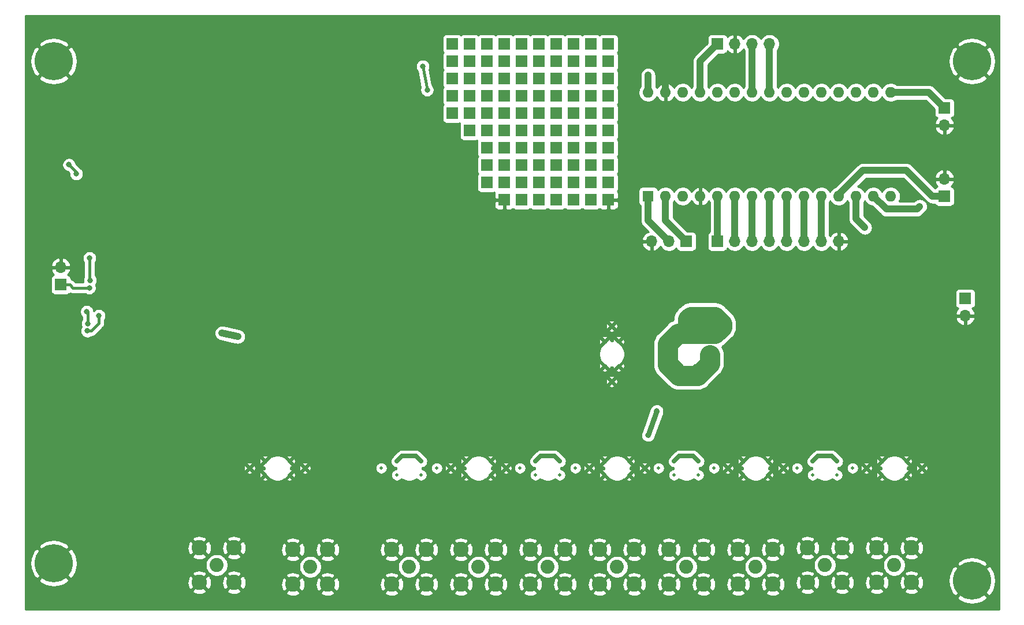
<source format=gbr>
%TF.GenerationSoftware,KiCad,Pcbnew,5.1.9-73d0e3b20d~88~ubuntu20.04.1*%
%TF.CreationDate,2021-01-15T18:11:00+02:00*%
%TF.ProjectId,gpsdo,67707364-6f2e-46b6-9963-61645f706362,rev?*%
%TF.SameCoordinates,PX3e22018PY7b2cf58*%
%TF.FileFunction,Copper,L2,Bot*%
%TF.FilePolarity,Positive*%
%FSLAX46Y46*%
G04 Gerber Fmt 4.6, Leading zero omitted, Abs format (unit mm)*
G04 Created by KiCad (PCBNEW 5.1.9-73d0e3b20d~88~ubuntu20.04.1) date 2021-01-15 18:11:00*
%MOMM*%
%LPD*%
G01*
G04 APERTURE LIST*
%TA.AperFunction,ComponentPad*%
%ADD10R,1.700000X1.700000*%
%TD*%
%TA.AperFunction,ComponentPad*%
%ADD11C,5.600000*%
%TD*%
%TA.AperFunction,ComponentPad*%
%ADD12C,0.508000*%
%TD*%
%TA.AperFunction,ComponentPad*%
%ADD13O,1.700000X1.700000*%
%TD*%
%TA.AperFunction,ComponentPad*%
%ADD14C,2.250000*%
%TD*%
%TA.AperFunction,ComponentPad*%
%ADD15C,2.050000*%
%TD*%
%TA.AperFunction,ComponentPad*%
%ADD16O,1.600000X1.600000*%
%TD*%
%TA.AperFunction,ComponentPad*%
%ADD17R,1.600000X1.600000*%
%TD*%
%TA.AperFunction,ViaPad*%
%ADD18C,0.800000*%
%TD*%
%TA.AperFunction,Conductor*%
%ADD19C,1.000000*%
%TD*%
%TA.AperFunction,Conductor*%
%ADD20C,0.400000*%
%TD*%
%TA.AperFunction,Conductor*%
%ADD21C,0.450000*%
%TD*%
%TA.AperFunction,Conductor*%
%ADD22C,0.650000*%
%TD*%
%TA.AperFunction,Conductor*%
%ADD23C,3.000000*%
%TD*%
%TA.AperFunction,Conductor*%
%ADD24C,0.800000*%
%TD*%
%TA.AperFunction,Conductor*%
%ADD25C,0.254000*%
%TD*%
%TA.AperFunction,Conductor*%
%ADD26C,0.100000*%
%TD*%
G04 APERTURE END LIST*
D10*
%TO.P,REF\u002A\u002A,1*%
%TO.N,N/C*%
X63500000Y73660000D03*
%TD*%
%TO.P,REF\u002A\u002A,1*%
%TO.N,N/C*%
X63500000Y76200000D03*
%TD*%
%TO.P,REF\u002A\u002A,1*%
%TO.N,N/C*%
X63500000Y78740000D03*
%TD*%
%TO.P,REF\u002A\u002A,1*%
%TO.N,N/C*%
X63500000Y81280000D03*
%TD*%
%TO.P,REF\u002A\u002A,1*%
%TO.N,N/C*%
X63500000Y83820000D03*
%TD*%
%TO.P,REF\u002A\u002A,1*%
%TO.N,N/C*%
X66040000Y71120000D03*
%TD*%
%TO.P,REF\u002A\u002A,1*%
%TO.N,N/C*%
X66040000Y73660000D03*
%TD*%
%TO.P,REF\u002A\u002A,1*%
%TO.N,N/C*%
X66040000Y76200000D03*
%TD*%
%TO.P,REF\u002A\u002A,1*%
%TO.N,N/C*%
X66040000Y78740000D03*
%TD*%
%TO.P,REF\u002A\u002A,1*%
%TO.N,N/C*%
X66040000Y81280000D03*
%TD*%
%TO.P,REF\u002A\u002A,1*%
%TO.N,N/C*%
X66040000Y83820000D03*
%TD*%
%TO.P,REF\u002A\u002A,1*%
%TO.N,N/C*%
X68580000Y63500000D03*
%TD*%
%TO.P,REF\u002A\u002A,1*%
%TO.N,N/C*%
X68580000Y66040000D03*
%TD*%
%TO.P,REF\u002A\u002A,1*%
%TO.N,N/C*%
X68580000Y68580000D03*
%TD*%
%TO.P,REF\u002A\u002A,1*%
%TO.N,N/C*%
X68580000Y71120000D03*
%TD*%
%TO.P,REF\u002A\u002A,1*%
%TO.N,N/C*%
X68580000Y73660000D03*
%TD*%
%TO.P,REF\u002A\u002A,1*%
%TO.N,N/C*%
X68580000Y76200000D03*
%TD*%
%TO.P,REF\u002A\u002A,1*%
%TO.N,N/C*%
X68580000Y78740000D03*
%TD*%
%TO.P,REF\u002A\u002A,1*%
%TO.N,N/C*%
X68580000Y81280000D03*
%TD*%
%TO.P,REF\u002A\u002A,1*%
%TO.N,N/C*%
X68580000Y83820000D03*
%TD*%
%TO.P,REF\u002A\u002A,1*%
%TO.N,GND*%
X71120000Y60960000D03*
%TD*%
%TO.P,REF\u002A\u002A,1*%
%TO.N,N/C*%
X71120000Y63500000D03*
%TD*%
%TO.P,REF\u002A\u002A,1*%
%TO.N,N/C*%
X71120000Y66040000D03*
%TD*%
%TO.P,REF\u002A\u002A,1*%
%TO.N,N/C*%
X71120000Y68580000D03*
%TD*%
%TO.P,REF\u002A\u002A,1*%
%TO.N,N/C*%
X71120000Y71120000D03*
%TD*%
%TO.P,REF\u002A\u002A,1*%
%TO.N,N/C*%
X71120000Y73660000D03*
%TD*%
%TO.P,REF\u002A\u002A,1*%
%TO.N,N/C*%
X71120000Y76200000D03*
%TD*%
%TO.P,REF\u002A\u002A,1*%
%TO.N,N/C*%
X71120000Y78740000D03*
%TD*%
%TO.P,REF\u002A\u002A,1*%
%TO.N,N/C*%
X71120000Y81280000D03*
%TD*%
%TO.P,REF\u002A\u002A,1*%
%TO.N,N/C*%
X71120000Y83820000D03*
%TD*%
%TO.P,REF\u002A\u002A,1*%
%TO.N,N/C*%
X73660000Y60960000D03*
%TD*%
%TO.P,REF\u002A\u002A,1*%
%TO.N,N/C*%
X73660000Y63500000D03*
%TD*%
%TO.P,REF\u002A\u002A,1*%
%TO.N,N/C*%
X73660000Y66040000D03*
%TD*%
%TO.P,REF\u002A\u002A,1*%
%TO.N,N/C*%
X73660000Y68580000D03*
%TD*%
%TO.P,REF\u002A\u002A,1*%
%TO.N,N/C*%
X73660000Y71120000D03*
%TD*%
%TO.P,REF\u002A\u002A,1*%
%TO.N,N/C*%
X73660000Y73660000D03*
%TD*%
%TO.P,REF\u002A\u002A,1*%
%TO.N,N/C*%
X73660000Y76200000D03*
%TD*%
%TO.P,REF\u002A\u002A,1*%
%TO.N,N/C*%
X73660000Y78740000D03*
%TD*%
%TO.P,REF\u002A\u002A,1*%
%TO.N,N/C*%
X73660000Y81280000D03*
%TD*%
%TO.P,REF\u002A\u002A,1*%
%TO.N,N/C*%
X73660000Y83820000D03*
%TD*%
%TO.P,REF\u002A\u002A,1*%
%TO.N,N/C*%
X76200000Y60960000D03*
%TD*%
%TO.P,REF\u002A\u002A,1*%
%TO.N,N/C*%
X76200000Y63500000D03*
%TD*%
%TO.P,REF\u002A\u002A,1*%
%TO.N,N/C*%
X76200000Y66040000D03*
%TD*%
%TO.P,REF\u002A\u002A,1*%
%TO.N,N/C*%
X76200000Y68580000D03*
%TD*%
%TO.P,REF\u002A\u002A,1*%
%TO.N,N/C*%
X76200000Y71120000D03*
%TD*%
%TO.P,REF\u002A\u002A,1*%
%TO.N,N/C*%
X76200000Y73660000D03*
%TD*%
%TO.P,REF\u002A\u002A,1*%
%TO.N,N/C*%
X76200000Y76200000D03*
%TD*%
%TO.P,REF\u002A\u002A,1*%
%TO.N,N/C*%
X76200000Y78740000D03*
%TD*%
%TO.P,REF\u002A\u002A,1*%
%TO.N,N/C*%
X76200000Y81280000D03*
%TD*%
%TO.P,REF\u002A\u002A,1*%
%TO.N,N/C*%
X76200000Y83820000D03*
%TD*%
%TO.P,REF\u002A\u002A,1*%
%TO.N,N/C*%
X78740000Y60960000D03*
%TD*%
%TO.P,REF\u002A\u002A,1*%
%TO.N,N/C*%
X78740000Y63500000D03*
%TD*%
%TO.P,REF\u002A\u002A,1*%
%TO.N,N/C*%
X78740000Y66040000D03*
%TD*%
%TO.P,REF\u002A\u002A,1*%
%TO.N,N/C*%
X78740000Y68580000D03*
%TD*%
%TO.P,REF\u002A\u002A,1*%
%TO.N,N/C*%
X78740000Y71120000D03*
%TD*%
%TO.P,REF\u002A\u002A,1*%
%TO.N,N/C*%
X78740000Y73660000D03*
%TD*%
%TO.P,REF\u002A\u002A,1*%
%TO.N,N/C*%
X78740000Y76200000D03*
%TD*%
%TO.P,REF\u002A\u002A,1*%
%TO.N,N/C*%
X78740000Y78740000D03*
%TD*%
%TO.P,REF\u002A\u002A,1*%
%TO.N,N/C*%
X78740000Y81280000D03*
%TD*%
%TO.P,REF\u002A\u002A,1*%
%TO.N,N/C*%
X78740000Y83820000D03*
%TD*%
%TO.P,REF\u002A\u002A,1*%
%TO.N,N/C*%
X81280000Y60960000D03*
%TD*%
%TO.P,REF\u002A\u002A,1*%
%TO.N,N/C*%
X81280000Y63500000D03*
%TD*%
%TO.P,REF\u002A\u002A,1*%
%TO.N,N/C*%
X81280000Y66040000D03*
%TD*%
%TO.P,REF\u002A\u002A,1*%
%TO.N,N/C*%
X81280000Y68580000D03*
%TD*%
%TO.P,REF\u002A\u002A,1*%
%TO.N,N/C*%
X81280000Y71120000D03*
%TD*%
%TO.P,REF\u002A\u002A,1*%
%TO.N,N/C*%
X81280000Y73660000D03*
%TD*%
%TO.P,REF\u002A\u002A,1*%
%TO.N,N/C*%
X81280000Y76200000D03*
%TD*%
%TO.P,REF\u002A\u002A,1*%
%TO.N,N/C*%
X81280000Y78740000D03*
%TD*%
%TO.P,REF\u002A\u002A,1*%
%TO.N,N/C*%
X81280000Y81280000D03*
%TD*%
%TO.P,REF\u002A\u002A,1*%
%TO.N,N/C*%
X81280000Y83820000D03*
%TD*%
%TO.P,REF\u002A\u002A,1*%
%TO.N,N/C*%
X83820000Y60960000D03*
%TD*%
%TO.P,REF\u002A\u002A,1*%
%TO.N,N/C*%
X83820000Y63500000D03*
%TD*%
%TO.P,REF\u002A\u002A,1*%
%TO.N,N/C*%
X83820000Y66040000D03*
%TD*%
%TO.P,REF\u002A\u002A,1*%
%TO.N,N/C*%
X83820000Y68580000D03*
%TD*%
%TO.P,REF\u002A\u002A,1*%
%TO.N,N/C*%
X83820000Y71120000D03*
%TD*%
%TO.P,REF\u002A\u002A,1*%
%TO.N,N/C*%
X83820000Y73660000D03*
%TD*%
%TO.P,REF\u002A\u002A,1*%
%TO.N,N/C*%
X83820000Y76200000D03*
%TD*%
%TO.P,REF\u002A\u002A,1*%
%TO.N,N/C*%
X83820000Y78740000D03*
%TD*%
%TO.P,REF\u002A\u002A,1*%
%TO.N,N/C*%
X83820000Y81280000D03*
%TD*%
%TO.P,REF\u002A\u002A,1*%
%TO.N,N/C*%
X83820000Y83820000D03*
%TD*%
%TO.P,REF\u002A\u002A,1*%
%TO.N,GND*%
X86360000Y60960000D03*
%TD*%
%TO.P,REF\u002A\u002A,1*%
%TO.N,N/C*%
X86360000Y63500000D03*
%TD*%
%TO.P,REF\u002A\u002A,1*%
%TO.N,N/C*%
X86360000Y66040000D03*
%TD*%
%TO.P,REF\u002A\u002A,1*%
%TO.N,N/C*%
X86360000Y68580000D03*
%TD*%
%TO.P,REF\u002A\u002A,1*%
%TO.N,N/C*%
X86360000Y71120000D03*
%TD*%
%TO.P,REF\u002A\u002A,1*%
%TO.N,N/C*%
X86360000Y73660000D03*
%TD*%
%TO.P,REF\u002A\u002A,1*%
%TO.N,N/C*%
X86360000Y76200000D03*
%TD*%
%TO.P,REF\u002A\u002A,1*%
%TO.N,N/C*%
X86360000Y78740000D03*
%TD*%
%TO.P,REF\u002A\u002A,1*%
%TO.N,N/C*%
X86360000Y81280000D03*
%TD*%
%TO.P,REF\u002A\u002A,1*%
%TO.N,N/C*%
X86360000Y83820000D03*
%TD*%
D11*
%TO.P,H4,1*%
%TO.N,GND*%
X139700000Y81280000D03*
%TD*%
%TO.P,H3,1*%
%TO.N,GND*%
X5080000Y81280000D03*
%TD*%
%TO.P,H2,1*%
%TO.N,GND*%
X139700000Y5080000D03*
%TD*%
%TO.P,H1,1*%
%TO.N,GND*%
X5080000Y7620000D03*
%TD*%
D12*
%TO.P,U20,2*%
%TO.N,V_MMIC*%
X116332000Y22606000D03*
X114046000Y21590000D03*
X116332000Y20574000D03*
%TO.P,U20,4*%
X119888000Y22606000D03*
X122174000Y21590000D03*
X119888000Y20574000D03*
%TD*%
%TO.P,U19,2*%
%TO.N,V_MMIC*%
X96012000Y22606000D03*
X93726000Y21590000D03*
X96012000Y20574000D03*
%TO.P,U19,4*%
X99568000Y22606000D03*
X101854000Y21590000D03*
X99568000Y20574000D03*
%TD*%
%TO.P,U18,2*%
%TO.N,V_MMIC*%
X75692000Y22606000D03*
X73406000Y21590000D03*
X75692000Y20574000D03*
%TO.P,U18,4*%
X79248000Y22606000D03*
X81534000Y21590000D03*
X79248000Y20574000D03*
%TD*%
%TO.P,U17,2*%
%TO.N,V_MMIC*%
X55372000Y22606000D03*
X53086000Y21590000D03*
X55372000Y20574000D03*
%TO.P,U17,4*%
X58928000Y22606000D03*
X61214000Y21590000D03*
X58928000Y20574000D03*
%TD*%
%TO.P,U16,2*%
%TO.N,GND*%
X36068000Y22606000D03*
X33782000Y21590000D03*
X36068000Y20574000D03*
%TO.P,U16,4*%
X39624000Y22606000D03*
X41910000Y21590000D03*
X39624000Y20574000D03*
%TD*%
%TO.P,U15,2*%
%TO.N,V_MMIC*%
X97028000Y36576000D03*
X98044000Y34290000D03*
X99060000Y36576000D03*
%TO.P,U15,4*%
X97028000Y40132000D03*
X98044000Y42418000D03*
X99060000Y40132000D03*
%TD*%
%TO.P,U14,2*%
%TO.N,GND*%
X87884000Y40132000D03*
X86868000Y42418000D03*
X85852000Y40132000D03*
%TO.P,U14,4*%
X87884000Y36576000D03*
X86868000Y34290000D03*
X85852000Y36576000D03*
%TD*%
%TO.P,U13,2*%
%TO.N,GND*%
X126492000Y22606000D03*
X124206000Y21590000D03*
X126492000Y20574000D03*
%TO.P,U13,4*%
X130048000Y22606000D03*
X132334000Y21590000D03*
X130048000Y20574000D03*
%TD*%
%TO.P,U12,2*%
%TO.N,GND*%
X106172000Y22606000D03*
X103886000Y21590000D03*
X106172000Y20574000D03*
%TO.P,U12,4*%
X109728000Y22606000D03*
X112014000Y21590000D03*
X109728000Y20574000D03*
%TD*%
%TO.P,U11,2*%
%TO.N,GND*%
X85852000Y22606000D03*
X83566000Y21590000D03*
X85852000Y20574000D03*
%TO.P,U11,4*%
X89408000Y22606000D03*
X91694000Y21590000D03*
X89408000Y20574000D03*
%TD*%
%TO.P,U10,2*%
%TO.N,GND*%
X65532000Y22606000D03*
X63246000Y21590000D03*
X65532000Y20574000D03*
%TO.P,U10,4*%
X69088000Y22606000D03*
X71374000Y21590000D03*
X69088000Y20574000D03*
%TD*%
D13*
%TO.P,J17,2*%
%TO.N,GND*%
X6096000Y51054000D03*
D10*
%TO.P,J17,1*%
%TO.N,TIMEPULSE*%
X6096000Y48514000D03*
%TD*%
D13*
%TO.P,J16,2*%
%TO.N,GND*%
X135636000Y71882000D03*
D10*
%TO.P,J16,1*%
%TO.N,LED*%
X135636000Y74422000D03*
%TD*%
D14*
%TO.P,J15,2*%
%TO.N,GND*%
X120650000Y4826000D03*
X115570000Y4826000D03*
X115570000Y9906000D03*
X120650000Y9906000D03*
D15*
%TO.P,J15,1*%
%TO.N,/A8_OUT*%
X118110000Y7366000D03*
%TD*%
D14*
%TO.P,J14,2*%
%TO.N,GND*%
X100330000Y4572000D03*
X95250000Y4572000D03*
X95250000Y9652000D03*
X100330000Y9652000D03*
D15*
%TO.P,J14,1*%
%TO.N,/A6_OUT*%
X97790000Y7112000D03*
%TD*%
D14*
%TO.P,J13,2*%
%TO.N,GND*%
X80010000Y4572000D03*
X74930000Y4572000D03*
X74930000Y9652000D03*
X80010000Y9652000D03*
D15*
%TO.P,J13,1*%
%TO.N,/A4_OUT*%
X77470000Y7112000D03*
%TD*%
D14*
%TO.P,J12,2*%
%TO.N,GND*%
X59690000Y4572000D03*
X54610000Y4572000D03*
X54610000Y9652000D03*
X59690000Y9652000D03*
D15*
%TO.P,J12,1*%
%TO.N,/A2_OUT*%
X57150000Y7112000D03*
%TD*%
D14*
%TO.P,J11,2*%
%TO.N,GND*%
X45212000Y4572000D03*
X40132000Y4572000D03*
X40132000Y9652000D03*
X45212000Y9652000D03*
D15*
%TO.P,J11,1*%
%TO.N,/B1_OUT*%
X42672000Y7112000D03*
%TD*%
D14*
%TO.P,J10,2*%
%TO.N,GND*%
X130810000Y4826000D03*
X125730000Y4826000D03*
X125730000Y9906000D03*
X130810000Y9906000D03*
D15*
%TO.P,J10,1*%
%TO.N,/A7_OUT*%
X128270000Y7366000D03*
%TD*%
D14*
%TO.P,J9,2*%
%TO.N,GND*%
X110490000Y4572000D03*
X105410000Y4572000D03*
X105410000Y9652000D03*
X110490000Y9652000D03*
D15*
%TO.P,J9,1*%
%TO.N,/A5_OUT*%
X107950000Y7112000D03*
%TD*%
D14*
%TO.P,J8,2*%
%TO.N,GND*%
X90170000Y4572000D03*
X85090000Y4572000D03*
X85090000Y9652000D03*
X90170000Y9652000D03*
D15*
%TO.P,J8,1*%
%TO.N,/A3_OUT*%
X87630000Y7112000D03*
%TD*%
D14*
%TO.P,J7,2*%
%TO.N,GND*%
X69850000Y4572000D03*
X64770000Y4572000D03*
X64770000Y9652000D03*
X69850000Y9652000D03*
D15*
%TO.P,J7,1*%
%TO.N,/A1_OUT*%
X67310000Y7112000D03*
%TD*%
D14*
%TO.P,J6,2*%
%TO.N,GND*%
X31496000Y9906000D03*
X31496000Y4826000D03*
X26416000Y4826000D03*
X26416000Y9906000D03*
D15*
%TO.P,J6,1*%
%TO.N,GPS_ANTENNA*%
X28956000Y7366000D03*
%TD*%
D13*
%TO.P,J5,2*%
%TO.N,GND*%
X138684000Y43942000D03*
D10*
%TO.P,J5,1*%
%TO.N,V_IN*%
X138684000Y46482000D03*
%TD*%
D13*
%TO.P,J4,8*%
%TO.N,GND*%
X120142000Y54864000D03*
%TO.P,J4,7*%
%TO.N,ARDUINO_D8*%
X117602000Y54864000D03*
%TO.P,J4,6*%
%TO.N,ARDUINO_D7*%
X115062000Y54864000D03*
%TO.P,J4,5*%
%TO.N,ARDUINO_D6*%
X112522000Y54864000D03*
%TO.P,J4,4*%
%TO.N,ARDUINO_D5*%
X109982000Y54864000D03*
%TO.P,J4,3*%
%TO.N,ARDUINO_D4*%
X107442000Y54864000D03*
%TO.P,J4,2*%
%TO.N,ARDUINO_D3*%
X104902000Y54864000D03*
D10*
%TO.P,J4,1*%
%TO.N,ARDUINO_D2*%
X102362000Y54864000D03*
%TD*%
D13*
%TO.P,J3,2*%
%TO.N,GND*%
X135636000Y64008000D03*
D10*
%TO.P,J3,1*%
%TO.N,VOLTMETER*%
X135636000Y61468000D03*
%TD*%
D13*
%TO.P,J2,3*%
%TO.N,GND*%
X92710000Y54864000D03*
%TO.P,J2,2*%
%TO.N,ARDUINO_UART_TX*%
X95250000Y54864000D03*
D10*
%TO.P,J2,1*%
%TO.N,ARDUINO_UART_RX*%
X97790000Y54864000D03*
%TD*%
D13*
%TO.P,J1,4*%
%TO.N,ARDUINO_SDA*%
X109982000Y83820000D03*
%TO.P,J1,3*%
%TO.N,ARDUINO_SCL*%
X107442000Y83820000D03*
%TO.P,J1,2*%
%TO.N,GND*%
X104902000Y83820000D03*
D10*
%TO.P,J1,1*%
%TO.N,ARDUINO_5V*%
X102362000Y83820000D03*
%TD*%
D16*
%TO.P,A1,16*%
%TO.N,LED*%
X127762000Y76708000D03*
%TO.P,A1,15*%
%TO.N,Net-(A1-Pad15)*%
X127762000Y61468000D03*
%TO.P,A1,30*%
%TO.N,Net-(A1-Pad30)*%
X92202000Y76708000D03*
%TO.P,A1,14*%
%TO.N,A2G_TX*%
X125222000Y61468000D03*
%TO.P,A1,29*%
%TO.N,GND*%
X94742000Y76708000D03*
%TO.P,A1,13*%
%TO.N,A2G_RX*%
X122682000Y61468000D03*
%TO.P,A1,28*%
%TO.N,Net-(A1-Pad28)*%
X97282000Y76708000D03*
%TO.P,A1,12*%
%TO.N,VOLTMETER*%
X120142000Y61468000D03*
%TO.P,A1,27*%
%TO.N,ARDUINO_5V*%
X99822000Y76708000D03*
%TO.P,A1,11*%
%TO.N,ARDUINO_D8*%
X117602000Y61468000D03*
%TO.P,A1,26*%
%TO.N,Net-(A1-Pad26)*%
X102362000Y76708000D03*
%TO.P,A1,10*%
%TO.N,ARDUINO_D7*%
X115062000Y61468000D03*
%TO.P,A1,25*%
%TO.N,Net-(A1-Pad25)*%
X104902000Y76708000D03*
%TO.P,A1,9*%
%TO.N,ARDUINO_D6*%
X112522000Y61468000D03*
%TO.P,A1,24*%
%TO.N,ARDUINO_SCL*%
X107442000Y76708000D03*
%TO.P,A1,8*%
%TO.N,ARDUINO_D5*%
X109982000Y61468000D03*
%TO.P,A1,23*%
%TO.N,ARDUINO_SDA*%
X109982000Y76708000D03*
%TO.P,A1,7*%
%TO.N,ARDUINO_D4*%
X107442000Y61468000D03*
%TO.P,A1,22*%
%TO.N,Net-(A1-Pad22)*%
X112522000Y76708000D03*
%TO.P,A1,6*%
%TO.N,ARDUINO_D3*%
X104902000Y61468000D03*
%TO.P,A1,21*%
%TO.N,Net-(A1-Pad21)*%
X115062000Y76708000D03*
%TO.P,A1,5*%
%TO.N,ARDUINO_D2*%
X102362000Y61468000D03*
%TO.P,A1,20*%
%TO.N,Net-(A1-Pad20)*%
X117602000Y76708000D03*
%TO.P,A1,4*%
%TO.N,GND*%
X99822000Y61468000D03*
%TO.P,A1,19*%
%TO.N,Net-(A1-Pad19)*%
X120142000Y76708000D03*
%TO.P,A1,3*%
%TO.N,Net-(A1-Pad3)*%
X97282000Y61468000D03*
%TO.P,A1,18*%
%TO.N,Net-(A1-Pad18)*%
X122682000Y76708000D03*
%TO.P,A1,2*%
%TO.N,ARDUINO_UART_RX*%
X94742000Y61468000D03*
%TO.P,A1,17*%
%TO.N,Net-(A1-Pad17)*%
X125222000Y76708000D03*
D17*
%TO.P,A1,1*%
%TO.N,ARDUINO_UART_TX*%
X92202000Y61468000D03*
%TD*%
D18*
%TO.N,Net-(A1-Pad30)*%
X92202000Y79248000D03*
%TO.N,A2G_TX*%
X132002121Y59981507D03*
%TO.N,GND*%
X25400000Y22098000D03*
X25400000Y20066000D03*
X54610000Y18034000D03*
X118110000Y35814000D03*
X123190000Y38100000D03*
X123190000Y48006000D03*
X117856000Y45212000D03*
X92942500Y33506500D03*
X91948000Y33274000D03*
X50546000Y63246000D03*
X51054000Y66802000D03*
X59690000Y68326000D03*
X58166000Y56642000D03*
X41402000Y46736000D03*
X43434000Y52070000D03*
X19558000Y69342000D03*
X23876000Y66040000D03*
X34036000Y46482000D03*
X32766000Y55372000D03*
X24638000Y56642000D03*
X8382000Y19558000D03*
X42926000Y32258000D03*
X42672000Y41148000D03*
X42672000Y37846000D03*
X42672000Y35560000D03*
X57912000Y44958000D03*
X11430000Y55626000D03*
X26924000Y18034000D03*
X26924000Y13462000D03*
X20574000Y14224000D03*
X26924000Y15494000D03*
X30988000Y11938000D03*
X30988000Y14224000D03*
X31496000Y16510000D03*
X32004000Y19304000D03*
X29972000Y22352000D03*
X32258000Y28194000D03*
X13208000Y1524000D03*
X12192000Y1524000D03*
X29464000Y1524000D03*
X30480000Y1524000D03*
X1524000Y1778000D03*
X2540000Y1778000D03*
X1524000Y17780000D03*
X2286000Y17780000D03*
X33528000Y62484000D03*
X30988000Y82550000D03*
X38862000Y82550000D03*
X49276000Y82550000D03*
X22732994Y44068994D03*
X94742000Y79248000D03*
X74422000Y57658000D03*
X12192000Y40386000D03*
X28194000Y27432000D03*
X133096000Y40640000D03*
X133096000Y35560000D03*
X133350000Y38100000D03*
X132588000Y45466000D03*
X132588000Y50546000D03*
X133350000Y48006000D03*
X23495000Y40449990D03*
X1397000Y22479000D03*
X1397000Y67437000D03*
X19431000Y87249000D03*
X19685000Y80137000D03*
X20955000Y63373000D03*
X31115000Y75565000D03*
X34417000Y70231000D03*
X39243000Y69215000D03*
X54737000Y72771000D03*
X56515000Y78613000D03*
X49403000Y50165000D03*
X44323000Y44069000D03*
X54991000Y28829000D03*
X58293000Y31623000D03*
X69723000Y34163000D03*
X81407000Y37973000D03*
X88265000Y47117000D03*
X72263000Y48133000D03*
X79629000Y49403000D03*
X92075000Y52197000D03*
X127381000Y54229000D03*
X106299000Y49149000D03*
X110617000Y45339000D03*
X109347000Y37973000D03*
X117221000Y40259000D03*
X90297000Y78359000D03*
X97409000Y85217000D03*
X98171000Y79121000D03*
X121285000Y85217000D03*
X131445000Y74295000D03*
X124841000Y87249000D03*
X136271000Y56515000D03*
X135509000Y68707000D03*
X141351000Y52705000D03*
X135509000Y51435000D03*
X123317000Y54991000D03*
X99695000Y58547000D03*
X122301000Y31877000D03*
X104521000Y37973000D03*
X90297000Y63881000D03*
%TO.N,A2G_RX*%
X123952000Y56896000D03*
%TO.N,Net-(D4-Pad1)*%
X8382000Y64770000D03*
X7290636Y66115364D03*
X10318972Y52417030D03*
X10414006Y49149000D03*
%TO.N,TIMEPULSE*%
X10274313Y48022068D03*
%TO.N,GPS_RX*%
X9977892Y41727892D03*
X11684000Y43942000D03*
%TO.N,GPS_RF_IN*%
X29718000Y41402000D03*
X32067000Y40894000D03*
%TO.N,GPS_TX*%
X10057296Y42815230D03*
X9908347Y44550911D03*
%TO.N,10MHZ*%
X59162920Y80537082D03*
X59797919Y77069919D03*
%TO.N,V_MMIC2*%
X92202000Y26416000D03*
X93472000Y29972000D03*
%TD*%
D19*
%TO.N,LED*%
X133350000Y76708000D02*
X135636000Y74422000D01*
X127762000Y76708000D02*
X133350000Y76708000D01*
%TO.N,Net-(A1-Pad30)*%
X92202000Y76708000D02*
X92202000Y79248000D01*
%TO.N,A2G_TX*%
X125222000Y61468000D02*
X127108492Y59581508D01*
X127108492Y59581508D02*
X131602122Y59581508D01*
X131602122Y59581508D02*
X132002121Y59981507D01*
%TO.N,GND*%
X94742000Y76708000D02*
X94742000Y79248000D01*
X94742000Y79248000D02*
X94742000Y80010000D01*
%TO.N,A2G_RX*%
X122682000Y61468000D02*
X122682000Y58166000D01*
X122682000Y58166000D02*
X123952000Y56896000D01*
%TO.N,VOLTMETER*%
X120142000Y61722000D02*
X120142000Y61468000D01*
X123698000Y65278000D02*
X120142000Y61722000D01*
X130048000Y65278000D02*
X123698000Y65278000D01*
X133858000Y61468000D02*
X130048000Y65278000D01*
X135636000Y61468000D02*
X133858000Y61468000D01*
%TO.N,ARDUINO_5V*%
X99822000Y81280000D02*
X102362000Y83820000D01*
X99822000Y76708000D02*
X99822000Y81280000D01*
%TO.N,ARDUINO_D8*%
X117602000Y54864000D02*
X117602000Y61468000D01*
%TO.N,ARDUINO_D7*%
X115062000Y54864000D02*
X115062000Y61468000D01*
%TO.N,ARDUINO_D6*%
X112522000Y54864000D02*
X112522000Y61468000D01*
%TO.N,ARDUINO_SCL*%
X107442000Y76708000D02*
X107442000Y83820000D01*
%TO.N,ARDUINO_D5*%
X109982000Y54864000D02*
X109982000Y61468000D01*
%TO.N,ARDUINO_SDA*%
X109982000Y76708000D02*
X109982000Y83820000D01*
%TO.N,ARDUINO_D4*%
X107442000Y54864000D02*
X107442000Y61468000D01*
%TO.N,ARDUINO_D3*%
X104902000Y54864000D02*
X104902000Y61468000D01*
%TO.N,ARDUINO_D2*%
X102362000Y54864000D02*
X102362000Y61468000D01*
%TO.N,ARDUINO_UART_RX*%
X94742000Y57912000D02*
X97790000Y54864000D01*
X94742000Y61468000D02*
X94742000Y57912000D01*
%TO.N,ARDUINO_UART_TX*%
X92202000Y61468000D02*
X92202000Y57912000D01*
X92202000Y57912000D02*
X95250000Y54864000D01*
D20*
%TO.N,Net-(D4-Pad1)*%
X8382000Y65024000D02*
X7290636Y66115364D01*
X8382000Y64770000D02*
X8382000Y65024000D01*
X10318972Y52417030D02*
X10318972Y49244034D01*
X10318972Y49244034D02*
X10414006Y49149000D01*
D21*
%TO.N,TIMEPULSE*%
X7396000Y48514000D02*
X6096000Y48514000D01*
X7887932Y48022068D02*
X7396000Y48514000D01*
X10274313Y48022068D02*
X7887932Y48022068D01*
D22*
%TO.N,V_MMIC*%
X58148999Y23385001D02*
X58928000Y22606000D01*
X56151001Y23385001D02*
X58148999Y23385001D01*
X55372000Y22606000D02*
X56151001Y23385001D01*
X78468999Y23385001D02*
X79248000Y22606000D01*
X76471001Y23385001D02*
X78468999Y23385001D01*
X75692000Y22606000D02*
X76471001Y23385001D01*
X119108999Y23385001D02*
X119888000Y22606000D01*
X117111001Y23385001D02*
X119108999Y23385001D01*
X116332000Y22606000D02*
X117111001Y23385001D01*
X98788999Y23385001D02*
X99568000Y22606000D01*
X96791001Y23385001D02*
X98788999Y23385001D01*
X96012000Y22606000D02*
X96791001Y23385001D01*
X96248999Y39352999D02*
X97028000Y40132000D01*
X96248999Y37355001D02*
X96248999Y39352999D01*
X97028000Y36576000D02*
X96248999Y37355001D01*
D23*
X98044000Y42418000D02*
X98044000Y43434000D01*
X98044000Y43434000D02*
X98425000Y43815000D01*
X98425000Y43815000D02*
X101981000Y43815000D01*
X101981000Y43815000D02*
X102997000Y42799000D01*
X102997000Y42799000D02*
X102997000Y42291000D01*
X102997000Y42291000D02*
X102030001Y41324001D01*
X102030001Y41324001D02*
X96618399Y41324001D01*
X96618399Y41324001D02*
X95073999Y39779601D01*
X95073999Y39779601D02*
X95073999Y36752001D01*
X95073999Y36752001D02*
X96647000Y35179000D01*
X96647000Y35179000D02*
X99441000Y35179000D01*
X99441000Y35179000D02*
X101219000Y36957000D01*
X101219000Y36957000D02*
X101219000Y38227000D01*
D21*
%TO.N,GPS_RX*%
X9977892Y41727892D02*
X10543577Y41727892D01*
X10543577Y41727892D02*
X11684000Y42868315D01*
X11684000Y42868315D02*
X11684000Y43942000D01*
D19*
%TO.N,GPS_RF_IN*%
X32067000Y40894000D02*
X32004000Y40894000D01*
X29718000Y41402000D02*
X32067000Y40894000D01*
D21*
%TO.N,GPS_TX*%
X10057296Y42815230D02*
X10057296Y44401962D01*
X10057296Y44401962D02*
X9908347Y44550911D01*
%TO.N,10MHZ*%
X59162920Y80537082D02*
X59797919Y77069919D01*
D24*
%TO.N,V_MMIC2*%
X92202000Y26416000D02*
X93472000Y29972000D01*
%TD*%
D25*
%TO.N,GND*%
X143637000Y889000D02*
X889000Y889000D01*
X889000Y2663519D01*
X137463124Y2663519D01*
X137775308Y2214823D01*
X138371259Y1894388D01*
X139018273Y1696374D01*
X139691484Y1628390D01*
X140365023Y1693051D01*
X141013006Y1887870D01*
X141610530Y2205361D01*
X141624692Y2214823D01*
X141936876Y2663519D01*
X139700000Y4900395D01*
X137463124Y2663519D01*
X889000Y2663519D01*
X889000Y3601469D01*
X25371074Y3601469D01*
X25481921Y3324286D01*
X25792840Y3170911D01*
X26127705Y3081140D01*
X26473650Y3058424D01*
X26817380Y3103634D01*
X27145685Y3215034D01*
X27350079Y3324286D01*
X27460926Y3601469D01*
X30451074Y3601469D01*
X30561921Y3324286D01*
X30872840Y3170911D01*
X31207705Y3081140D01*
X31553650Y3058424D01*
X31897380Y3103634D01*
X32225685Y3215034D01*
X32430079Y3324286D01*
X32439350Y3347469D01*
X39087074Y3347469D01*
X39197921Y3070286D01*
X39508840Y2916911D01*
X39843705Y2827140D01*
X40189650Y2804424D01*
X40533380Y2849634D01*
X40861685Y2961034D01*
X41066079Y3070286D01*
X41176926Y3347469D01*
X44167074Y3347469D01*
X44277921Y3070286D01*
X44588840Y2916911D01*
X44923705Y2827140D01*
X45269650Y2804424D01*
X45613380Y2849634D01*
X45941685Y2961034D01*
X46146079Y3070286D01*
X46256926Y3347469D01*
X53565074Y3347469D01*
X53675921Y3070286D01*
X53986840Y2916911D01*
X54321705Y2827140D01*
X54667650Y2804424D01*
X55011380Y2849634D01*
X55339685Y2961034D01*
X55544079Y3070286D01*
X55654926Y3347469D01*
X58645074Y3347469D01*
X58755921Y3070286D01*
X59066840Y2916911D01*
X59401705Y2827140D01*
X59747650Y2804424D01*
X60091380Y2849634D01*
X60419685Y2961034D01*
X60624079Y3070286D01*
X60734926Y3347469D01*
X63725074Y3347469D01*
X63835921Y3070286D01*
X64146840Y2916911D01*
X64481705Y2827140D01*
X64827650Y2804424D01*
X65171380Y2849634D01*
X65499685Y2961034D01*
X65704079Y3070286D01*
X65814926Y3347469D01*
X68805074Y3347469D01*
X68915921Y3070286D01*
X69226840Y2916911D01*
X69561705Y2827140D01*
X69907650Y2804424D01*
X70251380Y2849634D01*
X70579685Y2961034D01*
X70784079Y3070286D01*
X70894926Y3347469D01*
X73885074Y3347469D01*
X73995921Y3070286D01*
X74306840Y2916911D01*
X74641705Y2827140D01*
X74987650Y2804424D01*
X75331380Y2849634D01*
X75659685Y2961034D01*
X75864079Y3070286D01*
X75974926Y3347469D01*
X78965074Y3347469D01*
X79075921Y3070286D01*
X79386840Y2916911D01*
X79721705Y2827140D01*
X80067650Y2804424D01*
X80411380Y2849634D01*
X80739685Y2961034D01*
X80944079Y3070286D01*
X81054926Y3347469D01*
X84045074Y3347469D01*
X84155921Y3070286D01*
X84466840Y2916911D01*
X84801705Y2827140D01*
X85147650Y2804424D01*
X85491380Y2849634D01*
X85819685Y2961034D01*
X86024079Y3070286D01*
X86134926Y3347469D01*
X89125074Y3347469D01*
X89235921Y3070286D01*
X89546840Y2916911D01*
X89881705Y2827140D01*
X90227650Y2804424D01*
X90571380Y2849634D01*
X90899685Y2961034D01*
X91104079Y3070286D01*
X91214926Y3347469D01*
X94205074Y3347469D01*
X94315921Y3070286D01*
X94626840Y2916911D01*
X94961705Y2827140D01*
X95307650Y2804424D01*
X95651380Y2849634D01*
X95979685Y2961034D01*
X96184079Y3070286D01*
X96294926Y3347469D01*
X99285074Y3347469D01*
X99395921Y3070286D01*
X99706840Y2916911D01*
X100041705Y2827140D01*
X100387650Y2804424D01*
X100731380Y2849634D01*
X101059685Y2961034D01*
X101264079Y3070286D01*
X101374926Y3347469D01*
X104365074Y3347469D01*
X104475921Y3070286D01*
X104786840Y2916911D01*
X105121705Y2827140D01*
X105467650Y2804424D01*
X105811380Y2849634D01*
X106139685Y2961034D01*
X106344079Y3070286D01*
X106454926Y3347469D01*
X109445074Y3347469D01*
X109555921Y3070286D01*
X109866840Y2916911D01*
X110201705Y2827140D01*
X110547650Y2804424D01*
X110891380Y2849634D01*
X111219685Y2961034D01*
X111424079Y3070286D01*
X111534926Y3347469D01*
X110490000Y4392395D01*
X109445074Y3347469D01*
X106454926Y3347469D01*
X105410000Y4392395D01*
X104365074Y3347469D01*
X101374926Y3347469D01*
X100330000Y4392395D01*
X99285074Y3347469D01*
X96294926Y3347469D01*
X95250000Y4392395D01*
X94205074Y3347469D01*
X91214926Y3347469D01*
X90170000Y4392395D01*
X89125074Y3347469D01*
X86134926Y3347469D01*
X85090000Y4392395D01*
X84045074Y3347469D01*
X81054926Y3347469D01*
X80010000Y4392395D01*
X78965074Y3347469D01*
X75974926Y3347469D01*
X74930000Y4392395D01*
X73885074Y3347469D01*
X70894926Y3347469D01*
X69850000Y4392395D01*
X68805074Y3347469D01*
X65814926Y3347469D01*
X64770000Y4392395D01*
X63725074Y3347469D01*
X60734926Y3347469D01*
X59690000Y4392395D01*
X58645074Y3347469D01*
X55654926Y3347469D01*
X54610000Y4392395D01*
X53565074Y3347469D01*
X46256926Y3347469D01*
X45212000Y4392395D01*
X44167074Y3347469D01*
X41176926Y3347469D01*
X40132000Y4392395D01*
X39087074Y3347469D01*
X32439350Y3347469D01*
X32540926Y3601469D01*
X31496000Y4646395D01*
X30451074Y3601469D01*
X27460926Y3601469D01*
X26416000Y4646395D01*
X25371074Y3601469D01*
X889000Y3601469D01*
X889000Y5203519D01*
X2843124Y5203519D01*
X3155308Y4754823D01*
X3751259Y4434388D01*
X4398273Y4236374D01*
X5071484Y4168390D01*
X5745023Y4233051D01*
X6393006Y4427870D01*
X6990530Y4745361D01*
X7004692Y4754823D01*
X7014103Y4768350D01*
X24648424Y4768350D01*
X24693634Y4424620D01*
X24805034Y4096315D01*
X24914286Y3891921D01*
X25191469Y3781074D01*
X26236395Y4826000D01*
X26595605Y4826000D01*
X27640531Y3781074D01*
X27917714Y3891921D01*
X28071089Y4202840D01*
X28160860Y4537705D01*
X28176004Y4768350D01*
X29728424Y4768350D01*
X29773634Y4424620D01*
X29885034Y4096315D01*
X29994286Y3891921D01*
X30271469Y3781074D01*
X31316395Y4826000D01*
X31675605Y4826000D01*
X32720531Y3781074D01*
X32997714Y3891921D01*
X33151089Y4202840D01*
X33234598Y4514350D01*
X38364424Y4514350D01*
X38409634Y4170620D01*
X38521034Y3842315D01*
X38630286Y3637921D01*
X38907469Y3527074D01*
X39952395Y4572000D01*
X40311605Y4572000D01*
X41356531Y3527074D01*
X41633714Y3637921D01*
X41787089Y3948840D01*
X41876860Y4283705D01*
X41892004Y4514350D01*
X43444424Y4514350D01*
X43489634Y4170620D01*
X43601034Y3842315D01*
X43710286Y3637921D01*
X43987469Y3527074D01*
X45032395Y4572000D01*
X45391605Y4572000D01*
X46436531Y3527074D01*
X46713714Y3637921D01*
X46867089Y3948840D01*
X46956860Y4283705D01*
X46972004Y4514350D01*
X52842424Y4514350D01*
X52887634Y4170620D01*
X52999034Y3842315D01*
X53108286Y3637921D01*
X53385469Y3527074D01*
X54430395Y4572000D01*
X54789605Y4572000D01*
X55834531Y3527074D01*
X56111714Y3637921D01*
X56265089Y3948840D01*
X56354860Y4283705D01*
X56370004Y4514350D01*
X57922424Y4514350D01*
X57967634Y4170620D01*
X58079034Y3842315D01*
X58188286Y3637921D01*
X58465469Y3527074D01*
X59510395Y4572000D01*
X59869605Y4572000D01*
X60914531Y3527074D01*
X61191714Y3637921D01*
X61345089Y3948840D01*
X61434860Y4283705D01*
X61450004Y4514350D01*
X63002424Y4514350D01*
X63047634Y4170620D01*
X63159034Y3842315D01*
X63268286Y3637921D01*
X63545469Y3527074D01*
X64590395Y4572000D01*
X64949605Y4572000D01*
X65994531Y3527074D01*
X66271714Y3637921D01*
X66425089Y3948840D01*
X66514860Y4283705D01*
X66530004Y4514350D01*
X68082424Y4514350D01*
X68127634Y4170620D01*
X68239034Y3842315D01*
X68348286Y3637921D01*
X68625469Y3527074D01*
X69670395Y4572000D01*
X70029605Y4572000D01*
X71074531Y3527074D01*
X71351714Y3637921D01*
X71505089Y3948840D01*
X71594860Y4283705D01*
X71610004Y4514350D01*
X73162424Y4514350D01*
X73207634Y4170620D01*
X73319034Y3842315D01*
X73428286Y3637921D01*
X73705469Y3527074D01*
X74750395Y4572000D01*
X75109605Y4572000D01*
X76154531Y3527074D01*
X76431714Y3637921D01*
X76585089Y3948840D01*
X76674860Y4283705D01*
X76690004Y4514350D01*
X78242424Y4514350D01*
X78287634Y4170620D01*
X78399034Y3842315D01*
X78508286Y3637921D01*
X78785469Y3527074D01*
X79830395Y4572000D01*
X80189605Y4572000D01*
X81234531Y3527074D01*
X81511714Y3637921D01*
X81665089Y3948840D01*
X81754860Y4283705D01*
X81770004Y4514350D01*
X83322424Y4514350D01*
X83367634Y4170620D01*
X83479034Y3842315D01*
X83588286Y3637921D01*
X83865469Y3527074D01*
X84910395Y4572000D01*
X85269605Y4572000D01*
X86314531Y3527074D01*
X86591714Y3637921D01*
X86745089Y3948840D01*
X86834860Y4283705D01*
X86850004Y4514350D01*
X88402424Y4514350D01*
X88447634Y4170620D01*
X88559034Y3842315D01*
X88668286Y3637921D01*
X88945469Y3527074D01*
X89990395Y4572000D01*
X90349605Y4572000D01*
X91394531Y3527074D01*
X91671714Y3637921D01*
X91825089Y3948840D01*
X91914860Y4283705D01*
X91930004Y4514350D01*
X93482424Y4514350D01*
X93527634Y4170620D01*
X93639034Y3842315D01*
X93748286Y3637921D01*
X94025469Y3527074D01*
X95070395Y4572000D01*
X95429605Y4572000D01*
X96474531Y3527074D01*
X96751714Y3637921D01*
X96905089Y3948840D01*
X96994860Y4283705D01*
X97010004Y4514350D01*
X98562424Y4514350D01*
X98607634Y4170620D01*
X98719034Y3842315D01*
X98828286Y3637921D01*
X99105469Y3527074D01*
X100150395Y4572000D01*
X100509605Y4572000D01*
X101554531Y3527074D01*
X101831714Y3637921D01*
X101985089Y3948840D01*
X102074860Y4283705D01*
X102090004Y4514350D01*
X103642424Y4514350D01*
X103687634Y4170620D01*
X103799034Y3842315D01*
X103908286Y3637921D01*
X104185469Y3527074D01*
X105230395Y4572000D01*
X105589605Y4572000D01*
X106634531Y3527074D01*
X106911714Y3637921D01*
X107065089Y3948840D01*
X107154860Y4283705D01*
X107170004Y4514350D01*
X108722424Y4514350D01*
X108767634Y4170620D01*
X108879034Y3842315D01*
X108988286Y3637921D01*
X109265469Y3527074D01*
X110310395Y4572000D01*
X110669605Y4572000D01*
X111714531Y3527074D01*
X111900562Y3601469D01*
X114525074Y3601469D01*
X114635921Y3324286D01*
X114946840Y3170911D01*
X115281705Y3081140D01*
X115627650Y3058424D01*
X115971380Y3103634D01*
X116299685Y3215034D01*
X116504079Y3324286D01*
X116614926Y3601469D01*
X119605074Y3601469D01*
X119715921Y3324286D01*
X120026840Y3170911D01*
X120361705Y3081140D01*
X120707650Y3058424D01*
X121051380Y3103634D01*
X121379685Y3215034D01*
X121584079Y3324286D01*
X121694926Y3601469D01*
X124685074Y3601469D01*
X124795921Y3324286D01*
X125106840Y3170911D01*
X125441705Y3081140D01*
X125787650Y3058424D01*
X126131380Y3103634D01*
X126459685Y3215034D01*
X126664079Y3324286D01*
X126774926Y3601469D01*
X129765074Y3601469D01*
X129875921Y3324286D01*
X130186840Y3170911D01*
X130521705Y3081140D01*
X130867650Y3058424D01*
X131211380Y3103634D01*
X131539685Y3215034D01*
X131744079Y3324286D01*
X131854926Y3601469D01*
X130810000Y4646395D01*
X129765074Y3601469D01*
X126774926Y3601469D01*
X125730000Y4646395D01*
X124685074Y3601469D01*
X121694926Y3601469D01*
X120650000Y4646395D01*
X119605074Y3601469D01*
X116614926Y3601469D01*
X115570000Y4646395D01*
X114525074Y3601469D01*
X111900562Y3601469D01*
X111991714Y3637921D01*
X112145089Y3948840D01*
X112234860Y4283705D01*
X112257576Y4629650D01*
X112239334Y4768350D01*
X113802424Y4768350D01*
X113847634Y4424620D01*
X113959034Y4096315D01*
X114068286Y3891921D01*
X114345469Y3781074D01*
X115390395Y4826000D01*
X115749605Y4826000D01*
X116794531Y3781074D01*
X117071714Y3891921D01*
X117225089Y4202840D01*
X117314860Y4537705D01*
X117330004Y4768350D01*
X118882424Y4768350D01*
X118927634Y4424620D01*
X119039034Y4096315D01*
X119148286Y3891921D01*
X119425469Y3781074D01*
X120470395Y4826000D01*
X120829605Y4826000D01*
X121874531Y3781074D01*
X122151714Y3891921D01*
X122305089Y4202840D01*
X122394860Y4537705D01*
X122410004Y4768350D01*
X123962424Y4768350D01*
X124007634Y4424620D01*
X124119034Y4096315D01*
X124228286Y3891921D01*
X124505469Y3781074D01*
X125550395Y4826000D01*
X125909605Y4826000D01*
X126954531Y3781074D01*
X127231714Y3891921D01*
X127385089Y4202840D01*
X127474860Y4537705D01*
X127490004Y4768350D01*
X129042424Y4768350D01*
X129087634Y4424620D01*
X129199034Y4096315D01*
X129308286Y3891921D01*
X129585469Y3781074D01*
X130630395Y4826000D01*
X130989605Y4826000D01*
X132034531Y3781074D01*
X132311714Y3891921D01*
X132465089Y4202840D01*
X132554860Y4537705D01*
X132577576Y4883650D01*
X132550631Y5088516D01*
X136248390Y5088516D01*
X136313051Y4414977D01*
X136507870Y3766994D01*
X136825361Y3169470D01*
X136834823Y3155308D01*
X137283519Y2843124D01*
X139520395Y5080000D01*
X139879605Y5080000D01*
X142116481Y2843124D01*
X142565177Y3155308D01*
X142885612Y3751259D01*
X143083626Y4398273D01*
X143151610Y5071484D01*
X143086949Y5745023D01*
X142892130Y6393006D01*
X142574639Y6990530D01*
X142565177Y7004692D01*
X142116481Y7316876D01*
X139879605Y5080000D01*
X139520395Y5080000D01*
X137283519Y7316876D01*
X136834823Y7004692D01*
X136514388Y6408741D01*
X136316374Y5761727D01*
X136248390Y5088516D01*
X132550631Y5088516D01*
X132532366Y5227380D01*
X132420966Y5555685D01*
X132311714Y5760079D01*
X132034531Y5870926D01*
X130989605Y4826000D01*
X130630395Y4826000D01*
X129585469Y5870926D01*
X129308286Y5760079D01*
X129154911Y5449160D01*
X129065140Y5114295D01*
X129042424Y4768350D01*
X127490004Y4768350D01*
X127497576Y4883650D01*
X127452366Y5227380D01*
X127340966Y5555685D01*
X127231714Y5760079D01*
X126954531Y5870926D01*
X125909605Y4826000D01*
X125550395Y4826000D01*
X124505469Y5870926D01*
X124228286Y5760079D01*
X124074911Y5449160D01*
X123985140Y5114295D01*
X123962424Y4768350D01*
X122410004Y4768350D01*
X122417576Y4883650D01*
X122372366Y5227380D01*
X122260966Y5555685D01*
X122151714Y5760079D01*
X121874531Y5870926D01*
X120829605Y4826000D01*
X120470395Y4826000D01*
X119425469Y5870926D01*
X119148286Y5760079D01*
X118994911Y5449160D01*
X118905140Y5114295D01*
X118882424Y4768350D01*
X117330004Y4768350D01*
X117337576Y4883650D01*
X117292366Y5227380D01*
X117180966Y5555685D01*
X117071714Y5760079D01*
X116794531Y5870926D01*
X115749605Y4826000D01*
X115390395Y4826000D01*
X114345469Y5870926D01*
X114068286Y5760079D01*
X113914911Y5449160D01*
X113825140Y5114295D01*
X113802424Y4768350D01*
X112239334Y4768350D01*
X112212366Y4973380D01*
X112100966Y5301685D01*
X111991714Y5506079D01*
X111714531Y5616926D01*
X110669605Y4572000D01*
X110310395Y4572000D01*
X109265469Y5616926D01*
X108988286Y5506079D01*
X108834911Y5195160D01*
X108745140Y4860295D01*
X108722424Y4514350D01*
X107170004Y4514350D01*
X107177576Y4629650D01*
X107132366Y4973380D01*
X107020966Y5301685D01*
X106911714Y5506079D01*
X106634531Y5616926D01*
X105589605Y4572000D01*
X105230395Y4572000D01*
X104185469Y5616926D01*
X103908286Y5506079D01*
X103754911Y5195160D01*
X103665140Y4860295D01*
X103642424Y4514350D01*
X102090004Y4514350D01*
X102097576Y4629650D01*
X102052366Y4973380D01*
X101940966Y5301685D01*
X101831714Y5506079D01*
X101554531Y5616926D01*
X100509605Y4572000D01*
X100150395Y4572000D01*
X99105469Y5616926D01*
X98828286Y5506079D01*
X98674911Y5195160D01*
X98585140Y4860295D01*
X98562424Y4514350D01*
X97010004Y4514350D01*
X97017576Y4629650D01*
X96972366Y4973380D01*
X96860966Y5301685D01*
X96751714Y5506079D01*
X96474531Y5616926D01*
X95429605Y4572000D01*
X95070395Y4572000D01*
X94025469Y5616926D01*
X93748286Y5506079D01*
X93594911Y5195160D01*
X93505140Y4860295D01*
X93482424Y4514350D01*
X91930004Y4514350D01*
X91937576Y4629650D01*
X91892366Y4973380D01*
X91780966Y5301685D01*
X91671714Y5506079D01*
X91394531Y5616926D01*
X90349605Y4572000D01*
X89990395Y4572000D01*
X88945469Y5616926D01*
X88668286Y5506079D01*
X88514911Y5195160D01*
X88425140Y4860295D01*
X88402424Y4514350D01*
X86850004Y4514350D01*
X86857576Y4629650D01*
X86812366Y4973380D01*
X86700966Y5301685D01*
X86591714Y5506079D01*
X86314531Y5616926D01*
X85269605Y4572000D01*
X84910395Y4572000D01*
X83865469Y5616926D01*
X83588286Y5506079D01*
X83434911Y5195160D01*
X83345140Y4860295D01*
X83322424Y4514350D01*
X81770004Y4514350D01*
X81777576Y4629650D01*
X81732366Y4973380D01*
X81620966Y5301685D01*
X81511714Y5506079D01*
X81234531Y5616926D01*
X80189605Y4572000D01*
X79830395Y4572000D01*
X78785469Y5616926D01*
X78508286Y5506079D01*
X78354911Y5195160D01*
X78265140Y4860295D01*
X78242424Y4514350D01*
X76690004Y4514350D01*
X76697576Y4629650D01*
X76652366Y4973380D01*
X76540966Y5301685D01*
X76431714Y5506079D01*
X76154531Y5616926D01*
X75109605Y4572000D01*
X74750395Y4572000D01*
X73705469Y5616926D01*
X73428286Y5506079D01*
X73274911Y5195160D01*
X73185140Y4860295D01*
X73162424Y4514350D01*
X71610004Y4514350D01*
X71617576Y4629650D01*
X71572366Y4973380D01*
X71460966Y5301685D01*
X71351714Y5506079D01*
X71074531Y5616926D01*
X70029605Y4572000D01*
X69670395Y4572000D01*
X68625469Y5616926D01*
X68348286Y5506079D01*
X68194911Y5195160D01*
X68105140Y4860295D01*
X68082424Y4514350D01*
X66530004Y4514350D01*
X66537576Y4629650D01*
X66492366Y4973380D01*
X66380966Y5301685D01*
X66271714Y5506079D01*
X65994531Y5616926D01*
X64949605Y4572000D01*
X64590395Y4572000D01*
X63545469Y5616926D01*
X63268286Y5506079D01*
X63114911Y5195160D01*
X63025140Y4860295D01*
X63002424Y4514350D01*
X61450004Y4514350D01*
X61457576Y4629650D01*
X61412366Y4973380D01*
X61300966Y5301685D01*
X61191714Y5506079D01*
X60914531Y5616926D01*
X59869605Y4572000D01*
X59510395Y4572000D01*
X58465469Y5616926D01*
X58188286Y5506079D01*
X58034911Y5195160D01*
X57945140Y4860295D01*
X57922424Y4514350D01*
X56370004Y4514350D01*
X56377576Y4629650D01*
X56332366Y4973380D01*
X56220966Y5301685D01*
X56111714Y5506079D01*
X55834531Y5616926D01*
X54789605Y4572000D01*
X54430395Y4572000D01*
X53385469Y5616926D01*
X53108286Y5506079D01*
X52954911Y5195160D01*
X52865140Y4860295D01*
X52842424Y4514350D01*
X46972004Y4514350D01*
X46979576Y4629650D01*
X46934366Y4973380D01*
X46822966Y5301685D01*
X46713714Y5506079D01*
X46436531Y5616926D01*
X45391605Y4572000D01*
X45032395Y4572000D01*
X43987469Y5616926D01*
X43710286Y5506079D01*
X43556911Y5195160D01*
X43467140Y4860295D01*
X43444424Y4514350D01*
X41892004Y4514350D01*
X41899576Y4629650D01*
X41854366Y4973380D01*
X41742966Y5301685D01*
X41633714Y5506079D01*
X41356531Y5616926D01*
X40311605Y4572000D01*
X39952395Y4572000D01*
X38907469Y5616926D01*
X38630286Y5506079D01*
X38476911Y5195160D01*
X38387140Y4860295D01*
X38364424Y4514350D01*
X33234598Y4514350D01*
X33240860Y4537705D01*
X33263576Y4883650D01*
X33218366Y5227380D01*
X33106966Y5555685D01*
X32997714Y5760079D01*
X32906563Y5796531D01*
X39087074Y5796531D01*
X40132000Y4751605D01*
X41176926Y5796531D01*
X41066079Y6073714D01*
X40755160Y6227089D01*
X40420295Y6316860D01*
X40074350Y6339576D01*
X39730620Y6294366D01*
X39402315Y6182966D01*
X39197921Y6073714D01*
X39087074Y5796531D01*
X32906563Y5796531D01*
X32720531Y5870926D01*
X31675605Y4826000D01*
X31316395Y4826000D01*
X30271469Y5870926D01*
X29994286Y5760079D01*
X29840911Y5449160D01*
X29751140Y5114295D01*
X29728424Y4768350D01*
X28176004Y4768350D01*
X28183576Y4883650D01*
X28138366Y5227380D01*
X28026966Y5555685D01*
X27917714Y5760079D01*
X27640531Y5870926D01*
X26595605Y4826000D01*
X26236395Y4826000D01*
X25191469Y5870926D01*
X24914286Y5760079D01*
X24760911Y5449160D01*
X24671140Y5114295D01*
X24648424Y4768350D01*
X7014103Y4768350D01*
X7316876Y5203519D01*
X5080000Y7440395D01*
X2843124Y5203519D01*
X889000Y5203519D01*
X889000Y7628516D01*
X1628390Y7628516D01*
X1693051Y6954977D01*
X1887870Y6306994D01*
X2205361Y5709470D01*
X2214823Y5695308D01*
X2663519Y5383124D01*
X4900395Y7620000D01*
X5259605Y7620000D01*
X7496481Y5383124D01*
X7945177Y5695308D01*
X8136175Y6050531D01*
X25371074Y6050531D01*
X26416000Y5005605D01*
X27460926Y6050531D01*
X27350079Y6327714D01*
X27039160Y6481089D01*
X26704295Y6570860D01*
X26358350Y6593576D01*
X26014620Y6548366D01*
X25686315Y6436966D01*
X25481921Y6327714D01*
X25371074Y6050531D01*
X8136175Y6050531D01*
X8265612Y6291259D01*
X8463626Y6938273D01*
X8523330Y7529496D01*
X27296000Y7529496D01*
X27296000Y7202504D01*
X27359793Y6881796D01*
X27484927Y6579695D01*
X27666594Y6307812D01*
X27897812Y6076594D01*
X28169695Y5894927D01*
X28471796Y5769793D01*
X28792504Y5706000D01*
X29119496Y5706000D01*
X29440204Y5769793D01*
X29742305Y5894927D01*
X29975182Y6050531D01*
X30451074Y6050531D01*
X31496000Y5005605D01*
X32540926Y6050531D01*
X32430079Y6327714D01*
X32119160Y6481089D01*
X31784295Y6570860D01*
X31438350Y6593576D01*
X31094620Y6548366D01*
X30766315Y6436966D01*
X30561921Y6327714D01*
X30451074Y6050531D01*
X29975182Y6050531D01*
X30014188Y6076594D01*
X30245406Y6307812D01*
X30427073Y6579695D01*
X30552207Y6881796D01*
X30616000Y7202504D01*
X30616000Y7275496D01*
X41012000Y7275496D01*
X41012000Y6948504D01*
X41075793Y6627796D01*
X41200927Y6325695D01*
X41382594Y6053812D01*
X41613812Y5822594D01*
X41885695Y5640927D01*
X42187796Y5515793D01*
X42508504Y5452000D01*
X42835496Y5452000D01*
X43156204Y5515793D01*
X43458305Y5640927D01*
X43691182Y5796531D01*
X44167074Y5796531D01*
X45212000Y4751605D01*
X46256926Y5796531D01*
X53565074Y5796531D01*
X54610000Y4751605D01*
X55654926Y5796531D01*
X55544079Y6073714D01*
X55233160Y6227089D01*
X54898295Y6316860D01*
X54552350Y6339576D01*
X54208620Y6294366D01*
X53880315Y6182966D01*
X53675921Y6073714D01*
X53565074Y5796531D01*
X46256926Y5796531D01*
X46146079Y6073714D01*
X45835160Y6227089D01*
X45500295Y6316860D01*
X45154350Y6339576D01*
X44810620Y6294366D01*
X44482315Y6182966D01*
X44277921Y6073714D01*
X44167074Y5796531D01*
X43691182Y5796531D01*
X43730188Y5822594D01*
X43961406Y6053812D01*
X44143073Y6325695D01*
X44268207Y6627796D01*
X44332000Y6948504D01*
X44332000Y7275496D01*
X55490000Y7275496D01*
X55490000Y6948504D01*
X55553793Y6627796D01*
X55678927Y6325695D01*
X55860594Y6053812D01*
X56091812Y5822594D01*
X56363695Y5640927D01*
X56665796Y5515793D01*
X56986504Y5452000D01*
X57313496Y5452000D01*
X57634204Y5515793D01*
X57936305Y5640927D01*
X58169182Y5796531D01*
X58645074Y5796531D01*
X59690000Y4751605D01*
X60734926Y5796531D01*
X63725074Y5796531D01*
X64770000Y4751605D01*
X65814926Y5796531D01*
X65704079Y6073714D01*
X65393160Y6227089D01*
X65058295Y6316860D01*
X64712350Y6339576D01*
X64368620Y6294366D01*
X64040315Y6182966D01*
X63835921Y6073714D01*
X63725074Y5796531D01*
X60734926Y5796531D01*
X60624079Y6073714D01*
X60313160Y6227089D01*
X59978295Y6316860D01*
X59632350Y6339576D01*
X59288620Y6294366D01*
X58960315Y6182966D01*
X58755921Y6073714D01*
X58645074Y5796531D01*
X58169182Y5796531D01*
X58208188Y5822594D01*
X58439406Y6053812D01*
X58621073Y6325695D01*
X58746207Y6627796D01*
X58810000Y6948504D01*
X58810000Y7275496D01*
X65650000Y7275496D01*
X65650000Y6948504D01*
X65713793Y6627796D01*
X65838927Y6325695D01*
X66020594Y6053812D01*
X66251812Y5822594D01*
X66523695Y5640927D01*
X66825796Y5515793D01*
X67146504Y5452000D01*
X67473496Y5452000D01*
X67794204Y5515793D01*
X68096305Y5640927D01*
X68329182Y5796531D01*
X68805074Y5796531D01*
X69850000Y4751605D01*
X70894926Y5796531D01*
X73885074Y5796531D01*
X74930000Y4751605D01*
X75974926Y5796531D01*
X75864079Y6073714D01*
X75553160Y6227089D01*
X75218295Y6316860D01*
X74872350Y6339576D01*
X74528620Y6294366D01*
X74200315Y6182966D01*
X73995921Y6073714D01*
X73885074Y5796531D01*
X70894926Y5796531D01*
X70784079Y6073714D01*
X70473160Y6227089D01*
X70138295Y6316860D01*
X69792350Y6339576D01*
X69448620Y6294366D01*
X69120315Y6182966D01*
X68915921Y6073714D01*
X68805074Y5796531D01*
X68329182Y5796531D01*
X68368188Y5822594D01*
X68599406Y6053812D01*
X68781073Y6325695D01*
X68906207Y6627796D01*
X68970000Y6948504D01*
X68970000Y7275496D01*
X75810000Y7275496D01*
X75810000Y6948504D01*
X75873793Y6627796D01*
X75998927Y6325695D01*
X76180594Y6053812D01*
X76411812Y5822594D01*
X76683695Y5640927D01*
X76985796Y5515793D01*
X77306504Y5452000D01*
X77633496Y5452000D01*
X77954204Y5515793D01*
X78256305Y5640927D01*
X78489182Y5796531D01*
X78965074Y5796531D01*
X80010000Y4751605D01*
X81054926Y5796531D01*
X84045074Y5796531D01*
X85090000Y4751605D01*
X86134926Y5796531D01*
X86024079Y6073714D01*
X85713160Y6227089D01*
X85378295Y6316860D01*
X85032350Y6339576D01*
X84688620Y6294366D01*
X84360315Y6182966D01*
X84155921Y6073714D01*
X84045074Y5796531D01*
X81054926Y5796531D01*
X80944079Y6073714D01*
X80633160Y6227089D01*
X80298295Y6316860D01*
X79952350Y6339576D01*
X79608620Y6294366D01*
X79280315Y6182966D01*
X79075921Y6073714D01*
X78965074Y5796531D01*
X78489182Y5796531D01*
X78528188Y5822594D01*
X78759406Y6053812D01*
X78941073Y6325695D01*
X79066207Y6627796D01*
X79130000Y6948504D01*
X79130000Y7275496D01*
X85970000Y7275496D01*
X85970000Y6948504D01*
X86033793Y6627796D01*
X86158927Y6325695D01*
X86340594Y6053812D01*
X86571812Y5822594D01*
X86843695Y5640927D01*
X87145796Y5515793D01*
X87466504Y5452000D01*
X87793496Y5452000D01*
X88114204Y5515793D01*
X88416305Y5640927D01*
X88649182Y5796531D01*
X89125074Y5796531D01*
X90170000Y4751605D01*
X91214926Y5796531D01*
X94205074Y5796531D01*
X95250000Y4751605D01*
X96294926Y5796531D01*
X96184079Y6073714D01*
X95873160Y6227089D01*
X95538295Y6316860D01*
X95192350Y6339576D01*
X94848620Y6294366D01*
X94520315Y6182966D01*
X94315921Y6073714D01*
X94205074Y5796531D01*
X91214926Y5796531D01*
X91104079Y6073714D01*
X90793160Y6227089D01*
X90458295Y6316860D01*
X90112350Y6339576D01*
X89768620Y6294366D01*
X89440315Y6182966D01*
X89235921Y6073714D01*
X89125074Y5796531D01*
X88649182Y5796531D01*
X88688188Y5822594D01*
X88919406Y6053812D01*
X89101073Y6325695D01*
X89226207Y6627796D01*
X89290000Y6948504D01*
X89290000Y7275496D01*
X96130000Y7275496D01*
X96130000Y6948504D01*
X96193793Y6627796D01*
X96318927Y6325695D01*
X96500594Y6053812D01*
X96731812Y5822594D01*
X97003695Y5640927D01*
X97305796Y5515793D01*
X97626504Y5452000D01*
X97953496Y5452000D01*
X98274204Y5515793D01*
X98576305Y5640927D01*
X98809182Y5796531D01*
X99285074Y5796531D01*
X100330000Y4751605D01*
X101374926Y5796531D01*
X104365074Y5796531D01*
X105410000Y4751605D01*
X106454926Y5796531D01*
X106344079Y6073714D01*
X106033160Y6227089D01*
X105698295Y6316860D01*
X105352350Y6339576D01*
X105008620Y6294366D01*
X104680315Y6182966D01*
X104475921Y6073714D01*
X104365074Y5796531D01*
X101374926Y5796531D01*
X101264079Y6073714D01*
X100953160Y6227089D01*
X100618295Y6316860D01*
X100272350Y6339576D01*
X99928620Y6294366D01*
X99600315Y6182966D01*
X99395921Y6073714D01*
X99285074Y5796531D01*
X98809182Y5796531D01*
X98848188Y5822594D01*
X99079406Y6053812D01*
X99261073Y6325695D01*
X99386207Y6627796D01*
X99450000Y6948504D01*
X99450000Y7275496D01*
X106290000Y7275496D01*
X106290000Y6948504D01*
X106353793Y6627796D01*
X106478927Y6325695D01*
X106660594Y6053812D01*
X106891812Y5822594D01*
X107163695Y5640927D01*
X107465796Y5515793D01*
X107786504Y5452000D01*
X108113496Y5452000D01*
X108434204Y5515793D01*
X108736305Y5640927D01*
X108969182Y5796531D01*
X109445074Y5796531D01*
X110490000Y4751605D01*
X111534926Y5796531D01*
X111433351Y6050531D01*
X114525074Y6050531D01*
X115570000Y5005605D01*
X116614926Y6050531D01*
X116504079Y6327714D01*
X116193160Y6481089D01*
X115858295Y6570860D01*
X115512350Y6593576D01*
X115168620Y6548366D01*
X114840315Y6436966D01*
X114635921Y6327714D01*
X114525074Y6050531D01*
X111433351Y6050531D01*
X111424079Y6073714D01*
X111113160Y6227089D01*
X110778295Y6316860D01*
X110432350Y6339576D01*
X110088620Y6294366D01*
X109760315Y6182966D01*
X109555921Y6073714D01*
X109445074Y5796531D01*
X108969182Y5796531D01*
X109008188Y5822594D01*
X109239406Y6053812D01*
X109421073Y6325695D01*
X109546207Y6627796D01*
X109610000Y6948504D01*
X109610000Y7275496D01*
X109559477Y7529496D01*
X116450000Y7529496D01*
X116450000Y7202504D01*
X116513793Y6881796D01*
X116638927Y6579695D01*
X116820594Y6307812D01*
X117051812Y6076594D01*
X117323695Y5894927D01*
X117625796Y5769793D01*
X117946504Y5706000D01*
X118273496Y5706000D01*
X118594204Y5769793D01*
X118896305Y5894927D01*
X119129182Y6050531D01*
X119605074Y6050531D01*
X120650000Y5005605D01*
X121694926Y6050531D01*
X124685074Y6050531D01*
X125730000Y5005605D01*
X126774926Y6050531D01*
X126664079Y6327714D01*
X126353160Y6481089D01*
X126018295Y6570860D01*
X125672350Y6593576D01*
X125328620Y6548366D01*
X125000315Y6436966D01*
X124795921Y6327714D01*
X124685074Y6050531D01*
X121694926Y6050531D01*
X121584079Y6327714D01*
X121273160Y6481089D01*
X120938295Y6570860D01*
X120592350Y6593576D01*
X120248620Y6548366D01*
X119920315Y6436966D01*
X119715921Y6327714D01*
X119605074Y6050531D01*
X119129182Y6050531D01*
X119168188Y6076594D01*
X119399406Y6307812D01*
X119581073Y6579695D01*
X119706207Y6881796D01*
X119770000Y7202504D01*
X119770000Y7529496D01*
X126610000Y7529496D01*
X126610000Y7202504D01*
X126673793Y6881796D01*
X126798927Y6579695D01*
X126980594Y6307812D01*
X127211812Y6076594D01*
X127483695Y5894927D01*
X127785796Y5769793D01*
X128106504Y5706000D01*
X128433496Y5706000D01*
X128754204Y5769793D01*
X129056305Y5894927D01*
X129289182Y6050531D01*
X129765074Y6050531D01*
X130810000Y5005605D01*
X131854926Y6050531D01*
X131744079Y6327714D01*
X131433160Y6481089D01*
X131098295Y6570860D01*
X130752350Y6593576D01*
X130408620Y6548366D01*
X130080315Y6436966D01*
X129875921Y6327714D01*
X129765074Y6050531D01*
X129289182Y6050531D01*
X129328188Y6076594D01*
X129559406Y6307812D01*
X129741073Y6579695D01*
X129866207Y6881796D01*
X129930000Y7202504D01*
X129930000Y7496481D01*
X137463124Y7496481D01*
X139700000Y5259605D01*
X141936876Y7496481D01*
X141624692Y7945177D01*
X141028741Y8265612D01*
X140381727Y8463626D01*
X139708516Y8531610D01*
X139034977Y8466949D01*
X138386994Y8272130D01*
X137789470Y7954639D01*
X137775308Y7945177D01*
X137463124Y7496481D01*
X129930000Y7496481D01*
X129930000Y7529496D01*
X129866207Y7850204D01*
X129741073Y8152305D01*
X129559406Y8424188D01*
X129328188Y8655406D01*
X129289183Y8681469D01*
X129765074Y8681469D01*
X129875921Y8404286D01*
X130186840Y8250911D01*
X130521705Y8161140D01*
X130867650Y8138424D01*
X131211380Y8183634D01*
X131539685Y8295034D01*
X131744079Y8404286D01*
X131854926Y8681469D01*
X130810000Y9726395D01*
X129765074Y8681469D01*
X129289183Y8681469D01*
X129056305Y8837073D01*
X128754204Y8962207D01*
X128433496Y9026000D01*
X128106504Y9026000D01*
X127785796Y8962207D01*
X127483695Y8837073D01*
X127211812Y8655406D01*
X126980594Y8424188D01*
X126798927Y8152305D01*
X126673793Y7850204D01*
X126610000Y7529496D01*
X119770000Y7529496D01*
X119706207Y7850204D01*
X119581073Y8152305D01*
X119399406Y8424188D01*
X119168188Y8655406D01*
X119129183Y8681469D01*
X119605074Y8681469D01*
X119715921Y8404286D01*
X120026840Y8250911D01*
X120361705Y8161140D01*
X120707650Y8138424D01*
X121051380Y8183634D01*
X121379685Y8295034D01*
X121584079Y8404286D01*
X121694926Y8681469D01*
X124685074Y8681469D01*
X124795921Y8404286D01*
X125106840Y8250911D01*
X125441705Y8161140D01*
X125787650Y8138424D01*
X126131380Y8183634D01*
X126459685Y8295034D01*
X126664079Y8404286D01*
X126774926Y8681469D01*
X125730000Y9726395D01*
X124685074Y8681469D01*
X121694926Y8681469D01*
X120650000Y9726395D01*
X119605074Y8681469D01*
X119129183Y8681469D01*
X118896305Y8837073D01*
X118594204Y8962207D01*
X118273496Y9026000D01*
X117946504Y9026000D01*
X117625796Y8962207D01*
X117323695Y8837073D01*
X117051812Y8655406D01*
X116820594Y8424188D01*
X116638927Y8152305D01*
X116513793Y7850204D01*
X116450000Y7529496D01*
X109559477Y7529496D01*
X109546207Y7596204D01*
X109421073Y7898305D01*
X109239406Y8170188D01*
X109008188Y8401406D01*
X108969183Y8427469D01*
X109445074Y8427469D01*
X109555921Y8150286D01*
X109866840Y7996911D01*
X110201705Y7907140D01*
X110547650Y7884424D01*
X110891380Y7929634D01*
X111219685Y8041034D01*
X111424079Y8150286D01*
X111534926Y8427469D01*
X110490000Y9472395D01*
X109445074Y8427469D01*
X108969183Y8427469D01*
X108736305Y8583073D01*
X108434204Y8708207D01*
X108113496Y8772000D01*
X107786504Y8772000D01*
X107465796Y8708207D01*
X107163695Y8583073D01*
X106891812Y8401406D01*
X106660594Y8170188D01*
X106478927Y7898305D01*
X106353793Y7596204D01*
X106290000Y7275496D01*
X99450000Y7275496D01*
X99386207Y7596204D01*
X99261073Y7898305D01*
X99079406Y8170188D01*
X98848188Y8401406D01*
X98809183Y8427469D01*
X99285074Y8427469D01*
X99395921Y8150286D01*
X99706840Y7996911D01*
X100041705Y7907140D01*
X100387650Y7884424D01*
X100731380Y7929634D01*
X101059685Y8041034D01*
X101264079Y8150286D01*
X101374926Y8427469D01*
X104365074Y8427469D01*
X104475921Y8150286D01*
X104786840Y7996911D01*
X105121705Y7907140D01*
X105467650Y7884424D01*
X105811380Y7929634D01*
X106139685Y8041034D01*
X106344079Y8150286D01*
X106454926Y8427469D01*
X105410000Y9472395D01*
X104365074Y8427469D01*
X101374926Y8427469D01*
X100330000Y9472395D01*
X99285074Y8427469D01*
X98809183Y8427469D01*
X98576305Y8583073D01*
X98274204Y8708207D01*
X97953496Y8772000D01*
X97626504Y8772000D01*
X97305796Y8708207D01*
X97003695Y8583073D01*
X96731812Y8401406D01*
X96500594Y8170188D01*
X96318927Y7898305D01*
X96193793Y7596204D01*
X96130000Y7275496D01*
X89290000Y7275496D01*
X89226207Y7596204D01*
X89101073Y7898305D01*
X88919406Y8170188D01*
X88688188Y8401406D01*
X88649183Y8427469D01*
X89125074Y8427469D01*
X89235921Y8150286D01*
X89546840Y7996911D01*
X89881705Y7907140D01*
X90227650Y7884424D01*
X90571380Y7929634D01*
X90899685Y8041034D01*
X91104079Y8150286D01*
X91214926Y8427469D01*
X94205074Y8427469D01*
X94315921Y8150286D01*
X94626840Y7996911D01*
X94961705Y7907140D01*
X95307650Y7884424D01*
X95651380Y7929634D01*
X95979685Y8041034D01*
X96184079Y8150286D01*
X96294926Y8427469D01*
X95250000Y9472395D01*
X94205074Y8427469D01*
X91214926Y8427469D01*
X90170000Y9472395D01*
X89125074Y8427469D01*
X88649183Y8427469D01*
X88416305Y8583073D01*
X88114204Y8708207D01*
X87793496Y8772000D01*
X87466504Y8772000D01*
X87145796Y8708207D01*
X86843695Y8583073D01*
X86571812Y8401406D01*
X86340594Y8170188D01*
X86158927Y7898305D01*
X86033793Y7596204D01*
X85970000Y7275496D01*
X79130000Y7275496D01*
X79066207Y7596204D01*
X78941073Y7898305D01*
X78759406Y8170188D01*
X78528188Y8401406D01*
X78489183Y8427469D01*
X78965074Y8427469D01*
X79075921Y8150286D01*
X79386840Y7996911D01*
X79721705Y7907140D01*
X80067650Y7884424D01*
X80411380Y7929634D01*
X80739685Y8041034D01*
X80944079Y8150286D01*
X81054926Y8427469D01*
X84045074Y8427469D01*
X84155921Y8150286D01*
X84466840Y7996911D01*
X84801705Y7907140D01*
X85147650Y7884424D01*
X85491380Y7929634D01*
X85819685Y8041034D01*
X86024079Y8150286D01*
X86134926Y8427469D01*
X85090000Y9472395D01*
X84045074Y8427469D01*
X81054926Y8427469D01*
X80010000Y9472395D01*
X78965074Y8427469D01*
X78489183Y8427469D01*
X78256305Y8583073D01*
X77954204Y8708207D01*
X77633496Y8772000D01*
X77306504Y8772000D01*
X76985796Y8708207D01*
X76683695Y8583073D01*
X76411812Y8401406D01*
X76180594Y8170188D01*
X75998927Y7898305D01*
X75873793Y7596204D01*
X75810000Y7275496D01*
X68970000Y7275496D01*
X68906207Y7596204D01*
X68781073Y7898305D01*
X68599406Y8170188D01*
X68368188Y8401406D01*
X68329183Y8427469D01*
X68805074Y8427469D01*
X68915921Y8150286D01*
X69226840Y7996911D01*
X69561705Y7907140D01*
X69907650Y7884424D01*
X70251380Y7929634D01*
X70579685Y8041034D01*
X70784079Y8150286D01*
X70894926Y8427469D01*
X73885074Y8427469D01*
X73995921Y8150286D01*
X74306840Y7996911D01*
X74641705Y7907140D01*
X74987650Y7884424D01*
X75331380Y7929634D01*
X75659685Y8041034D01*
X75864079Y8150286D01*
X75974926Y8427469D01*
X74930000Y9472395D01*
X73885074Y8427469D01*
X70894926Y8427469D01*
X69850000Y9472395D01*
X68805074Y8427469D01*
X68329183Y8427469D01*
X68096305Y8583073D01*
X67794204Y8708207D01*
X67473496Y8772000D01*
X67146504Y8772000D01*
X66825796Y8708207D01*
X66523695Y8583073D01*
X66251812Y8401406D01*
X66020594Y8170188D01*
X65838927Y7898305D01*
X65713793Y7596204D01*
X65650000Y7275496D01*
X58810000Y7275496D01*
X58746207Y7596204D01*
X58621073Y7898305D01*
X58439406Y8170188D01*
X58208188Y8401406D01*
X58169183Y8427469D01*
X58645074Y8427469D01*
X58755921Y8150286D01*
X59066840Y7996911D01*
X59401705Y7907140D01*
X59747650Y7884424D01*
X60091380Y7929634D01*
X60419685Y8041034D01*
X60624079Y8150286D01*
X60734926Y8427469D01*
X63725074Y8427469D01*
X63835921Y8150286D01*
X64146840Y7996911D01*
X64481705Y7907140D01*
X64827650Y7884424D01*
X65171380Y7929634D01*
X65499685Y8041034D01*
X65704079Y8150286D01*
X65814926Y8427469D01*
X64770000Y9472395D01*
X63725074Y8427469D01*
X60734926Y8427469D01*
X59690000Y9472395D01*
X58645074Y8427469D01*
X58169183Y8427469D01*
X57936305Y8583073D01*
X57634204Y8708207D01*
X57313496Y8772000D01*
X56986504Y8772000D01*
X56665796Y8708207D01*
X56363695Y8583073D01*
X56091812Y8401406D01*
X55860594Y8170188D01*
X55678927Y7898305D01*
X55553793Y7596204D01*
X55490000Y7275496D01*
X44332000Y7275496D01*
X44268207Y7596204D01*
X44143073Y7898305D01*
X43961406Y8170188D01*
X43730188Y8401406D01*
X43691183Y8427469D01*
X44167074Y8427469D01*
X44277921Y8150286D01*
X44588840Y7996911D01*
X44923705Y7907140D01*
X45269650Y7884424D01*
X45613380Y7929634D01*
X45941685Y8041034D01*
X46146079Y8150286D01*
X46256926Y8427469D01*
X53565074Y8427469D01*
X53675921Y8150286D01*
X53986840Y7996911D01*
X54321705Y7907140D01*
X54667650Y7884424D01*
X55011380Y7929634D01*
X55339685Y8041034D01*
X55544079Y8150286D01*
X55654926Y8427469D01*
X54610000Y9472395D01*
X53565074Y8427469D01*
X46256926Y8427469D01*
X45212000Y9472395D01*
X44167074Y8427469D01*
X43691183Y8427469D01*
X43458305Y8583073D01*
X43156204Y8708207D01*
X42835496Y8772000D01*
X42508504Y8772000D01*
X42187796Y8708207D01*
X41885695Y8583073D01*
X41613812Y8401406D01*
X41382594Y8170188D01*
X41200927Y7898305D01*
X41075793Y7596204D01*
X41012000Y7275496D01*
X30616000Y7275496D01*
X30616000Y7529496D01*
X30552207Y7850204D01*
X30427073Y8152305D01*
X30245406Y8424188D01*
X30014188Y8655406D01*
X29975183Y8681469D01*
X30451074Y8681469D01*
X30561921Y8404286D01*
X30872840Y8250911D01*
X31207705Y8161140D01*
X31553650Y8138424D01*
X31897380Y8183634D01*
X32225685Y8295034D01*
X32430079Y8404286D01*
X32439350Y8427469D01*
X39087074Y8427469D01*
X39197921Y8150286D01*
X39508840Y7996911D01*
X39843705Y7907140D01*
X40189650Y7884424D01*
X40533380Y7929634D01*
X40861685Y8041034D01*
X41066079Y8150286D01*
X41176926Y8427469D01*
X40132000Y9472395D01*
X39087074Y8427469D01*
X32439350Y8427469D01*
X32540926Y8681469D01*
X31496000Y9726395D01*
X30451074Y8681469D01*
X29975183Y8681469D01*
X29742305Y8837073D01*
X29440204Y8962207D01*
X29119496Y9026000D01*
X28792504Y9026000D01*
X28471796Y8962207D01*
X28169695Y8837073D01*
X27897812Y8655406D01*
X27666594Y8424188D01*
X27484927Y8152305D01*
X27359793Y7850204D01*
X27296000Y7529496D01*
X8523330Y7529496D01*
X8531610Y7611484D01*
X8466949Y8285023D01*
X8347756Y8681469D01*
X25371074Y8681469D01*
X25481921Y8404286D01*
X25792840Y8250911D01*
X26127705Y8161140D01*
X26473650Y8138424D01*
X26817380Y8183634D01*
X27145685Y8295034D01*
X27350079Y8404286D01*
X27460926Y8681469D01*
X26416000Y9726395D01*
X25371074Y8681469D01*
X8347756Y8681469D01*
X8272130Y8933006D01*
X7954639Y9530530D01*
X7945177Y9544692D01*
X7508736Y9848350D01*
X24648424Y9848350D01*
X24693634Y9504620D01*
X24805034Y9176315D01*
X24914286Y8971921D01*
X25191469Y8861074D01*
X26236395Y9906000D01*
X26595605Y9906000D01*
X27640531Y8861074D01*
X27917714Y8971921D01*
X28071089Y9282840D01*
X28160860Y9617705D01*
X28176004Y9848350D01*
X29728424Y9848350D01*
X29773634Y9504620D01*
X29885034Y9176315D01*
X29994286Y8971921D01*
X30271469Y8861074D01*
X31316395Y9906000D01*
X31675605Y9906000D01*
X32720531Y8861074D01*
X32997714Y8971921D01*
X33151089Y9282840D01*
X33234598Y9594350D01*
X38364424Y9594350D01*
X38409634Y9250620D01*
X38521034Y8922315D01*
X38630286Y8717921D01*
X38907469Y8607074D01*
X39952395Y9652000D01*
X40311605Y9652000D01*
X41356531Y8607074D01*
X41633714Y8717921D01*
X41787089Y9028840D01*
X41876860Y9363705D01*
X41892004Y9594350D01*
X43444424Y9594350D01*
X43489634Y9250620D01*
X43601034Y8922315D01*
X43710286Y8717921D01*
X43987469Y8607074D01*
X45032395Y9652000D01*
X45391605Y9652000D01*
X46436531Y8607074D01*
X46713714Y8717921D01*
X46867089Y9028840D01*
X46956860Y9363705D01*
X46972004Y9594350D01*
X52842424Y9594350D01*
X52887634Y9250620D01*
X52999034Y8922315D01*
X53108286Y8717921D01*
X53385469Y8607074D01*
X54430395Y9652000D01*
X54789605Y9652000D01*
X55834531Y8607074D01*
X56111714Y8717921D01*
X56265089Y9028840D01*
X56354860Y9363705D01*
X56370004Y9594350D01*
X57922424Y9594350D01*
X57967634Y9250620D01*
X58079034Y8922315D01*
X58188286Y8717921D01*
X58465469Y8607074D01*
X59510395Y9652000D01*
X59869605Y9652000D01*
X60914531Y8607074D01*
X61191714Y8717921D01*
X61345089Y9028840D01*
X61434860Y9363705D01*
X61450004Y9594350D01*
X63002424Y9594350D01*
X63047634Y9250620D01*
X63159034Y8922315D01*
X63268286Y8717921D01*
X63545469Y8607074D01*
X64590395Y9652000D01*
X64949605Y9652000D01*
X65994531Y8607074D01*
X66271714Y8717921D01*
X66425089Y9028840D01*
X66514860Y9363705D01*
X66530004Y9594350D01*
X68082424Y9594350D01*
X68127634Y9250620D01*
X68239034Y8922315D01*
X68348286Y8717921D01*
X68625469Y8607074D01*
X69670395Y9652000D01*
X70029605Y9652000D01*
X71074531Y8607074D01*
X71351714Y8717921D01*
X71505089Y9028840D01*
X71594860Y9363705D01*
X71610004Y9594350D01*
X73162424Y9594350D01*
X73207634Y9250620D01*
X73319034Y8922315D01*
X73428286Y8717921D01*
X73705469Y8607074D01*
X74750395Y9652000D01*
X75109605Y9652000D01*
X76154531Y8607074D01*
X76431714Y8717921D01*
X76585089Y9028840D01*
X76674860Y9363705D01*
X76690004Y9594350D01*
X78242424Y9594350D01*
X78287634Y9250620D01*
X78399034Y8922315D01*
X78508286Y8717921D01*
X78785469Y8607074D01*
X79830395Y9652000D01*
X80189605Y9652000D01*
X81234531Y8607074D01*
X81511714Y8717921D01*
X81665089Y9028840D01*
X81754860Y9363705D01*
X81770004Y9594350D01*
X83322424Y9594350D01*
X83367634Y9250620D01*
X83479034Y8922315D01*
X83588286Y8717921D01*
X83865469Y8607074D01*
X84910395Y9652000D01*
X85269605Y9652000D01*
X86314531Y8607074D01*
X86591714Y8717921D01*
X86745089Y9028840D01*
X86834860Y9363705D01*
X86850004Y9594350D01*
X88402424Y9594350D01*
X88447634Y9250620D01*
X88559034Y8922315D01*
X88668286Y8717921D01*
X88945469Y8607074D01*
X89990395Y9652000D01*
X90349605Y9652000D01*
X91394531Y8607074D01*
X91671714Y8717921D01*
X91825089Y9028840D01*
X91914860Y9363705D01*
X91930004Y9594350D01*
X93482424Y9594350D01*
X93527634Y9250620D01*
X93639034Y8922315D01*
X93748286Y8717921D01*
X94025469Y8607074D01*
X95070395Y9652000D01*
X95429605Y9652000D01*
X96474531Y8607074D01*
X96751714Y8717921D01*
X96905089Y9028840D01*
X96994860Y9363705D01*
X97010004Y9594350D01*
X98562424Y9594350D01*
X98607634Y9250620D01*
X98719034Y8922315D01*
X98828286Y8717921D01*
X99105469Y8607074D01*
X100150395Y9652000D01*
X100509605Y9652000D01*
X101554531Y8607074D01*
X101831714Y8717921D01*
X101985089Y9028840D01*
X102074860Y9363705D01*
X102090004Y9594350D01*
X103642424Y9594350D01*
X103687634Y9250620D01*
X103799034Y8922315D01*
X103908286Y8717921D01*
X104185469Y8607074D01*
X105230395Y9652000D01*
X105589605Y9652000D01*
X106634531Y8607074D01*
X106911714Y8717921D01*
X107065089Y9028840D01*
X107154860Y9363705D01*
X107170004Y9594350D01*
X108722424Y9594350D01*
X108767634Y9250620D01*
X108879034Y8922315D01*
X108988286Y8717921D01*
X109265469Y8607074D01*
X110310395Y9652000D01*
X110669605Y9652000D01*
X111714531Y8607074D01*
X111900562Y8681469D01*
X114525074Y8681469D01*
X114635921Y8404286D01*
X114946840Y8250911D01*
X115281705Y8161140D01*
X115627650Y8138424D01*
X115971380Y8183634D01*
X116299685Y8295034D01*
X116504079Y8404286D01*
X116614926Y8681469D01*
X115570000Y9726395D01*
X114525074Y8681469D01*
X111900562Y8681469D01*
X111991714Y8717921D01*
X112145089Y9028840D01*
X112234860Y9363705D01*
X112257576Y9709650D01*
X112239334Y9848350D01*
X113802424Y9848350D01*
X113847634Y9504620D01*
X113959034Y9176315D01*
X114068286Y8971921D01*
X114345469Y8861074D01*
X115390395Y9906000D01*
X115749605Y9906000D01*
X116794531Y8861074D01*
X117071714Y8971921D01*
X117225089Y9282840D01*
X117314860Y9617705D01*
X117330004Y9848350D01*
X118882424Y9848350D01*
X118927634Y9504620D01*
X119039034Y9176315D01*
X119148286Y8971921D01*
X119425469Y8861074D01*
X120470395Y9906000D01*
X120829605Y9906000D01*
X121874531Y8861074D01*
X122151714Y8971921D01*
X122305089Y9282840D01*
X122394860Y9617705D01*
X122410004Y9848350D01*
X123962424Y9848350D01*
X124007634Y9504620D01*
X124119034Y9176315D01*
X124228286Y8971921D01*
X124505469Y8861074D01*
X125550395Y9906000D01*
X125909605Y9906000D01*
X126954531Y8861074D01*
X127231714Y8971921D01*
X127385089Y9282840D01*
X127474860Y9617705D01*
X127490004Y9848350D01*
X129042424Y9848350D01*
X129087634Y9504620D01*
X129199034Y9176315D01*
X129308286Y8971921D01*
X129585469Y8861074D01*
X130630395Y9906000D01*
X130989605Y9906000D01*
X132034531Y8861074D01*
X132311714Y8971921D01*
X132465089Y9282840D01*
X132554860Y9617705D01*
X132577576Y9963650D01*
X132532366Y10307380D01*
X132420966Y10635685D01*
X132311714Y10840079D01*
X132034531Y10950926D01*
X130989605Y9906000D01*
X130630395Y9906000D01*
X129585469Y10950926D01*
X129308286Y10840079D01*
X129154911Y10529160D01*
X129065140Y10194295D01*
X129042424Y9848350D01*
X127490004Y9848350D01*
X127497576Y9963650D01*
X127452366Y10307380D01*
X127340966Y10635685D01*
X127231714Y10840079D01*
X126954531Y10950926D01*
X125909605Y9906000D01*
X125550395Y9906000D01*
X124505469Y10950926D01*
X124228286Y10840079D01*
X124074911Y10529160D01*
X123985140Y10194295D01*
X123962424Y9848350D01*
X122410004Y9848350D01*
X122417576Y9963650D01*
X122372366Y10307380D01*
X122260966Y10635685D01*
X122151714Y10840079D01*
X121874531Y10950926D01*
X120829605Y9906000D01*
X120470395Y9906000D01*
X119425469Y10950926D01*
X119148286Y10840079D01*
X118994911Y10529160D01*
X118905140Y10194295D01*
X118882424Y9848350D01*
X117330004Y9848350D01*
X117337576Y9963650D01*
X117292366Y10307380D01*
X117180966Y10635685D01*
X117071714Y10840079D01*
X116794531Y10950926D01*
X115749605Y9906000D01*
X115390395Y9906000D01*
X114345469Y10950926D01*
X114068286Y10840079D01*
X113914911Y10529160D01*
X113825140Y10194295D01*
X113802424Y9848350D01*
X112239334Y9848350D01*
X112212366Y10053380D01*
X112100966Y10381685D01*
X111991714Y10586079D01*
X111714531Y10696926D01*
X110669605Y9652000D01*
X110310395Y9652000D01*
X109265469Y10696926D01*
X108988286Y10586079D01*
X108834911Y10275160D01*
X108745140Y9940295D01*
X108722424Y9594350D01*
X107170004Y9594350D01*
X107177576Y9709650D01*
X107132366Y10053380D01*
X107020966Y10381685D01*
X106911714Y10586079D01*
X106634531Y10696926D01*
X105589605Y9652000D01*
X105230395Y9652000D01*
X104185469Y10696926D01*
X103908286Y10586079D01*
X103754911Y10275160D01*
X103665140Y9940295D01*
X103642424Y9594350D01*
X102090004Y9594350D01*
X102097576Y9709650D01*
X102052366Y10053380D01*
X101940966Y10381685D01*
X101831714Y10586079D01*
X101554531Y10696926D01*
X100509605Y9652000D01*
X100150395Y9652000D01*
X99105469Y10696926D01*
X98828286Y10586079D01*
X98674911Y10275160D01*
X98585140Y9940295D01*
X98562424Y9594350D01*
X97010004Y9594350D01*
X97017576Y9709650D01*
X96972366Y10053380D01*
X96860966Y10381685D01*
X96751714Y10586079D01*
X96474531Y10696926D01*
X95429605Y9652000D01*
X95070395Y9652000D01*
X94025469Y10696926D01*
X93748286Y10586079D01*
X93594911Y10275160D01*
X93505140Y9940295D01*
X93482424Y9594350D01*
X91930004Y9594350D01*
X91937576Y9709650D01*
X91892366Y10053380D01*
X91780966Y10381685D01*
X91671714Y10586079D01*
X91394531Y10696926D01*
X90349605Y9652000D01*
X89990395Y9652000D01*
X88945469Y10696926D01*
X88668286Y10586079D01*
X88514911Y10275160D01*
X88425140Y9940295D01*
X88402424Y9594350D01*
X86850004Y9594350D01*
X86857576Y9709650D01*
X86812366Y10053380D01*
X86700966Y10381685D01*
X86591714Y10586079D01*
X86314531Y10696926D01*
X85269605Y9652000D01*
X84910395Y9652000D01*
X83865469Y10696926D01*
X83588286Y10586079D01*
X83434911Y10275160D01*
X83345140Y9940295D01*
X83322424Y9594350D01*
X81770004Y9594350D01*
X81777576Y9709650D01*
X81732366Y10053380D01*
X81620966Y10381685D01*
X81511714Y10586079D01*
X81234531Y10696926D01*
X80189605Y9652000D01*
X79830395Y9652000D01*
X78785469Y10696926D01*
X78508286Y10586079D01*
X78354911Y10275160D01*
X78265140Y9940295D01*
X78242424Y9594350D01*
X76690004Y9594350D01*
X76697576Y9709650D01*
X76652366Y10053380D01*
X76540966Y10381685D01*
X76431714Y10586079D01*
X76154531Y10696926D01*
X75109605Y9652000D01*
X74750395Y9652000D01*
X73705469Y10696926D01*
X73428286Y10586079D01*
X73274911Y10275160D01*
X73185140Y9940295D01*
X73162424Y9594350D01*
X71610004Y9594350D01*
X71617576Y9709650D01*
X71572366Y10053380D01*
X71460966Y10381685D01*
X71351714Y10586079D01*
X71074531Y10696926D01*
X70029605Y9652000D01*
X69670395Y9652000D01*
X68625469Y10696926D01*
X68348286Y10586079D01*
X68194911Y10275160D01*
X68105140Y9940295D01*
X68082424Y9594350D01*
X66530004Y9594350D01*
X66537576Y9709650D01*
X66492366Y10053380D01*
X66380966Y10381685D01*
X66271714Y10586079D01*
X65994531Y10696926D01*
X64949605Y9652000D01*
X64590395Y9652000D01*
X63545469Y10696926D01*
X63268286Y10586079D01*
X63114911Y10275160D01*
X63025140Y9940295D01*
X63002424Y9594350D01*
X61450004Y9594350D01*
X61457576Y9709650D01*
X61412366Y10053380D01*
X61300966Y10381685D01*
X61191714Y10586079D01*
X60914531Y10696926D01*
X59869605Y9652000D01*
X59510395Y9652000D01*
X58465469Y10696926D01*
X58188286Y10586079D01*
X58034911Y10275160D01*
X57945140Y9940295D01*
X57922424Y9594350D01*
X56370004Y9594350D01*
X56377576Y9709650D01*
X56332366Y10053380D01*
X56220966Y10381685D01*
X56111714Y10586079D01*
X55834531Y10696926D01*
X54789605Y9652000D01*
X54430395Y9652000D01*
X53385469Y10696926D01*
X53108286Y10586079D01*
X52954911Y10275160D01*
X52865140Y9940295D01*
X52842424Y9594350D01*
X46972004Y9594350D01*
X46979576Y9709650D01*
X46934366Y10053380D01*
X46822966Y10381685D01*
X46713714Y10586079D01*
X46436531Y10696926D01*
X45391605Y9652000D01*
X45032395Y9652000D01*
X43987469Y10696926D01*
X43710286Y10586079D01*
X43556911Y10275160D01*
X43467140Y9940295D01*
X43444424Y9594350D01*
X41892004Y9594350D01*
X41899576Y9709650D01*
X41854366Y10053380D01*
X41742966Y10381685D01*
X41633714Y10586079D01*
X41356531Y10696926D01*
X40311605Y9652000D01*
X39952395Y9652000D01*
X38907469Y10696926D01*
X38630286Y10586079D01*
X38476911Y10275160D01*
X38387140Y9940295D01*
X38364424Y9594350D01*
X33234598Y9594350D01*
X33240860Y9617705D01*
X33263576Y9963650D01*
X33218366Y10307380D01*
X33106966Y10635685D01*
X32997714Y10840079D01*
X32906563Y10876531D01*
X39087074Y10876531D01*
X40132000Y9831605D01*
X41176926Y10876531D01*
X44167074Y10876531D01*
X45212000Y9831605D01*
X46256926Y10876531D01*
X53565074Y10876531D01*
X54610000Y9831605D01*
X55654926Y10876531D01*
X58645074Y10876531D01*
X59690000Y9831605D01*
X60734926Y10876531D01*
X63725074Y10876531D01*
X64770000Y9831605D01*
X65814926Y10876531D01*
X68805074Y10876531D01*
X69850000Y9831605D01*
X70894926Y10876531D01*
X73885074Y10876531D01*
X74930000Y9831605D01*
X75974926Y10876531D01*
X78965074Y10876531D01*
X80010000Y9831605D01*
X81054926Y10876531D01*
X84045074Y10876531D01*
X85090000Y9831605D01*
X86134926Y10876531D01*
X89125074Y10876531D01*
X90170000Y9831605D01*
X91214926Y10876531D01*
X94205074Y10876531D01*
X95250000Y9831605D01*
X96294926Y10876531D01*
X99285074Y10876531D01*
X100330000Y9831605D01*
X101374926Y10876531D01*
X104365074Y10876531D01*
X105410000Y9831605D01*
X106454926Y10876531D01*
X109445074Y10876531D01*
X110490000Y9831605D01*
X111534926Y10876531D01*
X111433351Y11130531D01*
X114525074Y11130531D01*
X115570000Y10085605D01*
X116614926Y11130531D01*
X119605074Y11130531D01*
X120650000Y10085605D01*
X121694926Y11130531D01*
X124685074Y11130531D01*
X125730000Y10085605D01*
X126774926Y11130531D01*
X129765074Y11130531D01*
X130810000Y10085605D01*
X131854926Y11130531D01*
X131744079Y11407714D01*
X131433160Y11561089D01*
X131098295Y11650860D01*
X130752350Y11673576D01*
X130408620Y11628366D01*
X130080315Y11516966D01*
X129875921Y11407714D01*
X129765074Y11130531D01*
X126774926Y11130531D01*
X126664079Y11407714D01*
X126353160Y11561089D01*
X126018295Y11650860D01*
X125672350Y11673576D01*
X125328620Y11628366D01*
X125000315Y11516966D01*
X124795921Y11407714D01*
X124685074Y11130531D01*
X121694926Y11130531D01*
X121584079Y11407714D01*
X121273160Y11561089D01*
X120938295Y11650860D01*
X120592350Y11673576D01*
X120248620Y11628366D01*
X119920315Y11516966D01*
X119715921Y11407714D01*
X119605074Y11130531D01*
X116614926Y11130531D01*
X116504079Y11407714D01*
X116193160Y11561089D01*
X115858295Y11650860D01*
X115512350Y11673576D01*
X115168620Y11628366D01*
X114840315Y11516966D01*
X114635921Y11407714D01*
X114525074Y11130531D01*
X111433351Y11130531D01*
X111424079Y11153714D01*
X111113160Y11307089D01*
X110778295Y11396860D01*
X110432350Y11419576D01*
X110088620Y11374366D01*
X109760315Y11262966D01*
X109555921Y11153714D01*
X109445074Y10876531D01*
X106454926Y10876531D01*
X106344079Y11153714D01*
X106033160Y11307089D01*
X105698295Y11396860D01*
X105352350Y11419576D01*
X105008620Y11374366D01*
X104680315Y11262966D01*
X104475921Y11153714D01*
X104365074Y10876531D01*
X101374926Y10876531D01*
X101264079Y11153714D01*
X100953160Y11307089D01*
X100618295Y11396860D01*
X100272350Y11419576D01*
X99928620Y11374366D01*
X99600315Y11262966D01*
X99395921Y11153714D01*
X99285074Y10876531D01*
X96294926Y10876531D01*
X96184079Y11153714D01*
X95873160Y11307089D01*
X95538295Y11396860D01*
X95192350Y11419576D01*
X94848620Y11374366D01*
X94520315Y11262966D01*
X94315921Y11153714D01*
X94205074Y10876531D01*
X91214926Y10876531D01*
X91104079Y11153714D01*
X90793160Y11307089D01*
X90458295Y11396860D01*
X90112350Y11419576D01*
X89768620Y11374366D01*
X89440315Y11262966D01*
X89235921Y11153714D01*
X89125074Y10876531D01*
X86134926Y10876531D01*
X86024079Y11153714D01*
X85713160Y11307089D01*
X85378295Y11396860D01*
X85032350Y11419576D01*
X84688620Y11374366D01*
X84360315Y11262966D01*
X84155921Y11153714D01*
X84045074Y10876531D01*
X81054926Y10876531D01*
X80944079Y11153714D01*
X80633160Y11307089D01*
X80298295Y11396860D01*
X79952350Y11419576D01*
X79608620Y11374366D01*
X79280315Y11262966D01*
X79075921Y11153714D01*
X78965074Y10876531D01*
X75974926Y10876531D01*
X75864079Y11153714D01*
X75553160Y11307089D01*
X75218295Y11396860D01*
X74872350Y11419576D01*
X74528620Y11374366D01*
X74200315Y11262966D01*
X73995921Y11153714D01*
X73885074Y10876531D01*
X70894926Y10876531D01*
X70784079Y11153714D01*
X70473160Y11307089D01*
X70138295Y11396860D01*
X69792350Y11419576D01*
X69448620Y11374366D01*
X69120315Y11262966D01*
X68915921Y11153714D01*
X68805074Y10876531D01*
X65814926Y10876531D01*
X65704079Y11153714D01*
X65393160Y11307089D01*
X65058295Y11396860D01*
X64712350Y11419576D01*
X64368620Y11374366D01*
X64040315Y11262966D01*
X63835921Y11153714D01*
X63725074Y10876531D01*
X60734926Y10876531D01*
X60624079Y11153714D01*
X60313160Y11307089D01*
X59978295Y11396860D01*
X59632350Y11419576D01*
X59288620Y11374366D01*
X58960315Y11262966D01*
X58755921Y11153714D01*
X58645074Y10876531D01*
X55654926Y10876531D01*
X55544079Y11153714D01*
X55233160Y11307089D01*
X54898295Y11396860D01*
X54552350Y11419576D01*
X54208620Y11374366D01*
X53880315Y11262966D01*
X53675921Y11153714D01*
X53565074Y10876531D01*
X46256926Y10876531D01*
X46146079Y11153714D01*
X45835160Y11307089D01*
X45500295Y11396860D01*
X45154350Y11419576D01*
X44810620Y11374366D01*
X44482315Y11262966D01*
X44277921Y11153714D01*
X44167074Y10876531D01*
X41176926Y10876531D01*
X41066079Y11153714D01*
X40755160Y11307089D01*
X40420295Y11396860D01*
X40074350Y11419576D01*
X39730620Y11374366D01*
X39402315Y11262966D01*
X39197921Y11153714D01*
X39087074Y10876531D01*
X32906563Y10876531D01*
X32720531Y10950926D01*
X31675605Y9906000D01*
X31316395Y9906000D01*
X30271469Y10950926D01*
X29994286Y10840079D01*
X29840911Y10529160D01*
X29751140Y10194295D01*
X29728424Y9848350D01*
X28176004Y9848350D01*
X28183576Y9963650D01*
X28138366Y10307380D01*
X28026966Y10635685D01*
X27917714Y10840079D01*
X27640531Y10950926D01*
X26595605Y9906000D01*
X26236395Y9906000D01*
X25191469Y10950926D01*
X24914286Y10840079D01*
X24760911Y10529160D01*
X24671140Y10194295D01*
X24648424Y9848350D01*
X7508736Y9848350D01*
X7496481Y9856876D01*
X5259605Y7620000D01*
X4900395Y7620000D01*
X2663519Y9856876D01*
X2214823Y9544692D01*
X1894388Y8948741D01*
X1696374Y8301727D01*
X1628390Y7628516D01*
X889000Y7628516D01*
X889000Y10036481D01*
X2843124Y10036481D01*
X5080000Y7799605D01*
X7316876Y10036481D01*
X7004692Y10485177D01*
X6408741Y10805612D01*
X5761727Y11003626D01*
X5088516Y11071610D01*
X4414977Y11006949D01*
X3766994Y10812130D01*
X3169470Y10494639D01*
X3155308Y10485177D01*
X2843124Y10036481D01*
X889000Y10036481D01*
X889000Y11130531D01*
X25371074Y11130531D01*
X26416000Y10085605D01*
X27460926Y11130531D01*
X30451074Y11130531D01*
X31496000Y10085605D01*
X32540926Y11130531D01*
X32430079Y11407714D01*
X32119160Y11561089D01*
X31784295Y11650860D01*
X31438350Y11673576D01*
X31094620Y11628366D01*
X30766315Y11516966D01*
X30561921Y11407714D01*
X30451074Y11130531D01*
X27460926Y11130531D01*
X27350079Y11407714D01*
X27039160Y11561089D01*
X26704295Y11650860D01*
X26358350Y11673576D01*
X26014620Y11628366D01*
X25686315Y11516966D01*
X25481921Y11407714D01*
X25371074Y11130531D01*
X889000Y11130531D01*
X889000Y19972613D01*
X35646219Y19972613D01*
X35651009Y19783996D01*
X35813143Y19717825D01*
X35985071Y19684557D01*
X36160186Y19685469D01*
X36331759Y19720526D01*
X36484991Y19783996D01*
X36489781Y19972613D01*
X36068000Y20394395D01*
X35646219Y19972613D01*
X889000Y19972613D01*
X889000Y20656929D01*
X35178557Y20656929D01*
X35179469Y20481814D01*
X35214526Y20310241D01*
X35277996Y20157009D01*
X35466613Y20152219D01*
X35888395Y20574000D01*
X35466613Y20995781D01*
X35277996Y20990991D01*
X35211825Y20828857D01*
X35178557Y20656929D01*
X889000Y20656929D01*
X889000Y20988613D01*
X33360219Y20988613D01*
X33365009Y20799996D01*
X33527143Y20733825D01*
X33699071Y20700557D01*
X33874186Y20701469D01*
X34045759Y20736526D01*
X34198991Y20799996D01*
X34203781Y20988613D01*
X33782000Y21410395D01*
X33360219Y20988613D01*
X889000Y20988613D01*
X889000Y21672929D01*
X32892557Y21672929D01*
X32893469Y21497814D01*
X32928526Y21326241D01*
X32991996Y21173009D01*
X33180613Y21168219D01*
X33602395Y21590000D01*
X33961605Y21590000D01*
X34383387Y21168219D01*
X34572004Y21173009D01*
X34638175Y21335143D01*
X34671443Y21507071D01*
X34670531Y21682186D01*
X34635474Y21853759D01*
X34572989Y22004613D01*
X35646219Y22004613D01*
X35651009Y21815996D01*
X35813143Y21749825D01*
X35941000Y21725085D01*
X35941000Y21455418D01*
X35804241Y21427474D01*
X35651009Y21364004D01*
X35646219Y21175387D01*
X36068000Y20753605D01*
X36082143Y20767747D01*
X36154675Y20695215D01*
X36157811Y20687644D01*
X36366290Y20375634D01*
X36631634Y20110290D01*
X36943644Y19901811D01*
X37290332Y19758209D01*
X37658374Y19685000D01*
X38033626Y19685000D01*
X38401668Y19758209D01*
X38748356Y19901811D01*
X38854318Y19972613D01*
X39202219Y19972613D01*
X39207009Y19783996D01*
X39369143Y19717825D01*
X39541071Y19684557D01*
X39716186Y19685469D01*
X39887759Y19720526D01*
X40040991Y19783996D01*
X40045781Y19972613D01*
X39624000Y20394395D01*
X39202219Y19972613D01*
X38854318Y19972613D01*
X39060366Y20110290D01*
X39325710Y20375634D01*
X39458254Y20574000D01*
X39803605Y20574000D01*
X40225387Y20152219D01*
X40414004Y20157009D01*
X40480175Y20319143D01*
X40513443Y20491071D01*
X40512531Y20666186D01*
X40477474Y20837759D01*
X40414989Y20988613D01*
X41488219Y20988613D01*
X41493009Y20799996D01*
X41655143Y20733825D01*
X41827071Y20700557D01*
X42002186Y20701469D01*
X42173759Y20736526D01*
X42326991Y20799996D01*
X42331781Y20988613D01*
X41910000Y21410395D01*
X41488219Y20988613D01*
X40414989Y20988613D01*
X40414004Y20990991D01*
X40225387Y20995781D01*
X39803605Y20574000D01*
X39458254Y20574000D01*
X39534189Y20687644D01*
X39537325Y20695215D01*
X39609858Y20767747D01*
X39624000Y20753605D01*
X40045781Y21175387D01*
X40040991Y21364004D01*
X39878857Y21430175D01*
X39751000Y21454915D01*
X39751000Y21672929D01*
X41020557Y21672929D01*
X41021469Y21497814D01*
X41056526Y21326241D01*
X41119996Y21173009D01*
X41308613Y21168219D01*
X41730395Y21590000D01*
X42089605Y21590000D01*
X42511387Y21168219D01*
X42700004Y21173009D01*
X42766175Y21335143D01*
X42799443Y21507071D01*
X42798556Y21677559D01*
X52197000Y21677559D01*
X52197000Y21502441D01*
X52231164Y21330688D01*
X52298179Y21168901D01*
X52395469Y21023296D01*
X52519296Y20899469D01*
X52664901Y20802179D01*
X52826688Y20735164D01*
X52998441Y20701000D01*
X53173559Y20701000D01*
X53345312Y20735164D01*
X53507099Y20802179D01*
X53652704Y20899469D01*
X53776531Y21023296D01*
X53873821Y21168901D01*
X53940836Y21330688D01*
X53975000Y21502441D01*
X53975000Y21677559D01*
X53940836Y21849312D01*
X53873821Y22011099D01*
X53776531Y22156704D01*
X53652704Y22280531D01*
X53507099Y22377821D01*
X53345312Y22444836D01*
X53173559Y22479000D01*
X52998441Y22479000D01*
X52826688Y22444836D01*
X52664901Y22377821D01*
X52519296Y22280531D01*
X52395469Y22156704D01*
X52298179Y22011099D01*
X52231164Y21849312D01*
X52197000Y21677559D01*
X42798556Y21677559D01*
X42798531Y21682186D01*
X42763474Y21853759D01*
X42700004Y22006991D01*
X42511387Y22011781D01*
X42089605Y21590000D01*
X41730395Y21590000D01*
X41308613Y22011781D01*
X41119996Y22006991D01*
X41053825Y21844857D01*
X41020557Y21672929D01*
X39751000Y21672929D01*
X39751000Y21724582D01*
X39887759Y21752526D01*
X40040991Y21815996D01*
X40045781Y22004613D01*
X39624000Y22426395D01*
X39609858Y22412252D01*
X39537325Y22484785D01*
X39534189Y22492356D01*
X39458255Y22606000D01*
X39803605Y22606000D01*
X40225387Y22184219D01*
X40414004Y22189009D01*
X40414974Y22191387D01*
X41488219Y22191387D01*
X41910000Y21769605D01*
X42331781Y22191387D01*
X42326991Y22380004D01*
X42164857Y22446175D01*
X41992929Y22479443D01*
X41817814Y22478531D01*
X41646241Y22443474D01*
X41493009Y22380004D01*
X41488219Y22191387D01*
X40414974Y22191387D01*
X40480175Y22351143D01*
X40513443Y22523071D01*
X40513012Y22606000D01*
X54407356Y22606000D01*
X54425891Y22417808D01*
X54480784Y22236847D01*
X54569927Y22070072D01*
X54689893Y21923893D01*
X54836072Y21803927D01*
X55002847Y21714784D01*
X55183808Y21659891D01*
X55245000Y21653864D01*
X55245000Y21455155D01*
X55112688Y21428836D01*
X54950901Y21361821D01*
X54805296Y21264531D01*
X54681469Y21140704D01*
X54584179Y20995099D01*
X54517164Y20833312D01*
X54483000Y20661559D01*
X54483000Y20486441D01*
X54517164Y20314688D01*
X54584179Y20152901D01*
X54681469Y20007296D01*
X54805296Y19883469D01*
X54950901Y19786179D01*
X55112688Y19719164D01*
X55284441Y19685000D01*
X55459559Y19685000D01*
X55631312Y19719164D01*
X55793099Y19786179D01*
X55938704Y19883469D01*
X56062531Y20007296D01*
X56070940Y20019881D01*
X56247644Y19901811D01*
X56594332Y19758209D01*
X56962374Y19685000D01*
X57337626Y19685000D01*
X57705668Y19758209D01*
X58052356Y19901811D01*
X58229060Y20019881D01*
X58237469Y20007296D01*
X58361296Y19883469D01*
X58506901Y19786179D01*
X58668688Y19719164D01*
X58840441Y19685000D01*
X59015559Y19685000D01*
X59187312Y19719164D01*
X59349099Y19786179D01*
X59494704Y19883469D01*
X59583848Y19972613D01*
X65110219Y19972613D01*
X65115009Y19783996D01*
X65277143Y19717825D01*
X65449071Y19684557D01*
X65624186Y19685469D01*
X65795759Y19720526D01*
X65948991Y19783996D01*
X65953781Y19972613D01*
X65532000Y20394395D01*
X65110219Y19972613D01*
X59583848Y19972613D01*
X59618531Y20007296D01*
X59715821Y20152901D01*
X59782836Y20314688D01*
X59817000Y20486441D01*
X59817000Y20656929D01*
X64642557Y20656929D01*
X64643469Y20481814D01*
X64678526Y20310241D01*
X64741996Y20157009D01*
X64930613Y20152219D01*
X65352395Y20574000D01*
X64930613Y20995781D01*
X64741996Y20990991D01*
X64675825Y20828857D01*
X64642557Y20656929D01*
X59817000Y20656929D01*
X59817000Y20661559D01*
X59782836Y20833312D01*
X59715821Y20995099D01*
X59618531Y21140704D01*
X59494704Y21264531D01*
X59349099Y21361821D01*
X59187312Y21428836D01*
X59055000Y21455155D01*
X59055000Y21653864D01*
X59116193Y21659891D01*
X59174437Y21677559D01*
X60325000Y21677559D01*
X60325000Y21502441D01*
X60359164Y21330688D01*
X60426179Y21168901D01*
X60523469Y21023296D01*
X60647296Y20899469D01*
X60792901Y20802179D01*
X60954688Y20735164D01*
X61126441Y20701000D01*
X61301559Y20701000D01*
X61473312Y20735164D01*
X61635099Y20802179D01*
X61780704Y20899469D01*
X61869848Y20988613D01*
X62824219Y20988613D01*
X62829009Y20799996D01*
X62991143Y20733825D01*
X63163071Y20700557D01*
X63338186Y20701469D01*
X63509759Y20736526D01*
X63662991Y20799996D01*
X63667781Y20988613D01*
X63246000Y21410395D01*
X62824219Y20988613D01*
X61869848Y20988613D01*
X61904531Y21023296D01*
X62001821Y21168901D01*
X62068836Y21330688D01*
X62103000Y21502441D01*
X62103000Y21672929D01*
X62356557Y21672929D01*
X62357469Y21497814D01*
X62392526Y21326241D01*
X62455996Y21173009D01*
X62644613Y21168219D01*
X63066395Y21590000D01*
X63425605Y21590000D01*
X63847387Y21168219D01*
X64036004Y21173009D01*
X64102175Y21335143D01*
X64135443Y21507071D01*
X64134531Y21682186D01*
X64099474Y21853759D01*
X64036989Y22004613D01*
X65110219Y22004613D01*
X65115009Y21815996D01*
X65277143Y21749825D01*
X65405000Y21725085D01*
X65405000Y21455418D01*
X65268241Y21427474D01*
X65115009Y21364004D01*
X65110219Y21175387D01*
X65532000Y20753605D01*
X65546143Y20767747D01*
X65618675Y20695215D01*
X65621811Y20687644D01*
X65830290Y20375634D01*
X66095634Y20110290D01*
X66407644Y19901811D01*
X66754332Y19758209D01*
X67122374Y19685000D01*
X67497626Y19685000D01*
X67865668Y19758209D01*
X68212356Y19901811D01*
X68318318Y19972613D01*
X68666219Y19972613D01*
X68671009Y19783996D01*
X68833143Y19717825D01*
X69005071Y19684557D01*
X69180186Y19685469D01*
X69351759Y19720526D01*
X69504991Y19783996D01*
X69509781Y19972613D01*
X69088000Y20394395D01*
X68666219Y19972613D01*
X68318318Y19972613D01*
X68524366Y20110290D01*
X68789710Y20375634D01*
X68922254Y20574000D01*
X69267605Y20574000D01*
X69689387Y20152219D01*
X69878004Y20157009D01*
X69944175Y20319143D01*
X69977443Y20491071D01*
X69976531Y20666186D01*
X69941474Y20837759D01*
X69878989Y20988613D01*
X70952219Y20988613D01*
X70957009Y20799996D01*
X71119143Y20733825D01*
X71291071Y20700557D01*
X71466186Y20701469D01*
X71637759Y20736526D01*
X71790991Y20799996D01*
X71795781Y20988613D01*
X71374000Y21410395D01*
X70952219Y20988613D01*
X69878989Y20988613D01*
X69878004Y20990991D01*
X69689387Y20995781D01*
X69267605Y20574000D01*
X68922254Y20574000D01*
X68998189Y20687644D01*
X69001325Y20695215D01*
X69073858Y20767747D01*
X69088000Y20753605D01*
X69509781Y21175387D01*
X69504991Y21364004D01*
X69342857Y21430175D01*
X69215000Y21454915D01*
X69215000Y21672929D01*
X70484557Y21672929D01*
X70485469Y21497814D01*
X70520526Y21326241D01*
X70583996Y21173009D01*
X70772613Y21168219D01*
X71194395Y21590000D01*
X71553605Y21590000D01*
X71975387Y21168219D01*
X72164004Y21173009D01*
X72230175Y21335143D01*
X72263443Y21507071D01*
X72262556Y21677559D01*
X72517000Y21677559D01*
X72517000Y21502441D01*
X72551164Y21330688D01*
X72618179Y21168901D01*
X72715469Y21023296D01*
X72839296Y20899469D01*
X72984901Y20802179D01*
X73146688Y20735164D01*
X73318441Y20701000D01*
X73493559Y20701000D01*
X73665312Y20735164D01*
X73827099Y20802179D01*
X73972704Y20899469D01*
X74096531Y21023296D01*
X74193821Y21168901D01*
X74260836Y21330688D01*
X74295000Y21502441D01*
X74295000Y21677559D01*
X74260836Y21849312D01*
X74193821Y22011099D01*
X74096531Y22156704D01*
X73972704Y22280531D01*
X73827099Y22377821D01*
X73665312Y22444836D01*
X73493559Y22479000D01*
X73318441Y22479000D01*
X73146688Y22444836D01*
X72984901Y22377821D01*
X72839296Y22280531D01*
X72715469Y22156704D01*
X72618179Y22011099D01*
X72551164Y21849312D01*
X72517000Y21677559D01*
X72262556Y21677559D01*
X72262531Y21682186D01*
X72227474Y21853759D01*
X72164004Y22006991D01*
X71975387Y22011781D01*
X71553605Y21590000D01*
X71194395Y21590000D01*
X70772613Y22011781D01*
X70583996Y22006991D01*
X70517825Y21844857D01*
X70484557Y21672929D01*
X69215000Y21672929D01*
X69215000Y21724582D01*
X69351759Y21752526D01*
X69504991Y21815996D01*
X69509781Y22004613D01*
X69088000Y22426395D01*
X69073858Y22412252D01*
X69001325Y22484785D01*
X68998189Y22492356D01*
X68922255Y22606000D01*
X69267605Y22606000D01*
X69689387Y22184219D01*
X69878004Y22189009D01*
X69878974Y22191387D01*
X70952219Y22191387D01*
X71374000Y21769605D01*
X71795781Y22191387D01*
X71790991Y22380004D01*
X71628857Y22446175D01*
X71456929Y22479443D01*
X71281814Y22478531D01*
X71110241Y22443474D01*
X70957009Y22380004D01*
X70952219Y22191387D01*
X69878974Y22191387D01*
X69944175Y22351143D01*
X69977443Y22523071D01*
X69977012Y22606000D01*
X74727356Y22606000D01*
X74745891Y22417808D01*
X74800784Y22236847D01*
X74889927Y22070072D01*
X75009893Y21923893D01*
X75156072Y21803927D01*
X75322847Y21714784D01*
X75503808Y21659891D01*
X75565000Y21653864D01*
X75565000Y21455155D01*
X75432688Y21428836D01*
X75270901Y21361821D01*
X75125296Y21264531D01*
X75001469Y21140704D01*
X74904179Y20995099D01*
X74837164Y20833312D01*
X74803000Y20661559D01*
X74803000Y20486441D01*
X74837164Y20314688D01*
X74904179Y20152901D01*
X75001469Y20007296D01*
X75125296Y19883469D01*
X75270901Y19786179D01*
X75432688Y19719164D01*
X75604441Y19685000D01*
X75779559Y19685000D01*
X75951312Y19719164D01*
X76113099Y19786179D01*
X76258704Y19883469D01*
X76382531Y20007296D01*
X76390940Y20019881D01*
X76567644Y19901811D01*
X76914332Y19758209D01*
X77282374Y19685000D01*
X77657626Y19685000D01*
X78025668Y19758209D01*
X78372356Y19901811D01*
X78549060Y20019881D01*
X78557469Y20007296D01*
X78681296Y19883469D01*
X78826901Y19786179D01*
X78988688Y19719164D01*
X79160441Y19685000D01*
X79335559Y19685000D01*
X79507312Y19719164D01*
X79669099Y19786179D01*
X79814704Y19883469D01*
X79903848Y19972613D01*
X85430219Y19972613D01*
X85435009Y19783996D01*
X85597143Y19717825D01*
X85769071Y19684557D01*
X85944186Y19685469D01*
X86115759Y19720526D01*
X86268991Y19783996D01*
X86273781Y19972613D01*
X85852000Y20394395D01*
X85430219Y19972613D01*
X79903848Y19972613D01*
X79938531Y20007296D01*
X80035821Y20152901D01*
X80102836Y20314688D01*
X80137000Y20486441D01*
X80137000Y20656929D01*
X84962557Y20656929D01*
X84963469Y20481814D01*
X84998526Y20310241D01*
X85061996Y20157009D01*
X85250613Y20152219D01*
X85672395Y20574000D01*
X85250613Y20995781D01*
X85061996Y20990991D01*
X84995825Y20828857D01*
X84962557Y20656929D01*
X80137000Y20656929D01*
X80137000Y20661559D01*
X80102836Y20833312D01*
X80035821Y20995099D01*
X79938531Y21140704D01*
X79814704Y21264531D01*
X79669099Y21361821D01*
X79507312Y21428836D01*
X79375000Y21455155D01*
X79375000Y21653864D01*
X79436193Y21659891D01*
X79494437Y21677559D01*
X80645000Y21677559D01*
X80645000Y21502441D01*
X80679164Y21330688D01*
X80746179Y21168901D01*
X80843469Y21023296D01*
X80967296Y20899469D01*
X81112901Y20802179D01*
X81274688Y20735164D01*
X81446441Y20701000D01*
X81621559Y20701000D01*
X81793312Y20735164D01*
X81955099Y20802179D01*
X82100704Y20899469D01*
X82189848Y20988613D01*
X83144219Y20988613D01*
X83149009Y20799996D01*
X83311143Y20733825D01*
X83483071Y20700557D01*
X83658186Y20701469D01*
X83829759Y20736526D01*
X83982991Y20799996D01*
X83987781Y20988613D01*
X83566000Y21410395D01*
X83144219Y20988613D01*
X82189848Y20988613D01*
X82224531Y21023296D01*
X82321821Y21168901D01*
X82388836Y21330688D01*
X82423000Y21502441D01*
X82423000Y21672929D01*
X82676557Y21672929D01*
X82677469Y21497814D01*
X82712526Y21326241D01*
X82775996Y21173009D01*
X82964613Y21168219D01*
X83386395Y21590000D01*
X83745605Y21590000D01*
X84167387Y21168219D01*
X84356004Y21173009D01*
X84422175Y21335143D01*
X84455443Y21507071D01*
X84454531Y21682186D01*
X84419474Y21853759D01*
X84356989Y22004613D01*
X85430219Y22004613D01*
X85435009Y21815996D01*
X85597143Y21749825D01*
X85725000Y21725085D01*
X85725000Y21455418D01*
X85588241Y21427474D01*
X85435009Y21364004D01*
X85430219Y21175387D01*
X85852000Y20753605D01*
X85866143Y20767747D01*
X85938675Y20695215D01*
X85941811Y20687644D01*
X86150290Y20375634D01*
X86415634Y20110290D01*
X86727644Y19901811D01*
X87074332Y19758209D01*
X87442374Y19685000D01*
X87817626Y19685000D01*
X88185668Y19758209D01*
X88532356Y19901811D01*
X88638318Y19972613D01*
X88986219Y19972613D01*
X88991009Y19783996D01*
X89153143Y19717825D01*
X89325071Y19684557D01*
X89500186Y19685469D01*
X89671759Y19720526D01*
X89824991Y19783996D01*
X89829781Y19972613D01*
X89408000Y20394395D01*
X88986219Y19972613D01*
X88638318Y19972613D01*
X88844366Y20110290D01*
X89109710Y20375634D01*
X89242254Y20574000D01*
X89587605Y20574000D01*
X90009387Y20152219D01*
X90198004Y20157009D01*
X90264175Y20319143D01*
X90297443Y20491071D01*
X90296531Y20666186D01*
X90261474Y20837759D01*
X90198989Y20988613D01*
X91272219Y20988613D01*
X91277009Y20799996D01*
X91439143Y20733825D01*
X91611071Y20700557D01*
X91786186Y20701469D01*
X91957759Y20736526D01*
X92110991Y20799996D01*
X92115781Y20988613D01*
X91694000Y21410395D01*
X91272219Y20988613D01*
X90198989Y20988613D01*
X90198004Y20990991D01*
X90009387Y20995781D01*
X89587605Y20574000D01*
X89242254Y20574000D01*
X89318189Y20687644D01*
X89321325Y20695215D01*
X89393858Y20767747D01*
X89408000Y20753605D01*
X89829781Y21175387D01*
X89824991Y21364004D01*
X89662857Y21430175D01*
X89535000Y21454915D01*
X89535000Y21672929D01*
X90804557Y21672929D01*
X90805469Y21497814D01*
X90840526Y21326241D01*
X90903996Y21173009D01*
X91092613Y21168219D01*
X91514395Y21590000D01*
X91873605Y21590000D01*
X92295387Y21168219D01*
X92484004Y21173009D01*
X92550175Y21335143D01*
X92583443Y21507071D01*
X92582556Y21677559D01*
X92837000Y21677559D01*
X92837000Y21502441D01*
X92871164Y21330688D01*
X92938179Y21168901D01*
X93035469Y21023296D01*
X93159296Y20899469D01*
X93304901Y20802179D01*
X93466688Y20735164D01*
X93638441Y20701000D01*
X93813559Y20701000D01*
X93985312Y20735164D01*
X94147099Y20802179D01*
X94292704Y20899469D01*
X94416531Y21023296D01*
X94513821Y21168901D01*
X94580836Y21330688D01*
X94615000Y21502441D01*
X94615000Y21677559D01*
X94580836Y21849312D01*
X94513821Y22011099D01*
X94416531Y22156704D01*
X94292704Y22280531D01*
X94147099Y22377821D01*
X93985312Y22444836D01*
X93813559Y22479000D01*
X93638441Y22479000D01*
X93466688Y22444836D01*
X93304901Y22377821D01*
X93159296Y22280531D01*
X93035469Y22156704D01*
X92938179Y22011099D01*
X92871164Y21849312D01*
X92837000Y21677559D01*
X92582556Y21677559D01*
X92582531Y21682186D01*
X92547474Y21853759D01*
X92484004Y22006991D01*
X92295387Y22011781D01*
X91873605Y21590000D01*
X91514395Y21590000D01*
X91092613Y22011781D01*
X90903996Y22006991D01*
X90837825Y21844857D01*
X90804557Y21672929D01*
X89535000Y21672929D01*
X89535000Y21724582D01*
X89671759Y21752526D01*
X89824991Y21815996D01*
X89829781Y22004613D01*
X89408000Y22426395D01*
X89393858Y22412252D01*
X89321325Y22484785D01*
X89318189Y22492356D01*
X89242255Y22606000D01*
X89587605Y22606000D01*
X90009387Y22184219D01*
X90198004Y22189009D01*
X90198974Y22191387D01*
X91272219Y22191387D01*
X91694000Y21769605D01*
X92115781Y22191387D01*
X92110991Y22380004D01*
X91948857Y22446175D01*
X91776929Y22479443D01*
X91601814Y22478531D01*
X91430241Y22443474D01*
X91277009Y22380004D01*
X91272219Y22191387D01*
X90198974Y22191387D01*
X90264175Y22351143D01*
X90297443Y22523071D01*
X90297012Y22606000D01*
X95047356Y22606000D01*
X95065891Y22417808D01*
X95120784Y22236847D01*
X95209927Y22070072D01*
X95329893Y21923893D01*
X95476072Y21803927D01*
X95642847Y21714784D01*
X95823808Y21659891D01*
X95885000Y21653864D01*
X95885000Y21455155D01*
X95752688Y21428836D01*
X95590901Y21361821D01*
X95445296Y21264531D01*
X95321469Y21140704D01*
X95224179Y20995099D01*
X95157164Y20833312D01*
X95123000Y20661559D01*
X95123000Y20486441D01*
X95157164Y20314688D01*
X95224179Y20152901D01*
X95321469Y20007296D01*
X95445296Y19883469D01*
X95590901Y19786179D01*
X95752688Y19719164D01*
X95924441Y19685000D01*
X96099559Y19685000D01*
X96271312Y19719164D01*
X96433099Y19786179D01*
X96578704Y19883469D01*
X96702531Y20007296D01*
X96710940Y20019881D01*
X96887644Y19901811D01*
X97234332Y19758209D01*
X97602374Y19685000D01*
X97977626Y19685000D01*
X98345668Y19758209D01*
X98692356Y19901811D01*
X98869060Y20019881D01*
X98877469Y20007296D01*
X99001296Y19883469D01*
X99146901Y19786179D01*
X99308688Y19719164D01*
X99480441Y19685000D01*
X99655559Y19685000D01*
X99827312Y19719164D01*
X99989099Y19786179D01*
X100134704Y19883469D01*
X100223848Y19972613D01*
X105750219Y19972613D01*
X105755009Y19783996D01*
X105917143Y19717825D01*
X106089071Y19684557D01*
X106264186Y19685469D01*
X106435759Y19720526D01*
X106588991Y19783996D01*
X106593781Y19972613D01*
X106172000Y20394395D01*
X105750219Y19972613D01*
X100223848Y19972613D01*
X100258531Y20007296D01*
X100355821Y20152901D01*
X100422836Y20314688D01*
X100457000Y20486441D01*
X100457000Y20656929D01*
X105282557Y20656929D01*
X105283469Y20481814D01*
X105318526Y20310241D01*
X105381996Y20157009D01*
X105570613Y20152219D01*
X105992395Y20574000D01*
X105570613Y20995781D01*
X105381996Y20990991D01*
X105315825Y20828857D01*
X105282557Y20656929D01*
X100457000Y20656929D01*
X100457000Y20661559D01*
X100422836Y20833312D01*
X100355821Y20995099D01*
X100258531Y21140704D01*
X100134704Y21264531D01*
X99989099Y21361821D01*
X99827312Y21428836D01*
X99695000Y21455155D01*
X99695000Y21653864D01*
X99756193Y21659891D01*
X99814437Y21677559D01*
X100965000Y21677559D01*
X100965000Y21502441D01*
X100999164Y21330688D01*
X101066179Y21168901D01*
X101163469Y21023296D01*
X101287296Y20899469D01*
X101432901Y20802179D01*
X101594688Y20735164D01*
X101766441Y20701000D01*
X101941559Y20701000D01*
X102113312Y20735164D01*
X102275099Y20802179D01*
X102420704Y20899469D01*
X102509848Y20988613D01*
X103464219Y20988613D01*
X103469009Y20799996D01*
X103631143Y20733825D01*
X103803071Y20700557D01*
X103978186Y20701469D01*
X104149759Y20736526D01*
X104302991Y20799996D01*
X104307781Y20988613D01*
X103886000Y21410395D01*
X103464219Y20988613D01*
X102509848Y20988613D01*
X102544531Y21023296D01*
X102641821Y21168901D01*
X102708836Y21330688D01*
X102743000Y21502441D01*
X102743000Y21672929D01*
X102996557Y21672929D01*
X102997469Y21497814D01*
X103032526Y21326241D01*
X103095996Y21173009D01*
X103284613Y21168219D01*
X103706395Y21590000D01*
X104065605Y21590000D01*
X104487387Y21168219D01*
X104676004Y21173009D01*
X104742175Y21335143D01*
X104775443Y21507071D01*
X104774531Y21682186D01*
X104739474Y21853759D01*
X104676989Y22004613D01*
X105750219Y22004613D01*
X105755009Y21815996D01*
X105917143Y21749825D01*
X106045000Y21725085D01*
X106045000Y21455418D01*
X105908241Y21427474D01*
X105755009Y21364004D01*
X105750219Y21175387D01*
X106172000Y20753605D01*
X106186143Y20767747D01*
X106258675Y20695215D01*
X106261811Y20687644D01*
X106470290Y20375634D01*
X106735634Y20110290D01*
X107047644Y19901811D01*
X107394332Y19758209D01*
X107762374Y19685000D01*
X108137626Y19685000D01*
X108505668Y19758209D01*
X108852356Y19901811D01*
X108958318Y19972613D01*
X109306219Y19972613D01*
X109311009Y19783996D01*
X109473143Y19717825D01*
X109645071Y19684557D01*
X109820186Y19685469D01*
X109991759Y19720526D01*
X110144991Y19783996D01*
X110149781Y19972613D01*
X109728000Y20394395D01*
X109306219Y19972613D01*
X108958318Y19972613D01*
X109164366Y20110290D01*
X109429710Y20375634D01*
X109562254Y20574000D01*
X109907605Y20574000D01*
X110329387Y20152219D01*
X110518004Y20157009D01*
X110584175Y20319143D01*
X110617443Y20491071D01*
X110616531Y20666186D01*
X110581474Y20837759D01*
X110518989Y20988613D01*
X111592219Y20988613D01*
X111597009Y20799996D01*
X111759143Y20733825D01*
X111931071Y20700557D01*
X112106186Y20701469D01*
X112277759Y20736526D01*
X112430991Y20799996D01*
X112435781Y20988613D01*
X112014000Y21410395D01*
X111592219Y20988613D01*
X110518989Y20988613D01*
X110518004Y20990991D01*
X110329387Y20995781D01*
X109907605Y20574000D01*
X109562254Y20574000D01*
X109638189Y20687644D01*
X109641325Y20695215D01*
X109713858Y20767747D01*
X109728000Y20753605D01*
X110149781Y21175387D01*
X110144991Y21364004D01*
X109982857Y21430175D01*
X109855000Y21454915D01*
X109855000Y21672929D01*
X111124557Y21672929D01*
X111125469Y21497814D01*
X111160526Y21326241D01*
X111223996Y21173009D01*
X111412613Y21168219D01*
X111834395Y21590000D01*
X112193605Y21590000D01*
X112615387Y21168219D01*
X112804004Y21173009D01*
X112870175Y21335143D01*
X112903443Y21507071D01*
X112902556Y21677559D01*
X113157000Y21677559D01*
X113157000Y21502441D01*
X113191164Y21330688D01*
X113258179Y21168901D01*
X113355469Y21023296D01*
X113479296Y20899469D01*
X113624901Y20802179D01*
X113786688Y20735164D01*
X113958441Y20701000D01*
X114133559Y20701000D01*
X114305312Y20735164D01*
X114467099Y20802179D01*
X114612704Y20899469D01*
X114736531Y21023296D01*
X114833821Y21168901D01*
X114900836Y21330688D01*
X114935000Y21502441D01*
X114935000Y21677559D01*
X114900836Y21849312D01*
X114833821Y22011099D01*
X114736531Y22156704D01*
X114612704Y22280531D01*
X114467099Y22377821D01*
X114305312Y22444836D01*
X114133559Y22479000D01*
X113958441Y22479000D01*
X113786688Y22444836D01*
X113624901Y22377821D01*
X113479296Y22280531D01*
X113355469Y22156704D01*
X113258179Y22011099D01*
X113191164Y21849312D01*
X113157000Y21677559D01*
X112902556Y21677559D01*
X112902531Y21682186D01*
X112867474Y21853759D01*
X112804004Y22006991D01*
X112615387Y22011781D01*
X112193605Y21590000D01*
X111834395Y21590000D01*
X111412613Y22011781D01*
X111223996Y22006991D01*
X111157825Y21844857D01*
X111124557Y21672929D01*
X109855000Y21672929D01*
X109855000Y21724582D01*
X109991759Y21752526D01*
X110144991Y21815996D01*
X110149781Y22004613D01*
X109728000Y22426395D01*
X109713858Y22412252D01*
X109641325Y22484785D01*
X109638189Y22492356D01*
X109562255Y22606000D01*
X109907605Y22606000D01*
X110329387Y22184219D01*
X110518004Y22189009D01*
X110518974Y22191387D01*
X111592219Y22191387D01*
X112014000Y21769605D01*
X112435781Y22191387D01*
X112430991Y22380004D01*
X112268857Y22446175D01*
X112096929Y22479443D01*
X111921814Y22478531D01*
X111750241Y22443474D01*
X111597009Y22380004D01*
X111592219Y22191387D01*
X110518974Y22191387D01*
X110584175Y22351143D01*
X110617443Y22523071D01*
X110617012Y22606000D01*
X115367356Y22606000D01*
X115385891Y22417808D01*
X115440784Y22236847D01*
X115529927Y22070072D01*
X115649893Y21923893D01*
X115796072Y21803927D01*
X115962847Y21714784D01*
X116143808Y21659891D01*
X116205000Y21653864D01*
X116205000Y21455155D01*
X116072688Y21428836D01*
X115910901Y21361821D01*
X115765296Y21264531D01*
X115641469Y21140704D01*
X115544179Y20995099D01*
X115477164Y20833312D01*
X115443000Y20661559D01*
X115443000Y20486441D01*
X115477164Y20314688D01*
X115544179Y20152901D01*
X115641469Y20007296D01*
X115765296Y19883469D01*
X115910901Y19786179D01*
X116072688Y19719164D01*
X116244441Y19685000D01*
X116419559Y19685000D01*
X116591312Y19719164D01*
X116753099Y19786179D01*
X116898704Y19883469D01*
X117022531Y20007296D01*
X117030940Y20019881D01*
X117207644Y19901811D01*
X117554332Y19758209D01*
X117922374Y19685000D01*
X118297626Y19685000D01*
X118665668Y19758209D01*
X119012356Y19901811D01*
X119189060Y20019881D01*
X119197469Y20007296D01*
X119321296Y19883469D01*
X119466901Y19786179D01*
X119628688Y19719164D01*
X119800441Y19685000D01*
X119975559Y19685000D01*
X120147312Y19719164D01*
X120309099Y19786179D01*
X120454704Y19883469D01*
X120543848Y19972613D01*
X126070219Y19972613D01*
X126075009Y19783996D01*
X126237143Y19717825D01*
X126409071Y19684557D01*
X126584186Y19685469D01*
X126755759Y19720526D01*
X126908991Y19783996D01*
X126913781Y19972613D01*
X126492000Y20394395D01*
X126070219Y19972613D01*
X120543848Y19972613D01*
X120578531Y20007296D01*
X120675821Y20152901D01*
X120742836Y20314688D01*
X120777000Y20486441D01*
X120777000Y20656929D01*
X125602557Y20656929D01*
X125603469Y20481814D01*
X125638526Y20310241D01*
X125701996Y20157009D01*
X125890613Y20152219D01*
X126312395Y20574000D01*
X125890613Y20995781D01*
X125701996Y20990991D01*
X125635825Y20828857D01*
X125602557Y20656929D01*
X120777000Y20656929D01*
X120777000Y20661559D01*
X120742836Y20833312D01*
X120675821Y20995099D01*
X120578531Y21140704D01*
X120454704Y21264531D01*
X120309099Y21361821D01*
X120147312Y21428836D01*
X120015000Y21455155D01*
X120015000Y21653864D01*
X120076193Y21659891D01*
X120134437Y21677559D01*
X121285000Y21677559D01*
X121285000Y21502441D01*
X121319164Y21330688D01*
X121386179Y21168901D01*
X121483469Y21023296D01*
X121607296Y20899469D01*
X121752901Y20802179D01*
X121914688Y20735164D01*
X122086441Y20701000D01*
X122261559Y20701000D01*
X122433312Y20735164D01*
X122595099Y20802179D01*
X122740704Y20899469D01*
X122829848Y20988613D01*
X123784219Y20988613D01*
X123789009Y20799996D01*
X123951143Y20733825D01*
X124123071Y20700557D01*
X124298186Y20701469D01*
X124469759Y20736526D01*
X124622991Y20799996D01*
X124627781Y20988613D01*
X124206000Y21410395D01*
X123784219Y20988613D01*
X122829848Y20988613D01*
X122864531Y21023296D01*
X122961821Y21168901D01*
X123028836Y21330688D01*
X123063000Y21502441D01*
X123063000Y21672929D01*
X123316557Y21672929D01*
X123317469Y21497814D01*
X123352526Y21326241D01*
X123415996Y21173009D01*
X123604613Y21168219D01*
X124026395Y21590000D01*
X124385605Y21590000D01*
X124807387Y21168219D01*
X124996004Y21173009D01*
X125062175Y21335143D01*
X125095443Y21507071D01*
X125094531Y21682186D01*
X125059474Y21853759D01*
X124996989Y22004613D01*
X126070219Y22004613D01*
X126075009Y21815996D01*
X126237143Y21749825D01*
X126365000Y21725085D01*
X126365000Y21455418D01*
X126228241Y21427474D01*
X126075009Y21364004D01*
X126070219Y21175387D01*
X126492000Y20753605D01*
X126506143Y20767747D01*
X126578675Y20695215D01*
X126581811Y20687644D01*
X126790290Y20375634D01*
X127055634Y20110290D01*
X127367644Y19901811D01*
X127714332Y19758209D01*
X128082374Y19685000D01*
X128457626Y19685000D01*
X128825668Y19758209D01*
X129172356Y19901811D01*
X129278318Y19972613D01*
X129626219Y19972613D01*
X129631009Y19783996D01*
X129793143Y19717825D01*
X129965071Y19684557D01*
X130140186Y19685469D01*
X130311759Y19720526D01*
X130464991Y19783996D01*
X130469781Y19972613D01*
X130048000Y20394395D01*
X129626219Y19972613D01*
X129278318Y19972613D01*
X129484366Y20110290D01*
X129749710Y20375634D01*
X129882254Y20574000D01*
X130227605Y20574000D01*
X130649387Y20152219D01*
X130838004Y20157009D01*
X130904175Y20319143D01*
X130937443Y20491071D01*
X130936531Y20666186D01*
X130901474Y20837759D01*
X130838989Y20988613D01*
X131912219Y20988613D01*
X131917009Y20799996D01*
X132079143Y20733825D01*
X132251071Y20700557D01*
X132426186Y20701469D01*
X132597759Y20736526D01*
X132750991Y20799996D01*
X132755781Y20988613D01*
X132334000Y21410395D01*
X131912219Y20988613D01*
X130838989Y20988613D01*
X130838004Y20990991D01*
X130649387Y20995781D01*
X130227605Y20574000D01*
X129882254Y20574000D01*
X129958189Y20687644D01*
X129961325Y20695215D01*
X130033858Y20767747D01*
X130048000Y20753605D01*
X130469781Y21175387D01*
X130464991Y21364004D01*
X130302857Y21430175D01*
X130175000Y21454915D01*
X130175000Y21672929D01*
X131444557Y21672929D01*
X131445469Y21497814D01*
X131480526Y21326241D01*
X131543996Y21173009D01*
X131732613Y21168219D01*
X132154395Y21590000D01*
X132513605Y21590000D01*
X132935387Y21168219D01*
X133124004Y21173009D01*
X133190175Y21335143D01*
X133223443Y21507071D01*
X133222531Y21682186D01*
X133187474Y21853759D01*
X133124004Y22006991D01*
X132935387Y22011781D01*
X132513605Y21590000D01*
X132154395Y21590000D01*
X131732613Y22011781D01*
X131543996Y22006991D01*
X131477825Y21844857D01*
X131444557Y21672929D01*
X130175000Y21672929D01*
X130175000Y21724582D01*
X130311759Y21752526D01*
X130464991Y21815996D01*
X130469781Y22004613D01*
X130048000Y22426395D01*
X130033858Y22412252D01*
X129961325Y22484785D01*
X129958189Y22492356D01*
X129882255Y22606000D01*
X130227605Y22606000D01*
X130649387Y22184219D01*
X130838004Y22189009D01*
X130838974Y22191387D01*
X131912219Y22191387D01*
X132334000Y21769605D01*
X132755781Y22191387D01*
X132750991Y22380004D01*
X132588857Y22446175D01*
X132416929Y22479443D01*
X132241814Y22478531D01*
X132070241Y22443474D01*
X131917009Y22380004D01*
X131912219Y22191387D01*
X130838974Y22191387D01*
X130904175Y22351143D01*
X130937443Y22523071D01*
X130936531Y22698186D01*
X130901474Y22869759D01*
X130838004Y23022991D01*
X130649387Y23027781D01*
X130227605Y22606000D01*
X129882255Y22606000D01*
X129749710Y22804366D01*
X129484366Y23069710D01*
X129278319Y23207387D01*
X129626219Y23207387D01*
X130048000Y22785605D01*
X130469781Y23207387D01*
X130464991Y23396004D01*
X130302857Y23462175D01*
X130130929Y23495443D01*
X129955814Y23494531D01*
X129784241Y23459474D01*
X129631009Y23396004D01*
X129626219Y23207387D01*
X129278319Y23207387D01*
X129172356Y23278189D01*
X128825668Y23421791D01*
X128457626Y23495000D01*
X128082374Y23495000D01*
X127714332Y23421791D01*
X127367644Y23278189D01*
X127055634Y23069710D01*
X126790290Y22804366D01*
X126581811Y22492356D01*
X126578675Y22484785D01*
X126506143Y22412252D01*
X126492000Y22426395D01*
X126070219Y22004613D01*
X124996989Y22004613D01*
X124996004Y22006991D01*
X124807387Y22011781D01*
X124385605Y21590000D01*
X124026395Y21590000D01*
X123604613Y22011781D01*
X123415996Y22006991D01*
X123349825Y21844857D01*
X123316557Y21672929D01*
X123063000Y21672929D01*
X123063000Y21677559D01*
X123028836Y21849312D01*
X122961821Y22011099D01*
X122864531Y22156704D01*
X122829848Y22191387D01*
X123784219Y22191387D01*
X124206000Y21769605D01*
X124627781Y22191387D01*
X124622991Y22380004D01*
X124460857Y22446175D01*
X124288929Y22479443D01*
X124113814Y22478531D01*
X123942241Y22443474D01*
X123789009Y22380004D01*
X123784219Y22191387D01*
X122829848Y22191387D01*
X122740704Y22280531D01*
X122595099Y22377821D01*
X122433312Y22444836D01*
X122261559Y22479000D01*
X122086441Y22479000D01*
X121914688Y22444836D01*
X121752901Y22377821D01*
X121607296Y22280531D01*
X121483469Y22156704D01*
X121386179Y22011099D01*
X121319164Y21849312D01*
X121285000Y21677559D01*
X120134437Y21677559D01*
X120257153Y21714784D01*
X120423928Y21803927D01*
X120570107Y21923893D01*
X120690073Y22070072D01*
X120779216Y22236847D01*
X120834109Y22417807D01*
X120852645Y22606000D01*
X120844477Y22688929D01*
X125602557Y22688929D01*
X125603469Y22513814D01*
X125638526Y22342241D01*
X125701996Y22189009D01*
X125890613Y22184219D01*
X126312395Y22606000D01*
X125890613Y23027781D01*
X125701996Y23022991D01*
X125635825Y22860857D01*
X125602557Y22688929D01*
X120844477Y22688929D01*
X120834109Y22794193D01*
X120779216Y22975154D01*
X120690073Y23141929D01*
X120636353Y23207387D01*
X126070219Y23207387D01*
X126492000Y22785605D01*
X126913781Y23207387D01*
X126908991Y23396004D01*
X126746857Y23462175D01*
X126574929Y23495443D01*
X126399814Y23494531D01*
X126228241Y23459474D01*
X126075009Y23396004D01*
X126070219Y23207387D01*
X120636353Y23207387D01*
X120600171Y23251474D01*
X119821174Y24030470D01*
X119791106Y24067108D01*
X119644927Y24187074D01*
X119478153Y24276217D01*
X119297192Y24331111D01*
X119156161Y24345001D01*
X119156151Y24345001D01*
X119108999Y24349645D01*
X119061847Y24345001D01*
X117158161Y24345001D01*
X117111001Y24349646D01*
X117063841Y24345001D01*
X117063839Y24345001D01*
X116922808Y24331111D01*
X116741847Y24276217D01*
X116575072Y24187074D01*
X116465527Y24097172D01*
X116428894Y24067108D01*
X116398830Y24030475D01*
X115619829Y23251473D01*
X115529927Y23141928D01*
X115440784Y22975153D01*
X115385891Y22794192D01*
X115367356Y22606000D01*
X110617012Y22606000D01*
X110616531Y22698186D01*
X110581474Y22869759D01*
X110518004Y23022991D01*
X110329387Y23027781D01*
X109907605Y22606000D01*
X109562255Y22606000D01*
X109429710Y22804366D01*
X109164366Y23069710D01*
X108958319Y23207387D01*
X109306219Y23207387D01*
X109728000Y22785605D01*
X110149781Y23207387D01*
X110144991Y23396004D01*
X109982857Y23462175D01*
X109810929Y23495443D01*
X109635814Y23494531D01*
X109464241Y23459474D01*
X109311009Y23396004D01*
X109306219Y23207387D01*
X108958319Y23207387D01*
X108852356Y23278189D01*
X108505668Y23421791D01*
X108137626Y23495000D01*
X107762374Y23495000D01*
X107394332Y23421791D01*
X107047644Y23278189D01*
X106735634Y23069710D01*
X106470290Y22804366D01*
X106261811Y22492356D01*
X106258675Y22484785D01*
X106186143Y22412252D01*
X106172000Y22426395D01*
X105750219Y22004613D01*
X104676989Y22004613D01*
X104676004Y22006991D01*
X104487387Y22011781D01*
X104065605Y21590000D01*
X103706395Y21590000D01*
X103284613Y22011781D01*
X103095996Y22006991D01*
X103029825Y21844857D01*
X102996557Y21672929D01*
X102743000Y21672929D01*
X102743000Y21677559D01*
X102708836Y21849312D01*
X102641821Y22011099D01*
X102544531Y22156704D01*
X102509848Y22191387D01*
X103464219Y22191387D01*
X103886000Y21769605D01*
X104307781Y22191387D01*
X104302991Y22380004D01*
X104140857Y22446175D01*
X103968929Y22479443D01*
X103793814Y22478531D01*
X103622241Y22443474D01*
X103469009Y22380004D01*
X103464219Y22191387D01*
X102509848Y22191387D01*
X102420704Y22280531D01*
X102275099Y22377821D01*
X102113312Y22444836D01*
X101941559Y22479000D01*
X101766441Y22479000D01*
X101594688Y22444836D01*
X101432901Y22377821D01*
X101287296Y22280531D01*
X101163469Y22156704D01*
X101066179Y22011099D01*
X100999164Y21849312D01*
X100965000Y21677559D01*
X99814437Y21677559D01*
X99937153Y21714784D01*
X100103928Y21803927D01*
X100250107Y21923893D01*
X100370073Y22070072D01*
X100459216Y22236847D01*
X100514109Y22417807D01*
X100532645Y22606000D01*
X100524477Y22688929D01*
X105282557Y22688929D01*
X105283469Y22513814D01*
X105318526Y22342241D01*
X105381996Y22189009D01*
X105570613Y22184219D01*
X105992395Y22606000D01*
X105570613Y23027781D01*
X105381996Y23022991D01*
X105315825Y22860857D01*
X105282557Y22688929D01*
X100524477Y22688929D01*
X100514109Y22794193D01*
X100459216Y22975154D01*
X100370073Y23141929D01*
X100316353Y23207387D01*
X105750219Y23207387D01*
X106172000Y22785605D01*
X106593781Y23207387D01*
X106588991Y23396004D01*
X106426857Y23462175D01*
X106254929Y23495443D01*
X106079814Y23494531D01*
X105908241Y23459474D01*
X105755009Y23396004D01*
X105750219Y23207387D01*
X100316353Y23207387D01*
X100280171Y23251474D01*
X99501174Y24030470D01*
X99471106Y24067108D01*
X99324927Y24187074D01*
X99158153Y24276217D01*
X98977192Y24331111D01*
X98836161Y24345001D01*
X98836151Y24345001D01*
X98788999Y24349645D01*
X98741847Y24345001D01*
X96838161Y24345001D01*
X96791001Y24349646D01*
X96743841Y24345001D01*
X96743839Y24345001D01*
X96602808Y24331111D01*
X96421847Y24276217D01*
X96255072Y24187074D01*
X96145527Y24097172D01*
X96108894Y24067108D01*
X96078830Y24030475D01*
X95299829Y23251473D01*
X95209927Y23141928D01*
X95120784Y22975153D01*
X95065891Y22794192D01*
X95047356Y22606000D01*
X90297012Y22606000D01*
X90296531Y22698186D01*
X90261474Y22869759D01*
X90198004Y23022991D01*
X90009387Y23027781D01*
X89587605Y22606000D01*
X89242255Y22606000D01*
X89109710Y22804366D01*
X88844366Y23069710D01*
X88638319Y23207387D01*
X88986219Y23207387D01*
X89408000Y22785605D01*
X89829781Y23207387D01*
X89824991Y23396004D01*
X89662857Y23462175D01*
X89490929Y23495443D01*
X89315814Y23494531D01*
X89144241Y23459474D01*
X88991009Y23396004D01*
X88986219Y23207387D01*
X88638319Y23207387D01*
X88532356Y23278189D01*
X88185668Y23421791D01*
X87817626Y23495000D01*
X87442374Y23495000D01*
X87074332Y23421791D01*
X86727644Y23278189D01*
X86415634Y23069710D01*
X86150290Y22804366D01*
X85941811Y22492356D01*
X85938675Y22484785D01*
X85866143Y22412252D01*
X85852000Y22426395D01*
X85430219Y22004613D01*
X84356989Y22004613D01*
X84356004Y22006991D01*
X84167387Y22011781D01*
X83745605Y21590000D01*
X83386395Y21590000D01*
X82964613Y22011781D01*
X82775996Y22006991D01*
X82709825Y21844857D01*
X82676557Y21672929D01*
X82423000Y21672929D01*
X82423000Y21677559D01*
X82388836Y21849312D01*
X82321821Y22011099D01*
X82224531Y22156704D01*
X82189848Y22191387D01*
X83144219Y22191387D01*
X83566000Y21769605D01*
X83987781Y22191387D01*
X83982991Y22380004D01*
X83820857Y22446175D01*
X83648929Y22479443D01*
X83473814Y22478531D01*
X83302241Y22443474D01*
X83149009Y22380004D01*
X83144219Y22191387D01*
X82189848Y22191387D01*
X82100704Y22280531D01*
X81955099Y22377821D01*
X81793312Y22444836D01*
X81621559Y22479000D01*
X81446441Y22479000D01*
X81274688Y22444836D01*
X81112901Y22377821D01*
X80967296Y22280531D01*
X80843469Y22156704D01*
X80746179Y22011099D01*
X80679164Y21849312D01*
X80645000Y21677559D01*
X79494437Y21677559D01*
X79617153Y21714784D01*
X79783928Y21803927D01*
X79930107Y21923893D01*
X80050073Y22070072D01*
X80139216Y22236847D01*
X80194109Y22417807D01*
X80212645Y22606000D01*
X80204477Y22688929D01*
X84962557Y22688929D01*
X84963469Y22513814D01*
X84998526Y22342241D01*
X85061996Y22189009D01*
X85250613Y22184219D01*
X85672395Y22606000D01*
X85250613Y23027781D01*
X85061996Y23022991D01*
X84995825Y22860857D01*
X84962557Y22688929D01*
X80204477Y22688929D01*
X80194109Y22794193D01*
X80139216Y22975154D01*
X80050073Y23141929D01*
X79996353Y23207387D01*
X85430219Y23207387D01*
X85852000Y22785605D01*
X86273781Y23207387D01*
X86268991Y23396004D01*
X86106857Y23462175D01*
X85934929Y23495443D01*
X85759814Y23494531D01*
X85588241Y23459474D01*
X85435009Y23396004D01*
X85430219Y23207387D01*
X79996353Y23207387D01*
X79960171Y23251474D01*
X79181174Y24030470D01*
X79151106Y24067108D01*
X79004927Y24187074D01*
X78838153Y24276217D01*
X78657192Y24331111D01*
X78516161Y24345001D01*
X78516151Y24345001D01*
X78468999Y24349645D01*
X78421847Y24345001D01*
X76518161Y24345001D01*
X76471001Y24349646D01*
X76423841Y24345001D01*
X76423839Y24345001D01*
X76282808Y24331111D01*
X76101847Y24276217D01*
X75935072Y24187074D01*
X75825527Y24097172D01*
X75788894Y24067108D01*
X75758830Y24030475D01*
X74979829Y23251473D01*
X74889927Y23141928D01*
X74800784Y22975153D01*
X74745891Y22794192D01*
X74727356Y22606000D01*
X69977012Y22606000D01*
X69976531Y22698186D01*
X69941474Y22869759D01*
X69878004Y23022991D01*
X69689387Y23027781D01*
X69267605Y22606000D01*
X68922255Y22606000D01*
X68789710Y22804366D01*
X68524366Y23069710D01*
X68318319Y23207387D01*
X68666219Y23207387D01*
X69088000Y22785605D01*
X69509781Y23207387D01*
X69504991Y23396004D01*
X69342857Y23462175D01*
X69170929Y23495443D01*
X68995814Y23494531D01*
X68824241Y23459474D01*
X68671009Y23396004D01*
X68666219Y23207387D01*
X68318319Y23207387D01*
X68212356Y23278189D01*
X67865668Y23421791D01*
X67497626Y23495000D01*
X67122374Y23495000D01*
X66754332Y23421791D01*
X66407644Y23278189D01*
X66095634Y23069710D01*
X65830290Y22804366D01*
X65621811Y22492356D01*
X65618675Y22484785D01*
X65546143Y22412252D01*
X65532000Y22426395D01*
X65110219Y22004613D01*
X64036989Y22004613D01*
X64036004Y22006991D01*
X63847387Y22011781D01*
X63425605Y21590000D01*
X63066395Y21590000D01*
X62644613Y22011781D01*
X62455996Y22006991D01*
X62389825Y21844857D01*
X62356557Y21672929D01*
X62103000Y21672929D01*
X62103000Y21677559D01*
X62068836Y21849312D01*
X62001821Y22011099D01*
X61904531Y22156704D01*
X61869848Y22191387D01*
X62824219Y22191387D01*
X63246000Y21769605D01*
X63667781Y22191387D01*
X63662991Y22380004D01*
X63500857Y22446175D01*
X63328929Y22479443D01*
X63153814Y22478531D01*
X62982241Y22443474D01*
X62829009Y22380004D01*
X62824219Y22191387D01*
X61869848Y22191387D01*
X61780704Y22280531D01*
X61635099Y22377821D01*
X61473312Y22444836D01*
X61301559Y22479000D01*
X61126441Y22479000D01*
X60954688Y22444836D01*
X60792901Y22377821D01*
X60647296Y22280531D01*
X60523469Y22156704D01*
X60426179Y22011099D01*
X60359164Y21849312D01*
X60325000Y21677559D01*
X59174437Y21677559D01*
X59297153Y21714784D01*
X59463928Y21803927D01*
X59610107Y21923893D01*
X59730073Y22070072D01*
X59819216Y22236847D01*
X59874109Y22417807D01*
X59892645Y22606000D01*
X59884477Y22688929D01*
X64642557Y22688929D01*
X64643469Y22513814D01*
X64678526Y22342241D01*
X64741996Y22189009D01*
X64930613Y22184219D01*
X65352395Y22606000D01*
X64930613Y23027781D01*
X64741996Y23022991D01*
X64675825Y22860857D01*
X64642557Y22688929D01*
X59884477Y22688929D01*
X59874109Y22794193D01*
X59819216Y22975154D01*
X59730073Y23141929D01*
X59676353Y23207387D01*
X65110219Y23207387D01*
X65532000Y22785605D01*
X65953781Y23207387D01*
X65948991Y23396004D01*
X65786857Y23462175D01*
X65614929Y23495443D01*
X65439814Y23494531D01*
X65268241Y23459474D01*
X65115009Y23396004D01*
X65110219Y23207387D01*
X59676353Y23207387D01*
X59640171Y23251474D01*
X58861174Y24030470D01*
X58831106Y24067108D01*
X58684927Y24187074D01*
X58518153Y24276217D01*
X58337192Y24331111D01*
X58196161Y24345001D01*
X58196151Y24345001D01*
X58148999Y24349645D01*
X58101847Y24345001D01*
X56198161Y24345001D01*
X56151001Y24349646D01*
X56103841Y24345001D01*
X56103839Y24345001D01*
X55962808Y24331111D01*
X55781847Y24276217D01*
X55615072Y24187074D01*
X55505527Y24097172D01*
X55468894Y24067108D01*
X55438830Y24030475D01*
X54659829Y23251473D01*
X54569927Y23141928D01*
X54480784Y22975153D01*
X54425891Y22794192D01*
X54407356Y22606000D01*
X40513012Y22606000D01*
X40512531Y22698186D01*
X40477474Y22869759D01*
X40414004Y23022991D01*
X40225387Y23027781D01*
X39803605Y22606000D01*
X39458255Y22606000D01*
X39325710Y22804366D01*
X39060366Y23069710D01*
X38854319Y23207387D01*
X39202219Y23207387D01*
X39624000Y22785605D01*
X40045781Y23207387D01*
X40040991Y23396004D01*
X39878857Y23462175D01*
X39706929Y23495443D01*
X39531814Y23494531D01*
X39360241Y23459474D01*
X39207009Y23396004D01*
X39202219Y23207387D01*
X38854319Y23207387D01*
X38748356Y23278189D01*
X38401668Y23421791D01*
X38033626Y23495000D01*
X37658374Y23495000D01*
X37290332Y23421791D01*
X36943644Y23278189D01*
X36631634Y23069710D01*
X36366290Y22804366D01*
X36157811Y22492356D01*
X36154675Y22484785D01*
X36082143Y22412252D01*
X36068000Y22426395D01*
X35646219Y22004613D01*
X34572989Y22004613D01*
X34572004Y22006991D01*
X34383387Y22011781D01*
X33961605Y21590000D01*
X33602395Y21590000D01*
X33180613Y22011781D01*
X32991996Y22006991D01*
X32925825Y21844857D01*
X32892557Y21672929D01*
X889000Y21672929D01*
X889000Y22191387D01*
X33360219Y22191387D01*
X33782000Y21769605D01*
X34203781Y22191387D01*
X34198991Y22380004D01*
X34036857Y22446175D01*
X33864929Y22479443D01*
X33689814Y22478531D01*
X33518241Y22443474D01*
X33365009Y22380004D01*
X33360219Y22191387D01*
X889000Y22191387D01*
X889000Y22688929D01*
X35178557Y22688929D01*
X35179469Y22513814D01*
X35214526Y22342241D01*
X35277996Y22189009D01*
X35466613Y22184219D01*
X35888395Y22606000D01*
X35466613Y23027781D01*
X35277996Y23022991D01*
X35211825Y22860857D01*
X35178557Y22688929D01*
X889000Y22688929D01*
X889000Y23207387D01*
X35646219Y23207387D01*
X36068000Y22785605D01*
X36489781Y23207387D01*
X36484991Y23396004D01*
X36322857Y23462175D01*
X36150929Y23495443D01*
X35975814Y23494531D01*
X35804241Y23459474D01*
X35651009Y23396004D01*
X35646219Y23207387D01*
X889000Y23207387D01*
X889000Y26364360D01*
X91163277Y26364360D01*
X91167000Y26339362D01*
X91167000Y26314061D01*
X91181997Y26238663D01*
X91193310Y26162706D01*
X91201838Y26138915D01*
X91206774Y26114102D01*
X91236192Y26043081D01*
X91262107Y25970788D01*
X91275114Y25949116D01*
X91284795Y25925744D01*
X91327497Y25861835D01*
X91367023Y25795978D01*
X91384010Y25777258D01*
X91398063Y25756226D01*
X91452420Y25701869D01*
X91504028Y25644996D01*
X91524336Y25629953D01*
X91542226Y25612063D01*
X91606139Y25569358D01*
X91667855Y25523642D01*
X91690713Y25512847D01*
X91711744Y25498795D01*
X91782752Y25469382D01*
X91852208Y25436582D01*
X91876731Y25430455D01*
X91900102Y25420774D01*
X91975486Y25405779D01*
X92050004Y25387160D01*
X92075253Y25385935D01*
X92100061Y25381000D01*
X92176929Y25381000D01*
X92253640Y25377277D01*
X92278638Y25381000D01*
X92303939Y25381000D01*
X92379337Y25395997D01*
X92455294Y25407310D01*
X92479085Y25415838D01*
X92503898Y25420774D01*
X92574919Y25450192D01*
X92647212Y25476107D01*
X92668884Y25489114D01*
X92692256Y25498795D01*
X92756165Y25541497D01*
X92822022Y25581023D01*
X92840742Y25598010D01*
X92861774Y25612063D01*
X92916131Y25666420D01*
X92973004Y25718028D01*
X92988047Y25738336D01*
X93005937Y25756226D01*
X93048642Y25820139D01*
X93094358Y25881855D01*
X93105153Y25904713D01*
X93119205Y25925744D01*
X93148618Y25996752D01*
X93159604Y26020016D01*
X93168052Y26043669D01*
X93197226Y26114102D01*
X93202279Y26139507D01*
X94438053Y29599673D01*
X94467226Y29670102D01*
X94482220Y29745484D01*
X94500840Y29820003D01*
X94502065Y29845253D01*
X94507000Y29870061D01*
X94507000Y29946928D01*
X94510723Y30023640D01*
X94507000Y30048638D01*
X94507000Y30073939D01*
X94492002Y30149339D01*
X94480690Y30225293D01*
X94472162Y30249083D01*
X94467226Y30273898D01*
X94437807Y30344921D01*
X94411893Y30417212D01*
X94398886Y30438884D01*
X94389205Y30462256D01*
X94346499Y30526170D01*
X94306977Y30592021D01*
X94289993Y30610738D01*
X94275937Y30631774D01*
X94221577Y30686134D01*
X94169972Y30743004D01*
X94149664Y30758047D01*
X94131774Y30775937D01*
X94067853Y30818648D01*
X94006145Y30864357D01*
X93983292Y30875149D01*
X93962256Y30889205D01*
X93891230Y30918625D01*
X93821792Y30951417D01*
X93797275Y30957543D01*
X93773898Y30967226D01*
X93698494Y30982225D01*
X93623996Y31000839D01*
X93598753Y31002064D01*
X93573939Y31007000D01*
X93497062Y31007000D01*
X93420358Y31010723D01*
X93395361Y31007000D01*
X93370061Y31007000D01*
X93294655Y30992001D01*
X93218705Y30980689D01*
X93194918Y30972162D01*
X93170102Y30967226D01*
X93099081Y30937808D01*
X93026787Y30911893D01*
X93005113Y30898885D01*
X92981744Y30889205D01*
X92917835Y30846502D01*
X92851977Y30806976D01*
X92833258Y30789990D01*
X92812226Y30775937D01*
X92757875Y30721586D01*
X92700995Y30669972D01*
X92685949Y30649660D01*
X92668063Y30631774D01*
X92625367Y30567875D01*
X92579641Y30506145D01*
X92568844Y30483282D01*
X92554795Y30462256D01*
X92525389Y30391265D01*
X92514395Y30367984D01*
X92505941Y30344313D01*
X92476774Y30273898D01*
X92471722Y30248499D01*
X91235952Y26788339D01*
X91206774Y26717898D01*
X91191778Y26642509D01*
X91173160Y26567996D01*
X91171935Y26542747D01*
X91167000Y26517939D01*
X91167000Y26441071D01*
X91163277Y26364360D01*
X889000Y26364360D01*
X889000Y33688613D01*
X86446219Y33688613D01*
X86451009Y33499996D01*
X86613143Y33433825D01*
X86785071Y33400557D01*
X86960186Y33401469D01*
X87131759Y33436526D01*
X87284991Y33499996D01*
X87289781Y33688613D01*
X86868000Y34110395D01*
X86446219Y33688613D01*
X889000Y33688613D01*
X889000Y34372929D01*
X85978557Y34372929D01*
X85979469Y34197814D01*
X86014526Y34026241D01*
X86077996Y33873009D01*
X86266613Y33868219D01*
X86688395Y34290000D01*
X87047605Y34290000D01*
X87469387Y33868219D01*
X87658004Y33873009D01*
X87724175Y34035143D01*
X87757443Y34207071D01*
X87756531Y34382186D01*
X87721474Y34553759D01*
X87658004Y34706991D01*
X87469387Y34711781D01*
X87047605Y34290000D01*
X86688395Y34290000D01*
X86266613Y34711781D01*
X86077996Y34706991D01*
X86011825Y34544857D01*
X85978557Y34372929D01*
X889000Y34372929D01*
X889000Y34891387D01*
X86446219Y34891387D01*
X86868000Y34469605D01*
X87289781Y34891387D01*
X87284991Y35080004D01*
X87122857Y35146175D01*
X86950929Y35179443D01*
X86775814Y35178531D01*
X86604241Y35143474D01*
X86451009Y35080004D01*
X86446219Y34891387D01*
X889000Y34891387D01*
X889000Y35974613D01*
X85430219Y35974613D01*
X85435009Y35785996D01*
X85597143Y35719825D01*
X85769071Y35686557D01*
X85944186Y35687469D01*
X86115759Y35722526D01*
X86268991Y35785996D01*
X86273781Y35974613D01*
X87462219Y35974613D01*
X87467009Y35785996D01*
X87629143Y35719825D01*
X87801071Y35686557D01*
X87976186Y35687469D01*
X88147759Y35722526D01*
X88300991Y35785996D01*
X88305781Y35974613D01*
X87884000Y36396395D01*
X87462219Y35974613D01*
X86273781Y35974613D01*
X85852000Y36396395D01*
X85430219Y35974613D01*
X889000Y35974613D01*
X889000Y36658929D01*
X84962557Y36658929D01*
X84963469Y36483814D01*
X84998526Y36312241D01*
X85061996Y36159009D01*
X85250613Y36154219D01*
X85672395Y36576000D01*
X85250613Y36997781D01*
X85061996Y36992991D01*
X84995825Y36830857D01*
X84962557Y36658929D01*
X889000Y36658929D01*
X889000Y38541626D01*
X84963000Y38541626D01*
X84963000Y38166374D01*
X85036209Y37798332D01*
X85179811Y37451644D01*
X85388290Y37139634D01*
X85653634Y36874290D01*
X85965644Y36665811D01*
X85973215Y36662675D01*
X86045748Y36590142D01*
X86031605Y36576000D01*
X86453387Y36154219D01*
X86642004Y36159009D01*
X86708175Y36321143D01*
X86732915Y36449000D01*
X87002582Y36449000D01*
X87030526Y36312241D01*
X87093996Y36159009D01*
X87282613Y36154219D01*
X87704395Y36576000D01*
X88063605Y36576000D01*
X88485387Y36154219D01*
X88674004Y36159009D01*
X88740175Y36321143D01*
X88773443Y36493071D01*
X88772531Y36668186D01*
X88737474Y36839759D01*
X88674004Y36992991D01*
X88485387Y36997781D01*
X88063605Y36576000D01*
X87704395Y36576000D01*
X87690253Y36590142D01*
X87762785Y36662675D01*
X87770356Y36665811D01*
X88082366Y36874290D01*
X88347710Y37139634D01*
X88556189Y37451644D01*
X88699791Y37798332D01*
X88773000Y38166374D01*
X88773000Y38541626D01*
X88699791Y38909668D01*
X88556189Y39256356D01*
X88347710Y39568366D01*
X88082366Y39833710D01*
X87770356Y40042189D01*
X87762785Y40045325D01*
X87690253Y40117857D01*
X87704395Y40132000D01*
X88063605Y40132000D01*
X88485387Y39710219D01*
X88674004Y39715009D01*
X88700365Y39779601D01*
X92928670Y39779601D01*
X92938999Y39674729D01*
X92938999Y36856873D01*
X92928670Y36752001D01*
X92938999Y36647129D01*
X92938999Y36647119D01*
X92969891Y36333468D01*
X93029788Y36136018D01*
X93091974Y35931019D01*
X93290223Y35560120D01*
X93490164Y35316491D01*
X93490167Y35316488D01*
X93557023Y35235024D01*
X93638486Y35168169D01*
X95063167Y33743487D01*
X95130023Y33662023D01*
X95211487Y33595167D01*
X95211489Y33595165D01*
X95324793Y33502179D01*
X95455119Y33395223D01*
X95826018Y33196974D01*
X96228467Y33074892D01*
X96542118Y33044000D01*
X96542127Y33044000D01*
X96646999Y33033671D01*
X96751871Y33044000D01*
X99336128Y33044000D01*
X99441000Y33033671D01*
X99545872Y33044000D01*
X99545882Y33044000D01*
X99859533Y33074892D01*
X100261982Y33196974D01*
X100632881Y33395223D01*
X100957977Y33662023D01*
X101024837Y33743492D01*
X102654513Y35373167D01*
X102735977Y35440023D01*
X102834539Y35560120D01*
X103002776Y35765118D01*
X103015103Y35788179D01*
X103201026Y36136018D01*
X103272271Y36370881D01*
X103323108Y36538466D01*
X103326805Y36576001D01*
X103354000Y36852118D01*
X103354000Y36852125D01*
X103364329Y36957000D01*
X103354000Y37061874D01*
X103354000Y38331881D01*
X103323108Y38645532D01*
X103201026Y39047981D01*
X103002777Y39418881D01*
X103000364Y39421821D01*
X103221882Y39540224D01*
X103546978Y39807024D01*
X103613838Y39888493D01*
X104432508Y40707163D01*
X104513977Y40774023D01*
X104780777Y41099119D01*
X104979026Y41470019D01*
X105101108Y41872468D01*
X105132000Y42186119D01*
X105132000Y42186127D01*
X105142329Y42290999D01*
X105132000Y42395871D01*
X105132000Y42694128D01*
X105142329Y42799000D01*
X105132000Y42903872D01*
X105132000Y42903882D01*
X105101108Y43217533D01*
X104989605Y43585110D01*
X137242524Y43585110D01*
X137287175Y43437901D01*
X137412359Y43175080D01*
X137586412Y42941731D01*
X137802645Y42746822D01*
X138052748Y42597843D01*
X138327109Y42500519D01*
X138557000Y42621186D01*
X138557000Y43815000D01*
X138811000Y43815000D01*
X138811000Y42621186D01*
X139040891Y42500519D01*
X139315252Y42597843D01*
X139565355Y42746822D01*
X139781588Y42941731D01*
X139955641Y43175080D01*
X140080825Y43437901D01*
X140125476Y43585110D01*
X140004155Y43815000D01*
X138811000Y43815000D01*
X138557000Y43815000D01*
X137363845Y43815000D01*
X137242524Y43585110D01*
X104989605Y43585110D01*
X104979026Y43619982D01*
X104780777Y43990881D01*
X104513977Y44315977D01*
X104432508Y44382837D01*
X103564837Y45250508D01*
X103497977Y45331977D01*
X103172881Y45598777D01*
X102801982Y45797026D01*
X102399533Y45919108D01*
X102085882Y45950000D01*
X102085872Y45950000D01*
X101981000Y45960329D01*
X101876128Y45950000D01*
X98529871Y45950000D01*
X98424999Y45960329D01*
X98320127Y45950000D01*
X98320118Y45950000D01*
X98006467Y45919108D01*
X97604018Y45797026D01*
X97233119Y45598777D01*
X96908023Y45331977D01*
X96841163Y45250508D01*
X96608488Y45017833D01*
X96527024Y44950977D01*
X96460168Y44869513D01*
X96460165Y44869510D01*
X96288655Y44660524D01*
X96260224Y44625881D01*
X96061974Y44254982D01*
X95939892Y43852533D01*
X95909000Y43538882D01*
X95909000Y43538872D01*
X95898671Y43434000D01*
X95907972Y43339564D01*
X95797417Y43306027D01*
X95426518Y43107778D01*
X95426516Y43107777D01*
X95426517Y43107777D01*
X95182888Y42907836D01*
X95182886Y42907834D01*
X95101422Y42840978D01*
X95034566Y42759514D01*
X93638491Y41363438D01*
X93557022Y41296578D01*
X93290222Y40971482D01*
X93091973Y40600582D01*
X92969891Y40198133D01*
X92938999Y39884482D01*
X92938999Y39884473D01*
X92928670Y39779601D01*
X88700365Y39779601D01*
X88740175Y39877143D01*
X88773443Y40049071D01*
X88772531Y40224186D01*
X88737474Y40395759D01*
X88674004Y40548991D01*
X88485387Y40553781D01*
X88063605Y40132000D01*
X87704395Y40132000D01*
X87282613Y40553781D01*
X87093996Y40548991D01*
X87027825Y40386857D01*
X87003085Y40259000D01*
X86733418Y40259000D01*
X86705474Y40395759D01*
X86642004Y40548991D01*
X86453387Y40553781D01*
X86031605Y40132000D01*
X86045748Y40117857D01*
X85973215Y40045325D01*
X85965644Y40042189D01*
X85653634Y39833710D01*
X85388290Y39568366D01*
X85179811Y39256356D01*
X85036209Y38909668D01*
X84963000Y38541626D01*
X889000Y38541626D01*
X889000Y44652850D01*
X8873347Y44652850D01*
X8873347Y44448972D01*
X8913121Y44249013D01*
X8991142Y44060655D01*
X9104410Y43891137D01*
X9197297Y43798250D01*
X9197296Y43391100D01*
X9140091Y43305486D01*
X9062070Y43117128D01*
X9022296Y42917169D01*
X9022296Y42713291D01*
X9062070Y42513332D01*
X9137020Y42332388D01*
X9060687Y42218148D01*
X8982666Y42029790D01*
X8942892Y41829831D01*
X8942892Y41625953D01*
X8982666Y41425994D01*
X9060687Y41237636D01*
X9173955Y41068118D01*
X9318118Y40923955D01*
X9487636Y40810687D01*
X9675994Y40732666D01*
X9875953Y40692892D01*
X10079831Y40692892D01*
X10279790Y40732666D01*
X10468148Y40810687D01*
X10548220Y40864189D01*
X10585816Y40867892D01*
X10585823Y40867892D01*
X10712166Y40880336D01*
X10874277Y40929511D01*
X11023679Y41009368D01*
X11154631Y41116838D01*
X11181565Y41149657D01*
X11452876Y41420968D01*
X28577667Y41420968D01*
X28595878Y41198137D01*
X28657211Y40983139D01*
X28759310Y40784237D01*
X28898250Y40609076D01*
X29068694Y40464387D01*
X29264089Y40355729D01*
X29423597Y40304431D01*
X31566141Y39841079D01*
X31567553Y39840324D01*
X31781501Y39775423D01*
X31948248Y39759000D01*
X32001783Y39759000D01*
X32048031Y39753667D01*
X32113286Y39759000D01*
X32122752Y39759000D01*
X32168895Y39763545D01*
X32270863Y39771878D01*
X32280016Y39774489D01*
X32289499Y39775423D01*
X32387479Y39805145D01*
X32485862Y39833211D01*
X32494333Y39837559D01*
X32503447Y39840324D01*
X32593750Y39888591D01*
X32684763Y39935310D01*
X32692218Y39941224D01*
X32700623Y39945716D01*
X32779783Y40010681D01*
X32859924Y40074250D01*
X32866085Y40081507D01*
X32873449Y40087551D01*
X32938414Y40166711D01*
X32979346Y40214929D01*
X84962557Y40214929D01*
X84963469Y40039814D01*
X84998526Y39868241D01*
X85061996Y39715009D01*
X85250613Y39710219D01*
X85672395Y40132000D01*
X85250613Y40553781D01*
X85061996Y40548991D01*
X84995825Y40386857D01*
X84962557Y40214929D01*
X32979346Y40214929D01*
X33004613Y40244693D01*
X33009238Y40253010D01*
X33015284Y40260377D01*
X33063556Y40350688D01*
X33113271Y40440089D01*
X33116186Y40449152D01*
X33120676Y40457553D01*
X33150396Y40555525D01*
X33181721Y40652928D01*
X33182811Y40662384D01*
X33185577Y40671501D01*
X33191672Y40733387D01*
X85430219Y40733387D01*
X85852000Y40311605D01*
X86273781Y40733387D01*
X87462219Y40733387D01*
X87884000Y40311605D01*
X88305781Y40733387D01*
X88300991Y40922004D01*
X88138857Y40988175D01*
X87966929Y41021443D01*
X87791814Y41020531D01*
X87620241Y40985474D01*
X87467009Y40922004D01*
X87462219Y40733387D01*
X86273781Y40733387D01*
X86268991Y40922004D01*
X86106857Y40988175D01*
X85934929Y41021443D01*
X85759814Y41020531D01*
X85588241Y40985474D01*
X85435009Y40922004D01*
X85430219Y40733387D01*
X33191672Y40733387D01*
X33195612Y40773388D01*
X33207333Y40875032D01*
X33206557Y40884522D01*
X33207491Y40894000D01*
X33197456Y40995888D01*
X33189122Y41097864D01*
X33186511Y41107017D01*
X33185577Y41116499D01*
X33155866Y41214442D01*
X33127790Y41312862D01*
X33123439Y41321338D01*
X33120676Y41330447D01*
X33072434Y41420703D01*
X33025691Y41511763D01*
X33019774Y41519222D01*
X33015284Y41527623D01*
X32950332Y41606767D01*
X32886750Y41686924D01*
X32879493Y41693085D01*
X32873449Y41700449D01*
X32794289Y41765414D01*
X32733977Y41816613D01*
X86446219Y41816613D01*
X86451009Y41627996D01*
X86613143Y41561825D01*
X86785071Y41528557D01*
X86960186Y41529469D01*
X87131759Y41564526D01*
X87284991Y41627996D01*
X87289781Y41816613D01*
X86868000Y42238395D01*
X86446219Y41816613D01*
X32733977Y41816613D01*
X32716307Y41831613D01*
X32707990Y41836238D01*
X32700623Y41842284D01*
X32610312Y41890556D01*
X32520911Y41940271D01*
X32511848Y41943186D01*
X32503447Y41947676D01*
X32405455Y41977402D01*
X32361403Y41991569D01*
X32352170Y41993566D01*
X32289499Y42012577D01*
X32243156Y42017141D01*
X30006119Y42500929D01*
X85978557Y42500929D01*
X85979469Y42325814D01*
X86014526Y42154241D01*
X86077996Y42001009D01*
X86266613Y41996219D01*
X86688395Y42418000D01*
X87047605Y42418000D01*
X87469387Y41996219D01*
X87658004Y42001009D01*
X87724175Y42163143D01*
X87757443Y42335071D01*
X87756531Y42510186D01*
X87721474Y42681759D01*
X87658004Y42834991D01*
X87469387Y42839781D01*
X87047605Y42418000D01*
X86688395Y42418000D01*
X86266613Y42839781D01*
X86077996Y42834991D01*
X86011825Y42672857D01*
X85978557Y42500929D01*
X30006119Y42500929D01*
X29903419Y42523139D01*
X29736968Y42542333D01*
X29514137Y42524122D01*
X29299139Y42462789D01*
X29100237Y42360690D01*
X28925076Y42221750D01*
X28780387Y42051306D01*
X28671729Y41855911D01*
X28603279Y41643072D01*
X28577667Y41420968D01*
X11452876Y41420968D01*
X12262242Y42230333D01*
X12295054Y42257261D01*
X12402524Y42388213D01*
X12467720Y42510186D01*
X12482381Y42537614D01*
X12531556Y42699725D01*
X12548161Y42868315D01*
X12544000Y42910561D01*
X12544000Y43019387D01*
X86446219Y43019387D01*
X86868000Y42597605D01*
X87289781Y43019387D01*
X87284991Y43208004D01*
X87122857Y43274175D01*
X86950929Y43307443D01*
X86775814Y43306531D01*
X86604241Y43271474D01*
X86451009Y43208004D01*
X86446219Y43019387D01*
X12544000Y43019387D01*
X12544000Y43366130D01*
X12601205Y43451744D01*
X12679226Y43640102D01*
X12719000Y43840061D01*
X12719000Y44043939D01*
X12679226Y44243898D01*
X12601205Y44432256D01*
X12487937Y44601774D01*
X12343774Y44745937D01*
X12174256Y44859205D01*
X11985898Y44937226D01*
X11785939Y44977000D01*
X11582061Y44977000D01*
X11382102Y44937226D01*
X11193744Y44859205D01*
X11024226Y44745937D01*
X10941322Y44663033D01*
X10903573Y44852809D01*
X10825552Y45041167D01*
X10712284Y45210685D01*
X10568121Y45354848D01*
X10398603Y45468116D01*
X10210245Y45546137D01*
X10010286Y45585911D01*
X9806408Y45585911D01*
X9606449Y45546137D01*
X9418091Y45468116D01*
X9248573Y45354848D01*
X9104410Y45210685D01*
X8991142Y45041167D01*
X8913121Y44852809D01*
X8873347Y44652850D01*
X889000Y44652850D01*
X889000Y49364000D01*
X4607928Y49364000D01*
X4607928Y47664000D01*
X4620188Y47539518D01*
X4656498Y47419820D01*
X4715463Y47309506D01*
X4794815Y47212815D01*
X4891506Y47133463D01*
X5001820Y47074498D01*
X5121518Y47038188D01*
X5246000Y47025928D01*
X6946000Y47025928D01*
X7070482Y47038188D01*
X7190180Y47074498D01*
X7300494Y47133463D01*
X7397185Y47212815D01*
X7452187Y47279835D01*
X7557232Y47223687D01*
X7670167Y47189429D01*
X7719342Y47174512D01*
X7734907Y47172979D01*
X7845686Y47162068D01*
X7845693Y47162068D01*
X7887932Y47157908D01*
X7930171Y47162068D01*
X9698443Y47162068D01*
X9784057Y47104863D01*
X9972415Y47026842D01*
X10172374Y46987068D01*
X10376252Y46987068D01*
X10576211Y47026842D01*
X10764569Y47104863D01*
X10934087Y47218131D01*
X11047956Y47332000D01*
X137195928Y47332000D01*
X137195928Y45632000D01*
X137208188Y45507518D01*
X137244498Y45387820D01*
X137303463Y45277506D01*
X137382815Y45180815D01*
X137479506Y45101463D01*
X137589820Y45042498D01*
X137670466Y45018034D01*
X137586412Y44942269D01*
X137412359Y44708920D01*
X137287175Y44446099D01*
X137242524Y44298890D01*
X137363845Y44069000D01*
X138557000Y44069000D01*
X138557000Y44089000D01*
X138811000Y44089000D01*
X138811000Y44069000D01*
X140004155Y44069000D01*
X140125476Y44298890D01*
X140080825Y44446099D01*
X139955641Y44708920D01*
X139781588Y44942269D01*
X139697534Y45018034D01*
X139778180Y45042498D01*
X139888494Y45101463D01*
X139985185Y45180815D01*
X140064537Y45277506D01*
X140123502Y45387820D01*
X140159812Y45507518D01*
X140172072Y45632000D01*
X140172072Y47332000D01*
X140159812Y47456482D01*
X140123502Y47576180D01*
X140064537Y47686494D01*
X139985185Y47783185D01*
X139888494Y47862537D01*
X139778180Y47921502D01*
X139658482Y47957812D01*
X139534000Y47970072D01*
X137834000Y47970072D01*
X137709518Y47957812D01*
X137589820Y47921502D01*
X137479506Y47862537D01*
X137382815Y47783185D01*
X137303463Y47686494D01*
X137244498Y47576180D01*
X137208188Y47456482D01*
X137195928Y47332000D01*
X11047956Y47332000D01*
X11078250Y47362294D01*
X11191518Y47531812D01*
X11269539Y47720170D01*
X11309313Y47920129D01*
X11309313Y48124007D01*
X11269539Y48323966D01*
X11206023Y48477306D01*
X11217943Y48489226D01*
X11331211Y48658744D01*
X11409232Y48847102D01*
X11449006Y49047061D01*
X11449006Y49250939D01*
X11409232Y49450898D01*
X11331211Y49639256D01*
X11217943Y49808774D01*
X11153972Y49872745D01*
X11153972Y51803745D01*
X11236177Y51926774D01*
X11314198Y52115132D01*
X11353972Y52315091D01*
X11353972Y52518969D01*
X11314198Y52718928D01*
X11236177Y52907286D01*
X11122909Y53076804D01*
X10978746Y53220967D01*
X10809228Y53334235D01*
X10620870Y53412256D01*
X10420911Y53452030D01*
X10217033Y53452030D01*
X10017074Y53412256D01*
X9828716Y53334235D01*
X9659198Y53220967D01*
X9515035Y53076804D01*
X9401767Y52907286D01*
X9323746Y52718928D01*
X9283972Y52518969D01*
X9283972Y52315091D01*
X9323746Y52115132D01*
X9401767Y51926774D01*
X9483972Y51803745D01*
X9483973Y49608286D01*
X9418780Y49450898D01*
X9379006Y49250939D01*
X9379006Y49047061D01*
X9411825Y48882068D01*
X8244155Y48882068D01*
X8033988Y49092235D01*
X8007054Y49125054D01*
X7876102Y49232524D01*
X7726700Y49312381D01*
X7584072Y49355646D01*
X7584072Y49364000D01*
X7571812Y49488482D01*
X7535502Y49608180D01*
X7476537Y49718494D01*
X7397185Y49815185D01*
X7300494Y49894537D01*
X7190180Y49953502D01*
X7109534Y49977966D01*
X7193588Y50053731D01*
X7367641Y50287080D01*
X7492825Y50549901D01*
X7537476Y50697110D01*
X7416155Y50927000D01*
X6223000Y50927000D01*
X6223000Y50907000D01*
X5969000Y50907000D01*
X5969000Y50927000D01*
X4775845Y50927000D01*
X4654524Y50697110D01*
X4699175Y50549901D01*
X4824359Y50287080D01*
X4998412Y50053731D01*
X5082466Y49977966D01*
X5001820Y49953502D01*
X4891506Y49894537D01*
X4794815Y49815185D01*
X4715463Y49718494D01*
X4656498Y49608180D01*
X4620188Y49488482D01*
X4607928Y49364000D01*
X889000Y49364000D01*
X889000Y51410890D01*
X4654524Y51410890D01*
X4775845Y51181000D01*
X5969000Y51181000D01*
X5969000Y52374814D01*
X6223000Y52374814D01*
X6223000Y51181000D01*
X7416155Y51181000D01*
X7537476Y51410890D01*
X7492825Y51558099D01*
X7367641Y51820920D01*
X7193588Y52054269D01*
X6977355Y52249178D01*
X6727252Y52398157D01*
X6452891Y52495481D01*
X6223000Y52374814D01*
X5969000Y52374814D01*
X5739109Y52495481D01*
X5464748Y52398157D01*
X5214645Y52249178D01*
X4998412Y52054269D01*
X4824359Y51820920D01*
X4699175Y51558099D01*
X4654524Y51410890D01*
X889000Y51410890D01*
X889000Y54507109D01*
X91268519Y54507109D01*
X91365843Y54232748D01*
X91514822Y53982645D01*
X91709731Y53766412D01*
X91943080Y53592359D01*
X92205901Y53467175D01*
X92353110Y53422524D01*
X92583000Y53543845D01*
X92583000Y54737000D01*
X91389186Y54737000D01*
X91268519Y54507109D01*
X889000Y54507109D01*
X889000Y60110000D01*
X69631928Y60110000D01*
X69644188Y59985518D01*
X69680498Y59865820D01*
X69739463Y59755506D01*
X69818815Y59658815D01*
X69915506Y59579463D01*
X70025820Y59520498D01*
X70145518Y59484188D01*
X70270000Y59471928D01*
X70834250Y59475000D01*
X70993000Y59633750D01*
X70993000Y60833000D01*
X69793750Y60833000D01*
X69635000Y60674250D01*
X69631928Y60110000D01*
X889000Y60110000D01*
X889000Y66217303D01*
X6255636Y66217303D01*
X6255636Y66013425D01*
X6295410Y65813466D01*
X6373431Y65625108D01*
X6486699Y65455590D01*
X6630862Y65311427D01*
X6800380Y65198159D01*
X6988738Y65120138D01*
X7133861Y65091272D01*
X7348027Y64877104D01*
X7347000Y64871939D01*
X7347000Y64668061D01*
X7386774Y64468102D01*
X7464795Y64279744D01*
X7578063Y64110226D01*
X7722226Y63966063D01*
X7891744Y63852795D01*
X8080102Y63774774D01*
X8280061Y63735000D01*
X8483939Y63735000D01*
X8683898Y63774774D01*
X8872256Y63852795D01*
X9041774Y63966063D01*
X9185937Y64110226D01*
X9299205Y64279744D01*
X9377226Y64468102D01*
X9417000Y64668061D01*
X9417000Y64871939D01*
X9377226Y65071898D01*
X9299205Y65260256D01*
X9185937Y65429774D01*
X9041774Y65573937D01*
X8968285Y65623041D01*
X8943432Y65643437D01*
X8314728Y66272139D01*
X8285862Y66417262D01*
X8207841Y66605620D01*
X8094573Y66775138D01*
X7950410Y66919301D01*
X7780892Y67032569D01*
X7592534Y67110590D01*
X7392575Y67150364D01*
X7188697Y67150364D01*
X6988738Y67110590D01*
X6800380Y67032569D01*
X6630862Y66919301D01*
X6486699Y66775138D01*
X6373431Y66605620D01*
X6295410Y66417262D01*
X6255636Y66217303D01*
X889000Y66217303D01*
X889000Y78863519D01*
X2843124Y78863519D01*
X3155308Y78414823D01*
X3751259Y78094388D01*
X4398273Y77896374D01*
X5071484Y77828390D01*
X5745023Y77893051D01*
X6393006Y78087870D01*
X6990530Y78405361D01*
X7004692Y78414823D01*
X7316876Y78863519D01*
X5080000Y81100395D01*
X2843124Y78863519D01*
X889000Y78863519D01*
X889000Y81288516D01*
X1628390Y81288516D01*
X1693051Y80614977D01*
X1887870Y79966994D01*
X2205361Y79369470D01*
X2214823Y79355308D01*
X2663519Y79043124D01*
X4900395Y81280000D01*
X5259605Y81280000D01*
X7496481Y79043124D01*
X7945177Y79355308D01*
X8265612Y79951259D01*
X8463626Y80598273D01*
X8467740Y80639021D01*
X58127920Y80639021D01*
X58127920Y80435143D01*
X58167694Y80235184D01*
X58245715Y80046826D01*
X58358983Y79877308D01*
X58420767Y79815524D01*
X58848202Y77481684D01*
X58802693Y77371817D01*
X58762919Y77171858D01*
X58762919Y76967980D01*
X58802693Y76768021D01*
X58880714Y76579663D01*
X58993982Y76410145D01*
X59138145Y76265982D01*
X59307663Y76152714D01*
X59496021Y76074693D01*
X59695980Y76034919D01*
X59899858Y76034919D01*
X60099817Y76074693D01*
X60288175Y76152714D01*
X60457693Y76265982D01*
X60601856Y76410145D01*
X60715124Y76579663D01*
X60793145Y76768021D01*
X60832919Y76967980D01*
X60832919Y77171858D01*
X60793145Y77371817D01*
X60715124Y77560175D01*
X60601856Y77729693D01*
X60540072Y77791477D01*
X60112637Y80125317D01*
X60158146Y80235184D01*
X60197920Y80435143D01*
X60197920Y80639021D01*
X60158146Y80838980D01*
X60080125Y81027338D01*
X59966857Y81196856D01*
X59822694Y81341019D01*
X59653176Y81454287D01*
X59464818Y81532308D01*
X59264859Y81572082D01*
X59060981Y81572082D01*
X58861022Y81532308D01*
X58672664Y81454287D01*
X58503146Y81341019D01*
X58358983Y81196856D01*
X58245715Y81027338D01*
X58167694Y80838980D01*
X58127920Y80639021D01*
X8467740Y80639021D01*
X8531610Y81271484D01*
X8466949Y81945023D01*
X8272130Y82593006D01*
X7954639Y83190530D01*
X7945177Y83204692D01*
X7496481Y83516876D01*
X5259605Y81280000D01*
X4900395Y81280000D01*
X2663519Y83516876D01*
X2214823Y83204692D01*
X1894388Y82608741D01*
X1696374Y81961727D01*
X1628390Y81288516D01*
X889000Y81288516D01*
X889000Y83696481D01*
X2843124Y83696481D01*
X5080000Y81459605D01*
X7316876Y83696481D01*
X7004692Y84145177D01*
X6408741Y84465612D01*
X5761727Y84663626D01*
X5698609Y84670000D01*
X62011928Y84670000D01*
X62011928Y82970000D01*
X62024188Y82845518D01*
X62060498Y82725820D01*
X62119463Y82615506D01*
X62173222Y82550000D01*
X62119463Y82484494D01*
X62060498Y82374180D01*
X62024188Y82254482D01*
X62011928Y82130000D01*
X62011928Y80430000D01*
X62024188Y80305518D01*
X62060498Y80185820D01*
X62119463Y80075506D01*
X62173222Y80010000D01*
X62119463Y79944494D01*
X62060498Y79834180D01*
X62024188Y79714482D01*
X62011928Y79590000D01*
X62011928Y77890000D01*
X62024188Y77765518D01*
X62060498Y77645820D01*
X62119463Y77535506D01*
X62173222Y77470000D01*
X62119463Y77404494D01*
X62060498Y77294180D01*
X62024188Y77174482D01*
X62011928Y77050000D01*
X62011928Y75350000D01*
X62024188Y75225518D01*
X62060498Y75105820D01*
X62119463Y74995506D01*
X62173222Y74930000D01*
X62119463Y74864494D01*
X62060498Y74754180D01*
X62024188Y74634482D01*
X62011928Y74510000D01*
X62011928Y72810000D01*
X62024188Y72685518D01*
X62060498Y72565820D01*
X62119463Y72455506D01*
X62198815Y72358815D01*
X62295506Y72279463D01*
X62405820Y72220498D01*
X62525518Y72184188D01*
X62650000Y72171928D01*
X64350000Y72171928D01*
X64474482Y72184188D01*
X64594180Y72220498D01*
X64607753Y72227753D01*
X64600498Y72214180D01*
X64564188Y72094482D01*
X64551928Y71970000D01*
X64551928Y70270000D01*
X64564188Y70145518D01*
X64600498Y70025820D01*
X64659463Y69915506D01*
X64738815Y69818815D01*
X64835506Y69739463D01*
X64945820Y69680498D01*
X65065518Y69644188D01*
X65190000Y69631928D01*
X66890000Y69631928D01*
X67014482Y69644188D01*
X67134180Y69680498D01*
X67147753Y69687753D01*
X67140498Y69674180D01*
X67104188Y69554482D01*
X67091928Y69430000D01*
X67091928Y67730000D01*
X67104188Y67605518D01*
X67140498Y67485820D01*
X67199463Y67375506D01*
X67253222Y67310000D01*
X67199463Y67244494D01*
X67140498Y67134180D01*
X67104188Y67014482D01*
X67091928Y66890000D01*
X67091928Y65190000D01*
X67104188Y65065518D01*
X67140498Y64945820D01*
X67199463Y64835506D01*
X67253222Y64770000D01*
X67199463Y64704494D01*
X67140498Y64594180D01*
X67104188Y64474482D01*
X67091928Y64350000D01*
X67091928Y62650000D01*
X67104188Y62525518D01*
X67140498Y62405820D01*
X67199463Y62295506D01*
X67278815Y62198815D01*
X67375506Y62119463D01*
X67485820Y62060498D01*
X67605518Y62024188D01*
X67730000Y62011928D01*
X69430000Y62011928D01*
X69554482Y62024188D01*
X69674180Y62060498D01*
X69687753Y62067753D01*
X69680498Y62054180D01*
X69644188Y61934482D01*
X69631928Y61810000D01*
X69635000Y61245750D01*
X69793750Y61087000D01*
X70993000Y61087000D01*
X70993000Y61107000D01*
X71247000Y61107000D01*
X71247000Y61087000D01*
X71267000Y61087000D01*
X71267000Y60833000D01*
X71247000Y60833000D01*
X71247000Y59633750D01*
X71405750Y59475000D01*
X71970000Y59471928D01*
X72094482Y59484188D01*
X72214180Y59520498D01*
X72324494Y59579463D01*
X72390000Y59633222D01*
X72455506Y59579463D01*
X72565820Y59520498D01*
X72685518Y59484188D01*
X72810000Y59471928D01*
X74510000Y59471928D01*
X74634482Y59484188D01*
X74754180Y59520498D01*
X74864494Y59579463D01*
X74930000Y59633222D01*
X74995506Y59579463D01*
X75105820Y59520498D01*
X75225518Y59484188D01*
X75350000Y59471928D01*
X77050000Y59471928D01*
X77174482Y59484188D01*
X77294180Y59520498D01*
X77404494Y59579463D01*
X77470000Y59633222D01*
X77535506Y59579463D01*
X77645820Y59520498D01*
X77765518Y59484188D01*
X77890000Y59471928D01*
X79590000Y59471928D01*
X79714482Y59484188D01*
X79834180Y59520498D01*
X79944494Y59579463D01*
X80010000Y59633222D01*
X80075506Y59579463D01*
X80185820Y59520498D01*
X80305518Y59484188D01*
X80430000Y59471928D01*
X82130000Y59471928D01*
X82254482Y59484188D01*
X82374180Y59520498D01*
X82484494Y59579463D01*
X82550000Y59633222D01*
X82615506Y59579463D01*
X82725820Y59520498D01*
X82845518Y59484188D01*
X82970000Y59471928D01*
X84670000Y59471928D01*
X84794482Y59484188D01*
X84914180Y59520498D01*
X85024494Y59579463D01*
X85090000Y59633222D01*
X85155506Y59579463D01*
X85265820Y59520498D01*
X85385518Y59484188D01*
X85510000Y59471928D01*
X86074250Y59475000D01*
X86233000Y59633750D01*
X86233000Y60833000D01*
X86487000Y60833000D01*
X86487000Y59633750D01*
X86645750Y59475000D01*
X87210000Y59471928D01*
X87334482Y59484188D01*
X87454180Y59520498D01*
X87564494Y59579463D01*
X87661185Y59658815D01*
X87740537Y59755506D01*
X87799502Y59865820D01*
X87835812Y59985518D01*
X87848072Y60110000D01*
X87845000Y60674250D01*
X87686250Y60833000D01*
X86487000Y60833000D01*
X86233000Y60833000D01*
X86213000Y60833000D01*
X86213000Y61087000D01*
X86233000Y61087000D01*
X86233000Y61107000D01*
X86487000Y61107000D01*
X86487000Y61087000D01*
X87686250Y61087000D01*
X87845000Y61245750D01*
X87848072Y61810000D01*
X87835812Y61934482D01*
X87799502Y62054180D01*
X87740537Y62164494D01*
X87686778Y62230000D01*
X87717963Y62268000D01*
X90763928Y62268000D01*
X90763928Y60668000D01*
X90776188Y60543518D01*
X90812498Y60423820D01*
X90871463Y60313506D01*
X90950815Y60216815D01*
X91047506Y60137463D01*
X91067000Y60127043D01*
X91067001Y57967761D01*
X91061509Y57912000D01*
X91083423Y57689502D01*
X91148324Y57475554D01*
X91196055Y57386256D01*
X91253717Y57278377D01*
X91395552Y57105551D01*
X91438860Y57070009D01*
X92238236Y56270633D01*
X92205901Y56260825D01*
X91943080Y56135641D01*
X91709731Y55961588D01*
X91514822Y55745355D01*
X91365843Y55495252D01*
X91268519Y55220891D01*
X91389186Y54991000D01*
X92583000Y54991000D01*
X92583000Y55011000D01*
X92837000Y55011000D01*
X92837000Y54991000D01*
X92857000Y54991000D01*
X92857000Y54737000D01*
X92837000Y54737000D01*
X92837000Y53543845D01*
X93066890Y53422524D01*
X93214099Y53467175D01*
X93476920Y53592359D01*
X93710269Y53766412D01*
X93905178Y53982645D01*
X93974805Y54099534D01*
X94096525Y53917368D01*
X94303368Y53710525D01*
X94546589Y53548010D01*
X94816842Y53436068D01*
X95103740Y53379000D01*
X95396260Y53379000D01*
X95683158Y53436068D01*
X95953411Y53548010D01*
X96196632Y53710525D01*
X96328487Y53842380D01*
X96350498Y53769820D01*
X96409463Y53659506D01*
X96488815Y53562815D01*
X96585506Y53483463D01*
X96695820Y53424498D01*
X96815518Y53388188D01*
X96940000Y53375928D01*
X98640000Y53375928D01*
X98764482Y53388188D01*
X98884180Y53424498D01*
X98994494Y53483463D01*
X99091185Y53562815D01*
X99170537Y53659506D01*
X99229502Y53769820D01*
X99265812Y53889518D01*
X99278072Y54014000D01*
X99278072Y55714000D01*
X99265812Y55838482D01*
X99229502Y55958180D01*
X99170537Y56068494D01*
X99091185Y56165185D01*
X98994494Y56244537D01*
X98884180Y56303502D01*
X98764482Y56339812D01*
X98640000Y56352072D01*
X97907060Y56352072D01*
X95877000Y58382131D01*
X95877000Y60583716D01*
X96012000Y60785759D01*
X96167363Y60553241D01*
X96367241Y60353363D01*
X96602273Y60196320D01*
X96863426Y60088147D01*
X97140665Y60033000D01*
X97423335Y60033000D01*
X97700574Y60088147D01*
X97961727Y60196320D01*
X98196759Y60353363D01*
X98396637Y60553241D01*
X98553680Y60788273D01*
X98558067Y60798865D01*
X98669615Y60612869D01*
X98858586Y60404481D01*
X99084580Y60236963D01*
X99338913Y60116754D01*
X99472961Y60076096D01*
X99695000Y60198085D01*
X99695000Y61341000D01*
X99675000Y61341000D01*
X99675000Y61595000D01*
X99695000Y61595000D01*
X99695000Y62737915D01*
X99949000Y62737915D01*
X99949000Y61595000D01*
X99969000Y61595000D01*
X99969000Y61341000D01*
X99949000Y61341000D01*
X99949000Y60198085D01*
X100171039Y60076096D01*
X100305087Y60116754D01*
X100559420Y60236963D01*
X100785414Y60404481D01*
X100974385Y60612869D01*
X101085933Y60798865D01*
X101090320Y60788273D01*
X101227001Y60583715D01*
X101227000Y56281683D01*
X101157506Y56244537D01*
X101060815Y56165185D01*
X100981463Y56068494D01*
X100922498Y55958180D01*
X100886188Y55838482D01*
X100873928Y55714000D01*
X100873928Y54014000D01*
X100886188Y53889518D01*
X100922498Y53769820D01*
X100981463Y53659506D01*
X101060815Y53562815D01*
X101157506Y53483463D01*
X101267820Y53424498D01*
X101387518Y53388188D01*
X101512000Y53375928D01*
X103212000Y53375928D01*
X103336482Y53388188D01*
X103456180Y53424498D01*
X103566494Y53483463D01*
X103663185Y53562815D01*
X103742537Y53659506D01*
X103801502Y53769820D01*
X103823513Y53842380D01*
X103955368Y53710525D01*
X104198589Y53548010D01*
X104468842Y53436068D01*
X104755740Y53379000D01*
X105048260Y53379000D01*
X105335158Y53436068D01*
X105605411Y53548010D01*
X105848632Y53710525D01*
X106055475Y53917368D01*
X106172000Y54091760D01*
X106288525Y53917368D01*
X106495368Y53710525D01*
X106738589Y53548010D01*
X107008842Y53436068D01*
X107295740Y53379000D01*
X107588260Y53379000D01*
X107875158Y53436068D01*
X108145411Y53548010D01*
X108388632Y53710525D01*
X108595475Y53917368D01*
X108712000Y54091760D01*
X108828525Y53917368D01*
X109035368Y53710525D01*
X109278589Y53548010D01*
X109548842Y53436068D01*
X109835740Y53379000D01*
X110128260Y53379000D01*
X110415158Y53436068D01*
X110685411Y53548010D01*
X110928632Y53710525D01*
X111135475Y53917368D01*
X111252000Y54091760D01*
X111368525Y53917368D01*
X111575368Y53710525D01*
X111818589Y53548010D01*
X112088842Y53436068D01*
X112375740Y53379000D01*
X112668260Y53379000D01*
X112955158Y53436068D01*
X113225411Y53548010D01*
X113468632Y53710525D01*
X113675475Y53917368D01*
X113792000Y54091760D01*
X113908525Y53917368D01*
X114115368Y53710525D01*
X114358589Y53548010D01*
X114628842Y53436068D01*
X114915740Y53379000D01*
X115208260Y53379000D01*
X115495158Y53436068D01*
X115765411Y53548010D01*
X116008632Y53710525D01*
X116215475Y53917368D01*
X116332000Y54091760D01*
X116448525Y53917368D01*
X116655368Y53710525D01*
X116898589Y53548010D01*
X117168842Y53436068D01*
X117455740Y53379000D01*
X117748260Y53379000D01*
X118035158Y53436068D01*
X118305411Y53548010D01*
X118548632Y53710525D01*
X118755475Y53917368D01*
X118877195Y54099534D01*
X118946822Y53982645D01*
X119141731Y53766412D01*
X119375080Y53592359D01*
X119637901Y53467175D01*
X119785110Y53422524D01*
X120015000Y53543845D01*
X120015000Y54737000D01*
X120269000Y54737000D01*
X120269000Y53543845D01*
X120498890Y53422524D01*
X120646099Y53467175D01*
X120908920Y53592359D01*
X121142269Y53766412D01*
X121337178Y53982645D01*
X121486157Y54232748D01*
X121583481Y54507109D01*
X121462814Y54737000D01*
X120269000Y54737000D01*
X120015000Y54737000D01*
X119995000Y54737000D01*
X119995000Y54991000D01*
X120015000Y54991000D01*
X120015000Y56184155D01*
X120269000Y56184155D01*
X120269000Y54991000D01*
X121462814Y54991000D01*
X121583481Y55220891D01*
X121486157Y55495252D01*
X121337178Y55745355D01*
X121142269Y55961588D01*
X120908920Y56135641D01*
X120646099Y56260825D01*
X120498890Y56305476D01*
X120269000Y56184155D01*
X120015000Y56184155D01*
X119785110Y56305476D01*
X119637901Y56260825D01*
X119375080Y56135641D01*
X119141731Y55961588D01*
X118946822Y55745355D01*
X118877195Y55628466D01*
X118755475Y55810632D01*
X118737000Y55829107D01*
X118737000Y60583716D01*
X118872000Y60785759D01*
X119027363Y60553241D01*
X119227241Y60353363D01*
X119462273Y60196320D01*
X119723426Y60088147D01*
X120000665Y60033000D01*
X120283335Y60033000D01*
X120560574Y60088147D01*
X120821727Y60196320D01*
X121056759Y60353363D01*
X121256637Y60553241D01*
X121412000Y60785759D01*
X121547000Y60583716D01*
X121547001Y58221761D01*
X121541509Y58166000D01*
X121563423Y57943502D01*
X121628324Y57729554D01*
X121649733Y57689501D01*
X121733717Y57532377D01*
X121875552Y57359551D01*
X121918860Y57324009D01*
X123188856Y56054012D01*
X123318377Y55947717D01*
X123515553Y55842325D01*
X123729500Y55777423D01*
X123951999Y55755510D01*
X124174498Y55777423D01*
X124388446Y55842325D01*
X124585622Y55947717D01*
X124758448Y56089552D01*
X124900283Y56262378D01*
X125005675Y56459554D01*
X125070577Y56673502D01*
X125092490Y56896001D01*
X125070577Y57118500D01*
X125005675Y57332447D01*
X124900283Y57529623D01*
X124793988Y57659144D01*
X123817000Y58636131D01*
X123817000Y60583716D01*
X123952000Y60785759D01*
X124107363Y60553241D01*
X124307241Y60353363D01*
X124542273Y60196320D01*
X124803426Y60088147D01*
X125044718Y60040150D01*
X126266505Y58818362D01*
X126302043Y58775059D01*
X126345346Y58739521D01*
X126345348Y58739519D01*
X126474869Y58633224D01*
X126672045Y58527832D01*
X126885993Y58462931D01*
X127108492Y58441017D01*
X127164244Y58446508D01*
X131546371Y58446508D01*
X131602122Y58441017D01*
X131657873Y58446508D01*
X131657874Y58446508D01*
X131824621Y58462931D01*
X132038569Y58527832D01*
X132235745Y58633224D01*
X132408571Y58775059D01*
X132444118Y58818373D01*
X132844109Y59218364D01*
X132950404Y59347885D01*
X133055797Y59545061D01*
X133120698Y59759008D01*
X133142612Y59981506D01*
X133120698Y60204005D01*
X133055797Y60417953D01*
X132950404Y60615129D01*
X132808569Y60787955D01*
X132635743Y60929790D01*
X132438567Y61035183D01*
X132224619Y61100084D01*
X132002120Y61121998D01*
X131779622Y61100084D01*
X131565675Y61035183D01*
X131368499Y60929790D01*
X131238978Y60823495D01*
X131131991Y60716508D01*
X128985728Y60716508D01*
X129033680Y60788273D01*
X129141853Y61049426D01*
X129197000Y61326665D01*
X129197000Y61609335D01*
X129141853Y61886574D01*
X129033680Y62147727D01*
X128876637Y62382759D01*
X128676759Y62582637D01*
X128441727Y62739680D01*
X128180574Y62847853D01*
X127903335Y62903000D01*
X127620665Y62903000D01*
X127343426Y62847853D01*
X127082273Y62739680D01*
X126847241Y62582637D01*
X126647363Y62382759D01*
X126492000Y62150241D01*
X126336637Y62382759D01*
X126136759Y62582637D01*
X125901727Y62739680D01*
X125640574Y62847853D01*
X125363335Y62903000D01*
X125080665Y62903000D01*
X124803426Y62847853D01*
X124542273Y62739680D01*
X124307241Y62582637D01*
X124107363Y62382759D01*
X123952000Y62150241D01*
X123796637Y62382759D01*
X123596759Y62582637D01*
X123361727Y62739680D01*
X123100574Y62847853D01*
X122910744Y62885613D01*
X124168132Y64143000D01*
X129577869Y64143000D01*
X133016013Y60704854D01*
X133051551Y60661551D01*
X133094854Y60626013D01*
X133094856Y60626011D01*
X133224377Y60519716D01*
X133421553Y60414324D01*
X133635501Y60349423D01*
X133858000Y60327509D01*
X133913752Y60333000D01*
X134218317Y60333000D01*
X134255463Y60263506D01*
X134334815Y60166815D01*
X134431506Y60087463D01*
X134541820Y60028498D01*
X134661518Y59992188D01*
X134786000Y59979928D01*
X136486000Y59979928D01*
X136610482Y59992188D01*
X136730180Y60028498D01*
X136840494Y60087463D01*
X136937185Y60166815D01*
X137016537Y60263506D01*
X137075502Y60373820D01*
X137111812Y60493518D01*
X137124072Y60618000D01*
X137124072Y62318000D01*
X137111812Y62442482D01*
X137075502Y62562180D01*
X137016537Y62672494D01*
X136937185Y62769185D01*
X136840494Y62848537D01*
X136730180Y62907502D01*
X136649534Y62931966D01*
X136733588Y63007731D01*
X136907641Y63241080D01*
X137032825Y63503901D01*
X137077476Y63651110D01*
X136956155Y63881000D01*
X135763000Y63881000D01*
X135763000Y63861000D01*
X135509000Y63861000D01*
X135509000Y63881000D01*
X134315845Y63881000D01*
X134194524Y63651110D01*
X134239175Y63503901D01*
X134364359Y63241080D01*
X134538412Y63007731D01*
X134622466Y62931966D01*
X134541820Y62907502D01*
X134431506Y62848537D01*
X134334815Y62769185D01*
X134256894Y62674238D01*
X132566242Y64364890D01*
X134194524Y64364890D01*
X134315845Y64135000D01*
X135509000Y64135000D01*
X135509000Y65328814D01*
X135763000Y65328814D01*
X135763000Y64135000D01*
X136956155Y64135000D01*
X137077476Y64364890D01*
X137032825Y64512099D01*
X136907641Y64774920D01*
X136733588Y65008269D01*
X136517355Y65203178D01*
X136267252Y65352157D01*
X135992891Y65449481D01*
X135763000Y65328814D01*
X135509000Y65328814D01*
X135279109Y65449481D01*
X135004748Y65352157D01*
X134754645Y65203178D01*
X134538412Y65008269D01*
X134364359Y64774920D01*
X134239175Y64512099D01*
X134194524Y64364890D01*
X132566242Y64364890D01*
X130889996Y66041135D01*
X130854449Y66084449D01*
X130681623Y66226284D01*
X130484447Y66331676D01*
X130270499Y66396577D01*
X130103752Y66413000D01*
X130103751Y66413000D01*
X130048000Y66418491D01*
X129992249Y66413000D01*
X123753741Y66413000D01*
X123697999Y66418490D01*
X123642257Y66413000D01*
X123642248Y66413000D01*
X123475501Y66396577D01*
X123261553Y66331676D01*
X123064377Y66226284D01*
X122891551Y66084449D01*
X122856009Y66041141D01*
X119619798Y62804929D01*
X119462273Y62739680D01*
X119227241Y62582637D01*
X119027363Y62382759D01*
X118872000Y62150241D01*
X118716637Y62382759D01*
X118516759Y62582637D01*
X118281727Y62739680D01*
X118020574Y62847853D01*
X117743335Y62903000D01*
X117460665Y62903000D01*
X117183426Y62847853D01*
X116922273Y62739680D01*
X116687241Y62582637D01*
X116487363Y62382759D01*
X116332000Y62150241D01*
X116176637Y62382759D01*
X115976759Y62582637D01*
X115741727Y62739680D01*
X115480574Y62847853D01*
X115203335Y62903000D01*
X114920665Y62903000D01*
X114643426Y62847853D01*
X114382273Y62739680D01*
X114147241Y62582637D01*
X113947363Y62382759D01*
X113792000Y62150241D01*
X113636637Y62382759D01*
X113436759Y62582637D01*
X113201727Y62739680D01*
X112940574Y62847853D01*
X112663335Y62903000D01*
X112380665Y62903000D01*
X112103426Y62847853D01*
X111842273Y62739680D01*
X111607241Y62582637D01*
X111407363Y62382759D01*
X111252000Y62150241D01*
X111096637Y62382759D01*
X110896759Y62582637D01*
X110661727Y62739680D01*
X110400574Y62847853D01*
X110123335Y62903000D01*
X109840665Y62903000D01*
X109563426Y62847853D01*
X109302273Y62739680D01*
X109067241Y62582637D01*
X108867363Y62382759D01*
X108712000Y62150241D01*
X108556637Y62382759D01*
X108356759Y62582637D01*
X108121727Y62739680D01*
X107860574Y62847853D01*
X107583335Y62903000D01*
X107300665Y62903000D01*
X107023426Y62847853D01*
X106762273Y62739680D01*
X106527241Y62582637D01*
X106327363Y62382759D01*
X106172000Y62150241D01*
X106016637Y62382759D01*
X105816759Y62582637D01*
X105581727Y62739680D01*
X105320574Y62847853D01*
X105043335Y62903000D01*
X104760665Y62903000D01*
X104483426Y62847853D01*
X104222273Y62739680D01*
X103987241Y62582637D01*
X103787363Y62382759D01*
X103632000Y62150241D01*
X103476637Y62382759D01*
X103276759Y62582637D01*
X103041727Y62739680D01*
X102780574Y62847853D01*
X102503335Y62903000D01*
X102220665Y62903000D01*
X101943426Y62847853D01*
X101682273Y62739680D01*
X101447241Y62582637D01*
X101247363Y62382759D01*
X101090320Y62147727D01*
X101085933Y62137135D01*
X100974385Y62323131D01*
X100785414Y62531519D01*
X100559420Y62699037D01*
X100305087Y62819246D01*
X100171039Y62859904D01*
X99949000Y62737915D01*
X99695000Y62737915D01*
X99472961Y62859904D01*
X99338913Y62819246D01*
X99084580Y62699037D01*
X98858586Y62531519D01*
X98669615Y62323131D01*
X98558067Y62137135D01*
X98553680Y62147727D01*
X98396637Y62382759D01*
X98196759Y62582637D01*
X97961727Y62739680D01*
X97700574Y62847853D01*
X97423335Y62903000D01*
X97140665Y62903000D01*
X96863426Y62847853D01*
X96602273Y62739680D01*
X96367241Y62582637D01*
X96167363Y62382759D01*
X96012000Y62150241D01*
X95856637Y62382759D01*
X95656759Y62582637D01*
X95421727Y62739680D01*
X95160574Y62847853D01*
X94883335Y62903000D01*
X94600665Y62903000D01*
X94323426Y62847853D01*
X94062273Y62739680D01*
X93827241Y62582637D01*
X93628643Y62384039D01*
X93627812Y62392482D01*
X93591502Y62512180D01*
X93532537Y62622494D01*
X93453185Y62719185D01*
X93356494Y62798537D01*
X93246180Y62857502D01*
X93126482Y62893812D01*
X93002000Y62906072D01*
X91402000Y62906072D01*
X91277518Y62893812D01*
X91157820Y62857502D01*
X91047506Y62798537D01*
X90950815Y62719185D01*
X90871463Y62622494D01*
X90812498Y62512180D01*
X90776188Y62392482D01*
X90763928Y62268000D01*
X87717963Y62268000D01*
X87740537Y62295506D01*
X87799502Y62405820D01*
X87835812Y62525518D01*
X87848072Y62650000D01*
X87848072Y64350000D01*
X87835812Y64474482D01*
X87799502Y64594180D01*
X87740537Y64704494D01*
X87686778Y64770000D01*
X87740537Y64835506D01*
X87799502Y64945820D01*
X87835812Y65065518D01*
X87848072Y65190000D01*
X87848072Y66890000D01*
X87835812Y67014482D01*
X87799502Y67134180D01*
X87740537Y67244494D01*
X87686778Y67310000D01*
X87740537Y67375506D01*
X87799502Y67485820D01*
X87835812Y67605518D01*
X87848072Y67730000D01*
X87848072Y69430000D01*
X87835812Y69554482D01*
X87799502Y69674180D01*
X87740537Y69784494D01*
X87686778Y69850000D01*
X87740537Y69915506D01*
X87799502Y70025820D01*
X87835812Y70145518D01*
X87848072Y70270000D01*
X87848072Y71525110D01*
X134194524Y71525110D01*
X134239175Y71377901D01*
X134364359Y71115080D01*
X134538412Y70881731D01*
X134754645Y70686822D01*
X135004748Y70537843D01*
X135279109Y70440519D01*
X135509000Y70561186D01*
X135509000Y71755000D01*
X135763000Y71755000D01*
X135763000Y70561186D01*
X135992891Y70440519D01*
X136267252Y70537843D01*
X136517355Y70686822D01*
X136733588Y70881731D01*
X136907641Y71115080D01*
X137032825Y71377901D01*
X137077476Y71525110D01*
X136956155Y71755000D01*
X135763000Y71755000D01*
X135509000Y71755000D01*
X134315845Y71755000D01*
X134194524Y71525110D01*
X87848072Y71525110D01*
X87848072Y71970000D01*
X87835812Y72094482D01*
X87799502Y72214180D01*
X87740537Y72324494D01*
X87686778Y72390000D01*
X87740537Y72455506D01*
X87799502Y72565820D01*
X87835812Y72685518D01*
X87848072Y72810000D01*
X87848072Y74510000D01*
X87835812Y74634482D01*
X87799502Y74754180D01*
X87740537Y74864494D01*
X87686778Y74930000D01*
X87740537Y74995506D01*
X87799502Y75105820D01*
X87835812Y75225518D01*
X87848072Y75350000D01*
X87848072Y76849335D01*
X90767000Y76849335D01*
X90767000Y76566665D01*
X90822147Y76289426D01*
X90930320Y76028273D01*
X91087363Y75793241D01*
X91287241Y75593363D01*
X91522273Y75436320D01*
X91783426Y75328147D01*
X92060665Y75273000D01*
X92343335Y75273000D01*
X92620574Y75328147D01*
X92881727Y75436320D01*
X93116759Y75593363D01*
X93316637Y75793241D01*
X93473680Y76028273D01*
X93478067Y76038865D01*
X93589615Y75852869D01*
X93778586Y75644481D01*
X94004580Y75476963D01*
X94258913Y75356754D01*
X94392961Y75316096D01*
X94615000Y75438085D01*
X94615000Y76581000D01*
X94595000Y76581000D01*
X94595000Y76835000D01*
X94615000Y76835000D01*
X94615000Y77977915D01*
X94869000Y77977915D01*
X94869000Y76835000D01*
X94889000Y76835000D01*
X94889000Y76581000D01*
X94869000Y76581000D01*
X94869000Y75438085D01*
X95091039Y75316096D01*
X95225087Y75356754D01*
X95479420Y75476963D01*
X95705414Y75644481D01*
X95894385Y75852869D01*
X96005933Y76038865D01*
X96010320Y76028273D01*
X96167363Y75793241D01*
X96367241Y75593363D01*
X96602273Y75436320D01*
X96863426Y75328147D01*
X97140665Y75273000D01*
X97423335Y75273000D01*
X97700574Y75328147D01*
X97961727Y75436320D01*
X98196759Y75593363D01*
X98396637Y75793241D01*
X98552000Y76025759D01*
X98707363Y75793241D01*
X98907241Y75593363D01*
X99142273Y75436320D01*
X99403426Y75328147D01*
X99680665Y75273000D01*
X99963335Y75273000D01*
X100240574Y75328147D01*
X100501727Y75436320D01*
X100736759Y75593363D01*
X100936637Y75793241D01*
X101092000Y76025759D01*
X101247363Y75793241D01*
X101447241Y75593363D01*
X101682273Y75436320D01*
X101943426Y75328147D01*
X102220665Y75273000D01*
X102503335Y75273000D01*
X102780574Y75328147D01*
X103041727Y75436320D01*
X103276759Y75593363D01*
X103476637Y75793241D01*
X103632000Y76025759D01*
X103787363Y75793241D01*
X103987241Y75593363D01*
X104222273Y75436320D01*
X104483426Y75328147D01*
X104760665Y75273000D01*
X105043335Y75273000D01*
X105320574Y75328147D01*
X105581727Y75436320D01*
X105816759Y75593363D01*
X106016637Y75793241D01*
X106172000Y76025759D01*
X106327363Y75793241D01*
X106527241Y75593363D01*
X106762273Y75436320D01*
X107023426Y75328147D01*
X107300665Y75273000D01*
X107583335Y75273000D01*
X107860574Y75328147D01*
X108121727Y75436320D01*
X108356759Y75593363D01*
X108556637Y75793241D01*
X108712000Y76025759D01*
X108867363Y75793241D01*
X109067241Y75593363D01*
X109302273Y75436320D01*
X109563426Y75328147D01*
X109840665Y75273000D01*
X110123335Y75273000D01*
X110400574Y75328147D01*
X110661727Y75436320D01*
X110896759Y75593363D01*
X111096637Y75793241D01*
X111252000Y76025759D01*
X111407363Y75793241D01*
X111607241Y75593363D01*
X111842273Y75436320D01*
X112103426Y75328147D01*
X112380665Y75273000D01*
X112663335Y75273000D01*
X112940574Y75328147D01*
X113201727Y75436320D01*
X113436759Y75593363D01*
X113636637Y75793241D01*
X113792000Y76025759D01*
X113947363Y75793241D01*
X114147241Y75593363D01*
X114382273Y75436320D01*
X114643426Y75328147D01*
X114920665Y75273000D01*
X115203335Y75273000D01*
X115480574Y75328147D01*
X115741727Y75436320D01*
X115976759Y75593363D01*
X116176637Y75793241D01*
X116332000Y76025759D01*
X116487363Y75793241D01*
X116687241Y75593363D01*
X116922273Y75436320D01*
X117183426Y75328147D01*
X117460665Y75273000D01*
X117743335Y75273000D01*
X118020574Y75328147D01*
X118281727Y75436320D01*
X118516759Y75593363D01*
X118716637Y75793241D01*
X118872000Y76025759D01*
X119027363Y75793241D01*
X119227241Y75593363D01*
X119462273Y75436320D01*
X119723426Y75328147D01*
X120000665Y75273000D01*
X120283335Y75273000D01*
X120560574Y75328147D01*
X120821727Y75436320D01*
X121056759Y75593363D01*
X121256637Y75793241D01*
X121412000Y76025759D01*
X121567363Y75793241D01*
X121767241Y75593363D01*
X122002273Y75436320D01*
X122263426Y75328147D01*
X122540665Y75273000D01*
X122823335Y75273000D01*
X123100574Y75328147D01*
X123361727Y75436320D01*
X123596759Y75593363D01*
X123796637Y75793241D01*
X123952000Y76025759D01*
X124107363Y75793241D01*
X124307241Y75593363D01*
X124542273Y75436320D01*
X124803426Y75328147D01*
X125080665Y75273000D01*
X125363335Y75273000D01*
X125640574Y75328147D01*
X125901727Y75436320D01*
X126136759Y75593363D01*
X126336637Y75793241D01*
X126492000Y76025759D01*
X126647363Y75793241D01*
X126847241Y75593363D01*
X127082273Y75436320D01*
X127343426Y75328147D01*
X127620665Y75273000D01*
X127903335Y75273000D01*
X128180574Y75328147D01*
X128441727Y75436320D01*
X128646284Y75573000D01*
X132879869Y75573000D01*
X134147928Y74304940D01*
X134147928Y73572000D01*
X134160188Y73447518D01*
X134196498Y73327820D01*
X134255463Y73217506D01*
X134334815Y73120815D01*
X134431506Y73041463D01*
X134541820Y72982498D01*
X134622466Y72958034D01*
X134538412Y72882269D01*
X134364359Y72648920D01*
X134239175Y72386099D01*
X134194524Y72238890D01*
X134315845Y72009000D01*
X135509000Y72009000D01*
X135509000Y72029000D01*
X135763000Y72029000D01*
X135763000Y72009000D01*
X136956155Y72009000D01*
X137077476Y72238890D01*
X137032825Y72386099D01*
X136907641Y72648920D01*
X136733588Y72882269D01*
X136649534Y72958034D01*
X136730180Y72982498D01*
X136840494Y73041463D01*
X136937185Y73120815D01*
X137016537Y73217506D01*
X137075502Y73327820D01*
X137111812Y73447518D01*
X137124072Y73572000D01*
X137124072Y75272000D01*
X137111812Y75396482D01*
X137075502Y75516180D01*
X137016537Y75626494D01*
X136937185Y75723185D01*
X136840494Y75802537D01*
X136730180Y75861502D01*
X136610482Y75897812D01*
X136486000Y75910072D01*
X135753060Y75910072D01*
X134191996Y77471135D01*
X134156449Y77514449D01*
X133983623Y77656284D01*
X133786447Y77761676D01*
X133572499Y77826577D01*
X133405752Y77843000D01*
X133405751Y77843000D01*
X133350000Y77848491D01*
X133294249Y77843000D01*
X128646284Y77843000D01*
X128441727Y77979680D01*
X128180574Y78087853D01*
X127903335Y78143000D01*
X127620665Y78143000D01*
X127343426Y78087853D01*
X127082273Y77979680D01*
X126847241Y77822637D01*
X126647363Y77622759D01*
X126492000Y77390241D01*
X126336637Y77622759D01*
X126136759Y77822637D01*
X125901727Y77979680D01*
X125640574Y78087853D01*
X125363335Y78143000D01*
X125080665Y78143000D01*
X124803426Y78087853D01*
X124542273Y77979680D01*
X124307241Y77822637D01*
X124107363Y77622759D01*
X123952000Y77390241D01*
X123796637Y77622759D01*
X123596759Y77822637D01*
X123361727Y77979680D01*
X123100574Y78087853D01*
X122823335Y78143000D01*
X122540665Y78143000D01*
X122263426Y78087853D01*
X122002273Y77979680D01*
X121767241Y77822637D01*
X121567363Y77622759D01*
X121412000Y77390241D01*
X121256637Y77622759D01*
X121056759Y77822637D01*
X120821727Y77979680D01*
X120560574Y78087853D01*
X120283335Y78143000D01*
X120000665Y78143000D01*
X119723426Y78087853D01*
X119462273Y77979680D01*
X119227241Y77822637D01*
X119027363Y77622759D01*
X118872000Y77390241D01*
X118716637Y77622759D01*
X118516759Y77822637D01*
X118281727Y77979680D01*
X118020574Y78087853D01*
X117743335Y78143000D01*
X117460665Y78143000D01*
X117183426Y78087853D01*
X116922273Y77979680D01*
X116687241Y77822637D01*
X116487363Y77622759D01*
X116332000Y77390241D01*
X116176637Y77622759D01*
X115976759Y77822637D01*
X115741727Y77979680D01*
X115480574Y78087853D01*
X115203335Y78143000D01*
X114920665Y78143000D01*
X114643426Y78087853D01*
X114382273Y77979680D01*
X114147241Y77822637D01*
X113947363Y77622759D01*
X113792000Y77390241D01*
X113636637Y77622759D01*
X113436759Y77822637D01*
X113201727Y77979680D01*
X112940574Y78087853D01*
X112663335Y78143000D01*
X112380665Y78143000D01*
X112103426Y78087853D01*
X111842273Y77979680D01*
X111607241Y77822637D01*
X111407363Y77622759D01*
X111252000Y77390241D01*
X111117000Y77592284D01*
X111117000Y78863519D01*
X137463124Y78863519D01*
X137775308Y78414823D01*
X138371259Y78094388D01*
X139018273Y77896374D01*
X139691484Y77828390D01*
X140365023Y77893051D01*
X141013006Y78087870D01*
X141610530Y78405361D01*
X141624692Y78414823D01*
X141936876Y78863519D01*
X139700000Y81100395D01*
X137463124Y78863519D01*
X111117000Y78863519D01*
X111117000Y81288516D01*
X136248390Y81288516D01*
X136313051Y80614977D01*
X136507870Y79966994D01*
X136825361Y79369470D01*
X136834823Y79355308D01*
X137283519Y79043124D01*
X139520395Y81280000D01*
X139879605Y81280000D01*
X142116481Y79043124D01*
X142565177Y79355308D01*
X142885612Y79951259D01*
X143083626Y80598273D01*
X143151610Y81271484D01*
X143086949Y81945023D01*
X142892130Y82593006D01*
X142574639Y83190530D01*
X142565177Y83204692D01*
X142116481Y83516876D01*
X139879605Y81280000D01*
X139520395Y81280000D01*
X137283519Y83516876D01*
X136834823Y83204692D01*
X136514388Y82608741D01*
X136316374Y81961727D01*
X136248390Y81288516D01*
X111117000Y81288516D01*
X111117000Y82854893D01*
X111135475Y82873368D01*
X111297990Y83116589D01*
X111409932Y83386842D01*
X111467000Y83673740D01*
X111467000Y83696481D01*
X137463124Y83696481D01*
X139700000Y81459605D01*
X141936876Y83696481D01*
X141624692Y84145177D01*
X141028741Y84465612D01*
X140381727Y84663626D01*
X139708516Y84731610D01*
X139034977Y84666949D01*
X138386994Y84472130D01*
X137789470Y84154639D01*
X137775308Y84145177D01*
X137463124Y83696481D01*
X111467000Y83696481D01*
X111467000Y83966260D01*
X111409932Y84253158D01*
X111297990Y84523411D01*
X111135475Y84766632D01*
X110928632Y84973475D01*
X110685411Y85135990D01*
X110415158Y85247932D01*
X110128260Y85305000D01*
X109835740Y85305000D01*
X109548842Y85247932D01*
X109278589Y85135990D01*
X109035368Y84973475D01*
X108828525Y84766632D01*
X108712000Y84592240D01*
X108595475Y84766632D01*
X108388632Y84973475D01*
X108145411Y85135990D01*
X107875158Y85247932D01*
X107588260Y85305000D01*
X107295740Y85305000D01*
X107008842Y85247932D01*
X106738589Y85135990D01*
X106495368Y84973475D01*
X106288525Y84766632D01*
X106166805Y84584466D01*
X106097178Y84701355D01*
X105902269Y84917588D01*
X105668920Y85091641D01*
X105406099Y85216825D01*
X105258890Y85261476D01*
X105029000Y85140155D01*
X105029000Y83947000D01*
X105049000Y83947000D01*
X105049000Y83693000D01*
X105029000Y83693000D01*
X105029000Y82499845D01*
X105258890Y82378524D01*
X105406099Y82423175D01*
X105668920Y82548359D01*
X105902269Y82722412D01*
X106097178Y82938645D01*
X106166805Y83055534D01*
X106288525Y82873368D01*
X106307001Y82854892D01*
X106307000Y77592284D01*
X106172000Y77390241D01*
X106016637Y77622759D01*
X105816759Y77822637D01*
X105581727Y77979680D01*
X105320574Y78087853D01*
X105043335Y78143000D01*
X104760665Y78143000D01*
X104483426Y78087853D01*
X104222273Y77979680D01*
X103987241Y77822637D01*
X103787363Y77622759D01*
X103632000Y77390241D01*
X103476637Y77622759D01*
X103276759Y77822637D01*
X103041727Y77979680D01*
X102780574Y78087853D01*
X102503335Y78143000D01*
X102220665Y78143000D01*
X101943426Y78087853D01*
X101682273Y77979680D01*
X101447241Y77822637D01*
X101247363Y77622759D01*
X101092000Y77390241D01*
X100957000Y77592284D01*
X100957000Y80809869D01*
X102479060Y82331928D01*
X103212000Y82331928D01*
X103336482Y82344188D01*
X103456180Y82380498D01*
X103566494Y82439463D01*
X103663185Y82518815D01*
X103742537Y82615506D01*
X103801502Y82725820D01*
X103825966Y82806466D01*
X103901731Y82722412D01*
X104135080Y82548359D01*
X104397901Y82423175D01*
X104545110Y82378524D01*
X104775000Y82499845D01*
X104775000Y83693000D01*
X104755000Y83693000D01*
X104755000Y83947000D01*
X104775000Y83947000D01*
X104775000Y85140155D01*
X104545110Y85261476D01*
X104397901Y85216825D01*
X104135080Y85091641D01*
X103901731Y84917588D01*
X103825966Y84833534D01*
X103801502Y84914180D01*
X103742537Y85024494D01*
X103663185Y85121185D01*
X103566494Y85200537D01*
X103456180Y85259502D01*
X103336482Y85295812D01*
X103212000Y85308072D01*
X101512000Y85308072D01*
X101387518Y85295812D01*
X101267820Y85259502D01*
X101157506Y85200537D01*
X101060815Y85121185D01*
X100981463Y85024494D01*
X100922498Y84914180D01*
X100886188Y84794482D01*
X100873928Y84670000D01*
X100873928Y83937060D01*
X99058860Y82121991D01*
X99015552Y82086449D01*
X98873717Y81913623D01*
X98817384Y81808230D01*
X98768324Y81716446D01*
X98703423Y81502498D01*
X98681509Y81280000D01*
X98687001Y81224239D01*
X98687000Y77592284D01*
X98552000Y77390241D01*
X98396637Y77622759D01*
X98196759Y77822637D01*
X97961727Y77979680D01*
X97700574Y78087853D01*
X97423335Y78143000D01*
X97140665Y78143000D01*
X96863426Y78087853D01*
X96602273Y77979680D01*
X96367241Y77822637D01*
X96167363Y77622759D01*
X96010320Y77387727D01*
X96005933Y77377135D01*
X95894385Y77563131D01*
X95705414Y77771519D01*
X95479420Y77939037D01*
X95225087Y78059246D01*
X95091039Y78099904D01*
X94869000Y77977915D01*
X94615000Y77977915D01*
X94392961Y78099904D01*
X94258913Y78059246D01*
X94004580Y77939037D01*
X93778586Y77771519D01*
X93589615Y77563131D01*
X93478067Y77377135D01*
X93473680Y77387727D01*
X93337000Y77592284D01*
X93337000Y79303752D01*
X93320577Y79470499D01*
X93255676Y79684447D01*
X93150284Y79881623D01*
X93008449Y80054449D01*
X92835623Y80196284D01*
X92638447Y80301676D01*
X92424499Y80366577D01*
X92202000Y80388491D01*
X91979502Y80366577D01*
X91765554Y80301676D01*
X91568378Y80196284D01*
X91395552Y80054449D01*
X91253717Y79881623D01*
X91148325Y79684447D01*
X91083424Y79470499D01*
X91067001Y79303752D01*
X91067000Y77592284D01*
X90930320Y77387727D01*
X90822147Y77126574D01*
X90767000Y76849335D01*
X87848072Y76849335D01*
X87848072Y77050000D01*
X87835812Y77174482D01*
X87799502Y77294180D01*
X87740537Y77404494D01*
X87686778Y77470000D01*
X87740537Y77535506D01*
X87799502Y77645820D01*
X87835812Y77765518D01*
X87848072Y77890000D01*
X87848072Y79590000D01*
X87835812Y79714482D01*
X87799502Y79834180D01*
X87740537Y79944494D01*
X87686778Y80010000D01*
X87740537Y80075506D01*
X87799502Y80185820D01*
X87835812Y80305518D01*
X87848072Y80430000D01*
X87848072Y82130000D01*
X87835812Y82254482D01*
X87799502Y82374180D01*
X87740537Y82484494D01*
X87686778Y82550000D01*
X87740537Y82615506D01*
X87799502Y82725820D01*
X87835812Y82845518D01*
X87848072Y82970000D01*
X87848072Y84670000D01*
X87835812Y84794482D01*
X87799502Y84914180D01*
X87740537Y85024494D01*
X87661185Y85121185D01*
X87564494Y85200537D01*
X87454180Y85259502D01*
X87334482Y85295812D01*
X87210000Y85308072D01*
X85510000Y85308072D01*
X85385518Y85295812D01*
X85265820Y85259502D01*
X85155506Y85200537D01*
X85090000Y85146778D01*
X85024494Y85200537D01*
X84914180Y85259502D01*
X84794482Y85295812D01*
X84670000Y85308072D01*
X82970000Y85308072D01*
X82845518Y85295812D01*
X82725820Y85259502D01*
X82615506Y85200537D01*
X82550000Y85146778D01*
X82484494Y85200537D01*
X82374180Y85259502D01*
X82254482Y85295812D01*
X82130000Y85308072D01*
X80430000Y85308072D01*
X80305518Y85295812D01*
X80185820Y85259502D01*
X80075506Y85200537D01*
X80010000Y85146778D01*
X79944494Y85200537D01*
X79834180Y85259502D01*
X79714482Y85295812D01*
X79590000Y85308072D01*
X77890000Y85308072D01*
X77765518Y85295812D01*
X77645820Y85259502D01*
X77535506Y85200537D01*
X77470000Y85146778D01*
X77404494Y85200537D01*
X77294180Y85259502D01*
X77174482Y85295812D01*
X77050000Y85308072D01*
X75350000Y85308072D01*
X75225518Y85295812D01*
X75105820Y85259502D01*
X74995506Y85200537D01*
X74930000Y85146778D01*
X74864494Y85200537D01*
X74754180Y85259502D01*
X74634482Y85295812D01*
X74510000Y85308072D01*
X72810000Y85308072D01*
X72685518Y85295812D01*
X72565820Y85259502D01*
X72455506Y85200537D01*
X72390000Y85146778D01*
X72324494Y85200537D01*
X72214180Y85259502D01*
X72094482Y85295812D01*
X71970000Y85308072D01*
X70270000Y85308072D01*
X70145518Y85295812D01*
X70025820Y85259502D01*
X69915506Y85200537D01*
X69850000Y85146778D01*
X69784494Y85200537D01*
X69674180Y85259502D01*
X69554482Y85295812D01*
X69430000Y85308072D01*
X67730000Y85308072D01*
X67605518Y85295812D01*
X67485820Y85259502D01*
X67375506Y85200537D01*
X67310000Y85146778D01*
X67244494Y85200537D01*
X67134180Y85259502D01*
X67014482Y85295812D01*
X66890000Y85308072D01*
X65190000Y85308072D01*
X65065518Y85295812D01*
X64945820Y85259502D01*
X64835506Y85200537D01*
X64770000Y85146778D01*
X64704494Y85200537D01*
X64594180Y85259502D01*
X64474482Y85295812D01*
X64350000Y85308072D01*
X62650000Y85308072D01*
X62525518Y85295812D01*
X62405820Y85259502D01*
X62295506Y85200537D01*
X62198815Y85121185D01*
X62119463Y85024494D01*
X62060498Y84914180D01*
X62024188Y84794482D01*
X62011928Y84670000D01*
X5698609Y84670000D01*
X5088516Y84731610D01*
X4414977Y84666949D01*
X3766994Y84472130D01*
X3169470Y84154639D01*
X3155308Y84145177D01*
X2843124Y83696481D01*
X889000Y83696481D01*
X889000Y88011000D01*
X143637000Y88011000D01*
X143637000Y889000D01*
%TA.AperFunction,Conductor*%
D26*
G36*
X143637000Y889000D02*
G01*
X889000Y889000D01*
X889000Y2663519D01*
X137463124Y2663519D01*
X137775308Y2214823D01*
X138371259Y1894388D01*
X139018273Y1696374D01*
X139691484Y1628390D01*
X140365023Y1693051D01*
X141013006Y1887870D01*
X141610530Y2205361D01*
X141624692Y2214823D01*
X141936876Y2663519D01*
X139700000Y4900395D01*
X137463124Y2663519D01*
X889000Y2663519D01*
X889000Y3601469D01*
X25371074Y3601469D01*
X25481921Y3324286D01*
X25792840Y3170911D01*
X26127705Y3081140D01*
X26473650Y3058424D01*
X26817380Y3103634D01*
X27145685Y3215034D01*
X27350079Y3324286D01*
X27460926Y3601469D01*
X30451074Y3601469D01*
X30561921Y3324286D01*
X30872840Y3170911D01*
X31207705Y3081140D01*
X31553650Y3058424D01*
X31897380Y3103634D01*
X32225685Y3215034D01*
X32430079Y3324286D01*
X32439350Y3347469D01*
X39087074Y3347469D01*
X39197921Y3070286D01*
X39508840Y2916911D01*
X39843705Y2827140D01*
X40189650Y2804424D01*
X40533380Y2849634D01*
X40861685Y2961034D01*
X41066079Y3070286D01*
X41176926Y3347469D01*
X44167074Y3347469D01*
X44277921Y3070286D01*
X44588840Y2916911D01*
X44923705Y2827140D01*
X45269650Y2804424D01*
X45613380Y2849634D01*
X45941685Y2961034D01*
X46146079Y3070286D01*
X46256926Y3347469D01*
X53565074Y3347469D01*
X53675921Y3070286D01*
X53986840Y2916911D01*
X54321705Y2827140D01*
X54667650Y2804424D01*
X55011380Y2849634D01*
X55339685Y2961034D01*
X55544079Y3070286D01*
X55654926Y3347469D01*
X58645074Y3347469D01*
X58755921Y3070286D01*
X59066840Y2916911D01*
X59401705Y2827140D01*
X59747650Y2804424D01*
X60091380Y2849634D01*
X60419685Y2961034D01*
X60624079Y3070286D01*
X60734926Y3347469D01*
X63725074Y3347469D01*
X63835921Y3070286D01*
X64146840Y2916911D01*
X64481705Y2827140D01*
X64827650Y2804424D01*
X65171380Y2849634D01*
X65499685Y2961034D01*
X65704079Y3070286D01*
X65814926Y3347469D01*
X68805074Y3347469D01*
X68915921Y3070286D01*
X69226840Y2916911D01*
X69561705Y2827140D01*
X69907650Y2804424D01*
X70251380Y2849634D01*
X70579685Y2961034D01*
X70784079Y3070286D01*
X70894926Y3347469D01*
X73885074Y3347469D01*
X73995921Y3070286D01*
X74306840Y2916911D01*
X74641705Y2827140D01*
X74987650Y2804424D01*
X75331380Y2849634D01*
X75659685Y2961034D01*
X75864079Y3070286D01*
X75974926Y3347469D01*
X78965074Y3347469D01*
X79075921Y3070286D01*
X79386840Y2916911D01*
X79721705Y2827140D01*
X80067650Y2804424D01*
X80411380Y2849634D01*
X80739685Y2961034D01*
X80944079Y3070286D01*
X81054926Y3347469D01*
X84045074Y3347469D01*
X84155921Y3070286D01*
X84466840Y2916911D01*
X84801705Y2827140D01*
X85147650Y2804424D01*
X85491380Y2849634D01*
X85819685Y2961034D01*
X86024079Y3070286D01*
X86134926Y3347469D01*
X89125074Y3347469D01*
X89235921Y3070286D01*
X89546840Y2916911D01*
X89881705Y2827140D01*
X90227650Y2804424D01*
X90571380Y2849634D01*
X90899685Y2961034D01*
X91104079Y3070286D01*
X91214926Y3347469D01*
X94205074Y3347469D01*
X94315921Y3070286D01*
X94626840Y2916911D01*
X94961705Y2827140D01*
X95307650Y2804424D01*
X95651380Y2849634D01*
X95979685Y2961034D01*
X96184079Y3070286D01*
X96294926Y3347469D01*
X99285074Y3347469D01*
X99395921Y3070286D01*
X99706840Y2916911D01*
X100041705Y2827140D01*
X100387650Y2804424D01*
X100731380Y2849634D01*
X101059685Y2961034D01*
X101264079Y3070286D01*
X101374926Y3347469D01*
X104365074Y3347469D01*
X104475921Y3070286D01*
X104786840Y2916911D01*
X105121705Y2827140D01*
X105467650Y2804424D01*
X105811380Y2849634D01*
X106139685Y2961034D01*
X106344079Y3070286D01*
X106454926Y3347469D01*
X109445074Y3347469D01*
X109555921Y3070286D01*
X109866840Y2916911D01*
X110201705Y2827140D01*
X110547650Y2804424D01*
X110891380Y2849634D01*
X111219685Y2961034D01*
X111424079Y3070286D01*
X111534926Y3347469D01*
X110490000Y4392395D01*
X109445074Y3347469D01*
X106454926Y3347469D01*
X105410000Y4392395D01*
X104365074Y3347469D01*
X101374926Y3347469D01*
X100330000Y4392395D01*
X99285074Y3347469D01*
X96294926Y3347469D01*
X95250000Y4392395D01*
X94205074Y3347469D01*
X91214926Y3347469D01*
X90170000Y4392395D01*
X89125074Y3347469D01*
X86134926Y3347469D01*
X85090000Y4392395D01*
X84045074Y3347469D01*
X81054926Y3347469D01*
X80010000Y4392395D01*
X78965074Y3347469D01*
X75974926Y3347469D01*
X74930000Y4392395D01*
X73885074Y3347469D01*
X70894926Y3347469D01*
X69850000Y4392395D01*
X68805074Y3347469D01*
X65814926Y3347469D01*
X64770000Y4392395D01*
X63725074Y3347469D01*
X60734926Y3347469D01*
X59690000Y4392395D01*
X58645074Y3347469D01*
X55654926Y3347469D01*
X54610000Y4392395D01*
X53565074Y3347469D01*
X46256926Y3347469D01*
X45212000Y4392395D01*
X44167074Y3347469D01*
X41176926Y3347469D01*
X40132000Y4392395D01*
X39087074Y3347469D01*
X32439350Y3347469D01*
X32540926Y3601469D01*
X31496000Y4646395D01*
X30451074Y3601469D01*
X27460926Y3601469D01*
X26416000Y4646395D01*
X25371074Y3601469D01*
X889000Y3601469D01*
X889000Y5203519D01*
X2843124Y5203519D01*
X3155308Y4754823D01*
X3751259Y4434388D01*
X4398273Y4236374D01*
X5071484Y4168390D01*
X5745023Y4233051D01*
X6393006Y4427870D01*
X6990530Y4745361D01*
X7004692Y4754823D01*
X7014103Y4768350D01*
X24648424Y4768350D01*
X24693634Y4424620D01*
X24805034Y4096315D01*
X24914286Y3891921D01*
X25191469Y3781074D01*
X26236395Y4826000D01*
X26595605Y4826000D01*
X27640531Y3781074D01*
X27917714Y3891921D01*
X28071089Y4202840D01*
X28160860Y4537705D01*
X28176004Y4768350D01*
X29728424Y4768350D01*
X29773634Y4424620D01*
X29885034Y4096315D01*
X29994286Y3891921D01*
X30271469Y3781074D01*
X31316395Y4826000D01*
X31675605Y4826000D01*
X32720531Y3781074D01*
X32997714Y3891921D01*
X33151089Y4202840D01*
X33234598Y4514350D01*
X38364424Y4514350D01*
X38409634Y4170620D01*
X38521034Y3842315D01*
X38630286Y3637921D01*
X38907469Y3527074D01*
X39952395Y4572000D01*
X40311605Y4572000D01*
X41356531Y3527074D01*
X41633714Y3637921D01*
X41787089Y3948840D01*
X41876860Y4283705D01*
X41892004Y4514350D01*
X43444424Y4514350D01*
X43489634Y4170620D01*
X43601034Y3842315D01*
X43710286Y3637921D01*
X43987469Y3527074D01*
X45032395Y4572000D01*
X45391605Y4572000D01*
X46436531Y3527074D01*
X46713714Y3637921D01*
X46867089Y3948840D01*
X46956860Y4283705D01*
X46972004Y4514350D01*
X52842424Y4514350D01*
X52887634Y4170620D01*
X52999034Y3842315D01*
X53108286Y3637921D01*
X53385469Y3527074D01*
X54430395Y4572000D01*
X54789605Y4572000D01*
X55834531Y3527074D01*
X56111714Y3637921D01*
X56265089Y3948840D01*
X56354860Y4283705D01*
X56370004Y4514350D01*
X57922424Y4514350D01*
X57967634Y4170620D01*
X58079034Y3842315D01*
X58188286Y3637921D01*
X58465469Y3527074D01*
X59510395Y4572000D01*
X59869605Y4572000D01*
X60914531Y3527074D01*
X61191714Y3637921D01*
X61345089Y3948840D01*
X61434860Y4283705D01*
X61450004Y4514350D01*
X63002424Y4514350D01*
X63047634Y4170620D01*
X63159034Y3842315D01*
X63268286Y3637921D01*
X63545469Y3527074D01*
X64590395Y4572000D01*
X64949605Y4572000D01*
X65994531Y3527074D01*
X66271714Y3637921D01*
X66425089Y3948840D01*
X66514860Y4283705D01*
X66530004Y4514350D01*
X68082424Y4514350D01*
X68127634Y4170620D01*
X68239034Y3842315D01*
X68348286Y3637921D01*
X68625469Y3527074D01*
X69670395Y4572000D01*
X70029605Y4572000D01*
X71074531Y3527074D01*
X71351714Y3637921D01*
X71505089Y3948840D01*
X71594860Y4283705D01*
X71610004Y4514350D01*
X73162424Y4514350D01*
X73207634Y4170620D01*
X73319034Y3842315D01*
X73428286Y3637921D01*
X73705469Y3527074D01*
X74750395Y4572000D01*
X75109605Y4572000D01*
X76154531Y3527074D01*
X76431714Y3637921D01*
X76585089Y3948840D01*
X76674860Y4283705D01*
X76690004Y4514350D01*
X78242424Y4514350D01*
X78287634Y4170620D01*
X78399034Y3842315D01*
X78508286Y3637921D01*
X78785469Y3527074D01*
X79830395Y4572000D01*
X80189605Y4572000D01*
X81234531Y3527074D01*
X81511714Y3637921D01*
X81665089Y3948840D01*
X81754860Y4283705D01*
X81770004Y4514350D01*
X83322424Y4514350D01*
X83367634Y4170620D01*
X83479034Y3842315D01*
X83588286Y3637921D01*
X83865469Y3527074D01*
X84910395Y4572000D01*
X85269605Y4572000D01*
X86314531Y3527074D01*
X86591714Y3637921D01*
X86745089Y3948840D01*
X86834860Y4283705D01*
X86850004Y4514350D01*
X88402424Y4514350D01*
X88447634Y4170620D01*
X88559034Y3842315D01*
X88668286Y3637921D01*
X88945469Y3527074D01*
X89990395Y4572000D01*
X90349605Y4572000D01*
X91394531Y3527074D01*
X91671714Y3637921D01*
X91825089Y3948840D01*
X91914860Y4283705D01*
X91930004Y4514350D01*
X93482424Y4514350D01*
X93527634Y4170620D01*
X93639034Y3842315D01*
X93748286Y3637921D01*
X94025469Y3527074D01*
X95070395Y4572000D01*
X95429605Y4572000D01*
X96474531Y3527074D01*
X96751714Y3637921D01*
X96905089Y3948840D01*
X96994860Y4283705D01*
X97010004Y4514350D01*
X98562424Y4514350D01*
X98607634Y4170620D01*
X98719034Y3842315D01*
X98828286Y3637921D01*
X99105469Y3527074D01*
X100150395Y4572000D01*
X100509605Y4572000D01*
X101554531Y3527074D01*
X101831714Y3637921D01*
X101985089Y3948840D01*
X102074860Y4283705D01*
X102090004Y4514350D01*
X103642424Y4514350D01*
X103687634Y4170620D01*
X103799034Y3842315D01*
X103908286Y3637921D01*
X104185469Y3527074D01*
X105230395Y4572000D01*
X105589605Y4572000D01*
X106634531Y3527074D01*
X106911714Y3637921D01*
X107065089Y3948840D01*
X107154860Y4283705D01*
X107170004Y4514350D01*
X108722424Y4514350D01*
X108767634Y4170620D01*
X108879034Y3842315D01*
X108988286Y3637921D01*
X109265469Y3527074D01*
X110310395Y4572000D01*
X110669605Y4572000D01*
X111714531Y3527074D01*
X111900562Y3601469D01*
X114525074Y3601469D01*
X114635921Y3324286D01*
X114946840Y3170911D01*
X115281705Y3081140D01*
X115627650Y3058424D01*
X115971380Y3103634D01*
X116299685Y3215034D01*
X116504079Y3324286D01*
X116614926Y3601469D01*
X119605074Y3601469D01*
X119715921Y3324286D01*
X120026840Y3170911D01*
X120361705Y3081140D01*
X120707650Y3058424D01*
X121051380Y3103634D01*
X121379685Y3215034D01*
X121584079Y3324286D01*
X121694926Y3601469D01*
X124685074Y3601469D01*
X124795921Y3324286D01*
X125106840Y3170911D01*
X125441705Y3081140D01*
X125787650Y3058424D01*
X126131380Y3103634D01*
X126459685Y3215034D01*
X126664079Y3324286D01*
X126774926Y3601469D01*
X129765074Y3601469D01*
X129875921Y3324286D01*
X130186840Y3170911D01*
X130521705Y3081140D01*
X130867650Y3058424D01*
X131211380Y3103634D01*
X131539685Y3215034D01*
X131744079Y3324286D01*
X131854926Y3601469D01*
X130810000Y4646395D01*
X129765074Y3601469D01*
X126774926Y3601469D01*
X125730000Y4646395D01*
X124685074Y3601469D01*
X121694926Y3601469D01*
X120650000Y4646395D01*
X119605074Y3601469D01*
X116614926Y3601469D01*
X115570000Y4646395D01*
X114525074Y3601469D01*
X111900562Y3601469D01*
X111991714Y3637921D01*
X112145089Y3948840D01*
X112234860Y4283705D01*
X112257576Y4629650D01*
X112239334Y4768350D01*
X113802424Y4768350D01*
X113847634Y4424620D01*
X113959034Y4096315D01*
X114068286Y3891921D01*
X114345469Y3781074D01*
X115390395Y4826000D01*
X115749605Y4826000D01*
X116794531Y3781074D01*
X117071714Y3891921D01*
X117225089Y4202840D01*
X117314860Y4537705D01*
X117330004Y4768350D01*
X118882424Y4768350D01*
X118927634Y4424620D01*
X119039034Y4096315D01*
X119148286Y3891921D01*
X119425469Y3781074D01*
X120470395Y4826000D01*
X120829605Y4826000D01*
X121874531Y3781074D01*
X122151714Y3891921D01*
X122305089Y4202840D01*
X122394860Y4537705D01*
X122410004Y4768350D01*
X123962424Y4768350D01*
X124007634Y4424620D01*
X124119034Y4096315D01*
X124228286Y3891921D01*
X124505469Y3781074D01*
X125550395Y4826000D01*
X125909605Y4826000D01*
X126954531Y3781074D01*
X127231714Y3891921D01*
X127385089Y4202840D01*
X127474860Y4537705D01*
X127490004Y4768350D01*
X129042424Y4768350D01*
X129087634Y4424620D01*
X129199034Y4096315D01*
X129308286Y3891921D01*
X129585469Y3781074D01*
X130630395Y4826000D01*
X130989605Y4826000D01*
X132034531Y3781074D01*
X132311714Y3891921D01*
X132465089Y4202840D01*
X132554860Y4537705D01*
X132577576Y4883650D01*
X132550631Y5088516D01*
X136248390Y5088516D01*
X136313051Y4414977D01*
X136507870Y3766994D01*
X136825361Y3169470D01*
X136834823Y3155308D01*
X137283519Y2843124D01*
X139520395Y5080000D01*
X139879605Y5080000D01*
X142116481Y2843124D01*
X142565177Y3155308D01*
X142885612Y3751259D01*
X143083626Y4398273D01*
X143151610Y5071484D01*
X143086949Y5745023D01*
X142892130Y6393006D01*
X142574639Y6990530D01*
X142565177Y7004692D01*
X142116481Y7316876D01*
X139879605Y5080000D01*
X139520395Y5080000D01*
X137283519Y7316876D01*
X136834823Y7004692D01*
X136514388Y6408741D01*
X136316374Y5761727D01*
X136248390Y5088516D01*
X132550631Y5088516D01*
X132532366Y5227380D01*
X132420966Y5555685D01*
X132311714Y5760079D01*
X132034531Y5870926D01*
X130989605Y4826000D01*
X130630395Y4826000D01*
X129585469Y5870926D01*
X129308286Y5760079D01*
X129154911Y5449160D01*
X129065140Y5114295D01*
X129042424Y4768350D01*
X127490004Y4768350D01*
X127497576Y4883650D01*
X127452366Y5227380D01*
X127340966Y5555685D01*
X127231714Y5760079D01*
X126954531Y5870926D01*
X125909605Y4826000D01*
X125550395Y4826000D01*
X124505469Y5870926D01*
X124228286Y5760079D01*
X124074911Y5449160D01*
X123985140Y5114295D01*
X123962424Y4768350D01*
X122410004Y4768350D01*
X122417576Y4883650D01*
X122372366Y5227380D01*
X122260966Y5555685D01*
X122151714Y5760079D01*
X121874531Y5870926D01*
X120829605Y4826000D01*
X120470395Y4826000D01*
X119425469Y5870926D01*
X119148286Y5760079D01*
X118994911Y5449160D01*
X118905140Y5114295D01*
X118882424Y4768350D01*
X117330004Y4768350D01*
X117337576Y4883650D01*
X117292366Y5227380D01*
X117180966Y5555685D01*
X117071714Y5760079D01*
X116794531Y5870926D01*
X115749605Y4826000D01*
X115390395Y4826000D01*
X114345469Y5870926D01*
X114068286Y5760079D01*
X113914911Y5449160D01*
X113825140Y5114295D01*
X113802424Y4768350D01*
X112239334Y4768350D01*
X112212366Y4973380D01*
X112100966Y5301685D01*
X111991714Y5506079D01*
X111714531Y5616926D01*
X110669605Y4572000D01*
X110310395Y4572000D01*
X109265469Y5616926D01*
X108988286Y5506079D01*
X108834911Y5195160D01*
X108745140Y4860295D01*
X108722424Y4514350D01*
X107170004Y4514350D01*
X107177576Y4629650D01*
X107132366Y4973380D01*
X107020966Y5301685D01*
X106911714Y5506079D01*
X106634531Y5616926D01*
X105589605Y4572000D01*
X105230395Y4572000D01*
X104185469Y5616926D01*
X103908286Y5506079D01*
X103754911Y5195160D01*
X103665140Y4860295D01*
X103642424Y4514350D01*
X102090004Y4514350D01*
X102097576Y4629650D01*
X102052366Y4973380D01*
X101940966Y5301685D01*
X101831714Y5506079D01*
X101554531Y5616926D01*
X100509605Y4572000D01*
X100150395Y4572000D01*
X99105469Y5616926D01*
X98828286Y5506079D01*
X98674911Y5195160D01*
X98585140Y4860295D01*
X98562424Y4514350D01*
X97010004Y4514350D01*
X97017576Y4629650D01*
X96972366Y4973380D01*
X96860966Y5301685D01*
X96751714Y5506079D01*
X96474531Y5616926D01*
X95429605Y4572000D01*
X95070395Y4572000D01*
X94025469Y5616926D01*
X93748286Y5506079D01*
X93594911Y5195160D01*
X93505140Y4860295D01*
X93482424Y4514350D01*
X91930004Y4514350D01*
X91937576Y4629650D01*
X91892366Y4973380D01*
X91780966Y5301685D01*
X91671714Y5506079D01*
X91394531Y5616926D01*
X90349605Y4572000D01*
X89990395Y4572000D01*
X88945469Y5616926D01*
X88668286Y5506079D01*
X88514911Y5195160D01*
X88425140Y4860295D01*
X88402424Y4514350D01*
X86850004Y4514350D01*
X86857576Y4629650D01*
X86812366Y4973380D01*
X86700966Y5301685D01*
X86591714Y5506079D01*
X86314531Y5616926D01*
X85269605Y4572000D01*
X84910395Y4572000D01*
X83865469Y5616926D01*
X83588286Y5506079D01*
X83434911Y5195160D01*
X83345140Y4860295D01*
X83322424Y4514350D01*
X81770004Y4514350D01*
X81777576Y4629650D01*
X81732366Y4973380D01*
X81620966Y5301685D01*
X81511714Y5506079D01*
X81234531Y5616926D01*
X80189605Y4572000D01*
X79830395Y4572000D01*
X78785469Y5616926D01*
X78508286Y5506079D01*
X78354911Y5195160D01*
X78265140Y4860295D01*
X78242424Y4514350D01*
X76690004Y4514350D01*
X76697576Y4629650D01*
X76652366Y4973380D01*
X76540966Y5301685D01*
X76431714Y5506079D01*
X76154531Y5616926D01*
X75109605Y4572000D01*
X74750395Y4572000D01*
X73705469Y5616926D01*
X73428286Y5506079D01*
X73274911Y5195160D01*
X73185140Y4860295D01*
X73162424Y4514350D01*
X71610004Y4514350D01*
X71617576Y4629650D01*
X71572366Y4973380D01*
X71460966Y5301685D01*
X71351714Y5506079D01*
X71074531Y5616926D01*
X70029605Y4572000D01*
X69670395Y4572000D01*
X68625469Y5616926D01*
X68348286Y5506079D01*
X68194911Y5195160D01*
X68105140Y4860295D01*
X68082424Y4514350D01*
X66530004Y4514350D01*
X66537576Y4629650D01*
X66492366Y4973380D01*
X66380966Y5301685D01*
X66271714Y5506079D01*
X65994531Y5616926D01*
X64949605Y4572000D01*
X64590395Y4572000D01*
X63545469Y5616926D01*
X63268286Y5506079D01*
X63114911Y5195160D01*
X63025140Y4860295D01*
X63002424Y4514350D01*
X61450004Y4514350D01*
X61457576Y4629650D01*
X61412366Y4973380D01*
X61300966Y5301685D01*
X61191714Y5506079D01*
X60914531Y5616926D01*
X59869605Y4572000D01*
X59510395Y4572000D01*
X58465469Y5616926D01*
X58188286Y5506079D01*
X58034911Y5195160D01*
X57945140Y4860295D01*
X57922424Y4514350D01*
X56370004Y4514350D01*
X56377576Y4629650D01*
X56332366Y4973380D01*
X56220966Y5301685D01*
X56111714Y5506079D01*
X55834531Y5616926D01*
X54789605Y4572000D01*
X54430395Y4572000D01*
X53385469Y5616926D01*
X53108286Y5506079D01*
X52954911Y5195160D01*
X52865140Y4860295D01*
X52842424Y4514350D01*
X46972004Y4514350D01*
X46979576Y4629650D01*
X46934366Y4973380D01*
X46822966Y5301685D01*
X46713714Y5506079D01*
X46436531Y5616926D01*
X45391605Y4572000D01*
X45032395Y4572000D01*
X43987469Y5616926D01*
X43710286Y5506079D01*
X43556911Y5195160D01*
X43467140Y4860295D01*
X43444424Y4514350D01*
X41892004Y4514350D01*
X41899576Y4629650D01*
X41854366Y4973380D01*
X41742966Y5301685D01*
X41633714Y5506079D01*
X41356531Y5616926D01*
X40311605Y4572000D01*
X39952395Y4572000D01*
X38907469Y5616926D01*
X38630286Y5506079D01*
X38476911Y5195160D01*
X38387140Y4860295D01*
X38364424Y4514350D01*
X33234598Y4514350D01*
X33240860Y4537705D01*
X33263576Y4883650D01*
X33218366Y5227380D01*
X33106966Y5555685D01*
X32997714Y5760079D01*
X32906563Y5796531D01*
X39087074Y5796531D01*
X40132000Y4751605D01*
X41176926Y5796531D01*
X41066079Y6073714D01*
X40755160Y6227089D01*
X40420295Y6316860D01*
X40074350Y6339576D01*
X39730620Y6294366D01*
X39402315Y6182966D01*
X39197921Y6073714D01*
X39087074Y5796531D01*
X32906563Y5796531D01*
X32720531Y5870926D01*
X31675605Y4826000D01*
X31316395Y4826000D01*
X30271469Y5870926D01*
X29994286Y5760079D01*
X29840911Y5449160D01*
X29751140Y5114295D01*
X29728424Y4768350D01*
X28176004Y4768350D01*
X28183576Y4883650D01*
X28138366Y5227380D01*
X28026966Y5555685D01*
X27917714Y5760079D01*
X27640531Y5870926D01*
X26595605Y4826000D01*
X26236395Y4826000D01*
X25191469Y5870926D01*
X24914286Y5760079D01*
X24760911Y5449160D01*
X24671140Y5114295D01*
X24648424Y4768350D01*
X7014103Y4768350D01*
X7316876Y5203519D01*
X5080000Y7440395D01*
X2843124Y5203519D01*
X889000Y5203519D01*
X889000Y7628516D01*
X1628390Y7628516D01*
X1693051Y6954977D01*
X1887870Y6306994D01*
X2205361Y5709470D01*
X2214823Y5695308D01
... [141816 chars truncated]
</source>
